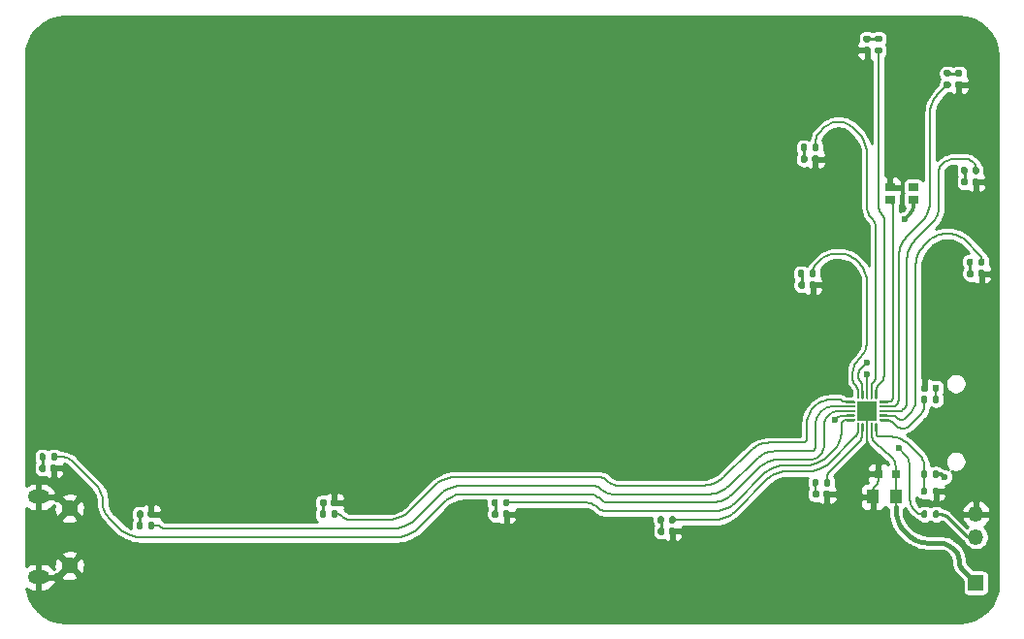
<source format=gbr>
%TF.GenerationSoftware,KiCad,Pcbnew,(5.1.10)-1*%
%TF.CreationDate,2022-05-02T21:14:27-07:00*%
%TF.ProjectId,project,70726f6a-6563-4742-9e6b-696361645f70,0.0*%
%TF.SameCoordinates,Original*%
%TF.FileFunction,Copper,L1,Top*%
%TF.FilePolarity,Positive*%
%FSLAX46Y46*%
G04 Gerber Fmt 4.6, Leading zero omitted, Abs format (unit mm)*
G04 Created by KiCad (PCBNEW (5.1.10)-1) date 2022-05-02 21:14:27*
%MOMM*%
%LPD*%
G01*
G04 APERTURE LIST*
%TA.AperFunction,ComponentPad*%
%ADD10O,1.350000X1.350000*%
%TD*%
%TA.AperFunction,ComponentPad*%
%ADD11R,1.350000X1.350000*%
%TD*%
%TA.AperFunction,SMDPad,CuDef*%
%ADD12R,0.900000X0.700000*%
%TD*%
%TA.AperFunction,ComponentPad*%
%ADD13C,1.450000*%
%TD*%
%TA.AperFunction,ComponentPad*%
%ADD14O,1.900000X1.200000*%
%TD*%
%TA.AperFunction,SMDPad,CuDef*%
%ADD15C,0.100000*%
%TD*%
%TA.AperFunction,SMDPad,CuDef*%
%ADD16R,1.700000X1.700000*%
%TD*%
%TA.AperFunction,SMDPad,CuDef*%
%ADD17R,1.000000X1.250000*%
%TD*%
%TA.AperFunction,SMDPad,CuDef*%
%ADD18R,0.800000X0.750000*%
%TD*%
%TA.AperFunction,ViaPad*%
%ADD19C,0.600000*%
%TD*%
%TA.AperFunction,Conductor*%
%ADD20C,0.200000*%
%TD*%
%TA.AperFunction,Conductor*%
%ADD21C,0.406400*%
%TD*%
%TA.AperFunction,Conductor*%
%ADD22C,0.304800*%
%TD*%
%TA.AperFunction,Conductor*%
%ADD23C,0.254000*%
%TD*%
%TA.AperFunction,Conductor*%
%ADD24C,0.100000*%
%TD*%
G04 APERTURE END LIST*
D10*
%TO.P,J3,4*%
%TO.N,GND*%
X190774000Y-110219000D03*
%TO.P,J3,3*%
%TO.N,Net-(J3-Pad3)*%
X190774000Y-112219000D03*
D11*
%TO.P,J3,1*%
%TO.N,VCC*%
X190774000Y-116219000D03*
%TD*%
%TO.P,R12,2*%
%TO.N,Net-(D12-Pad2)*%
%TA.AperFunction,SMDPad,CuDef*%
G36*
G01*
X118034000Y-111034000D02*
X118034000Y-111404000D01*
G75*
G02*
X117899000Y-111539000I-135000J0D01*
G01*
X117629000Y-111539000D01*
G75*
G02*
X117494000Y-111404000I0J135000D01*
G01*
X117494000Y-111034000D01*
G75*
G02*
X117629000Y-110899000I135000J0D01*
G01*
X117899000Y-110899000D01*
G75*
G02*
X118034000Y-111034000I0J-135000D01*
G01*
G37*
%TD.AperFunction*%
%TO.P,R12,1*%
%TO.N,/D12*%
%TA.AperFunction,SMDPad,CuDef*%
G36*
G01*
X119054000Y-111034000D02*
X119054000Y-111404000D01*
G75*
G02*
X118919000Y-111539000I-135000J0D01*
G01*
X118649000Y-111539000D01*
G75*
G02*
X118514000Y-111404000I0J135000D01*
G01*
X118514000Y-111034000D01*
G75*
G02*
X118649000Y-110899000I135000J0D01*
G01*
X118919000Y-110899000D01*
G75*
G02*
X119054000Y-111034000I0J-135000D01*
G01*
G37*
%TD.AperFunction*%
%TD*%
%TO.P,D12,1*%
%TO.N,GND*%
%TA.AperFunction,SMDPad,CuDef*%
G36*
G01*
X119054000Y-110046500D02*
X119054000Y-110391500D01*
G75*
G02*
X118906500Y-110539000I-147500J0D01*
G01*
X118611500Y-110539000D01*
G75*
G02*
X118464000Y-110391500I0J147500D01*
G01*
X118464000Y-110046500D01*
G75*
G02*
X118611500Y-109899000I147500J0D01*
G01*
X118906500Y-109899000D01*
G75*
G02*
X119054000Y-110046500I0J-147500D01*
G01*
G37*
%TD.AperFunction*%
%TO.P,D12,2*%
%TO.N,Net-(D12-Pad2)*%
%TA.AperFunction,SMDPad,CuDef*%
G36*
G01*
X118084000Y-110046500D02*
X118084000Y-110391500D01*
G75*
G02*
X117936500Y-110539000I-147500J0D01*
G01*
X117641500Y-110539000D01*
G75*
G02*
X117494000Y-110391500I0J147500D01*
G01*
X117494000Y-110046500D01*
G75*
G02*
X117641500Y-109899000I147500J0D01*
G01*
X117936500Y-109899000D01*
G75*
G02*
X118084000Y-110046500I0J-147500D01*
G01*
G37*
%TD.AperFunction*%
%TD*%
%TO.P,D6,2*%
%TO.N,Net-(D6-Pad2)*%
%TA.AperFunction,SMDPad,CuDef*%
G36*
G01*
X181446500Y-69029000D02*
X181101500Y-69029000D01*
G75*
G02*
X180954000Y-68881500I0J147500D01*
G01*
X180954000Y-68586500D01*
G75*
G02*
X181101500Y-68439000I147500J0D01*
G01*
X181446500Y-68439000D01*
G75*
G02*
X181594000Y-68586500I0J-147500D01*
G01*
X181594000Y-68881500D01*
G75*
G02*
X181446500Y-69029000I-147500J0D01*
G01*
G37*
%TD.AperFunction*%
%TO.P,D6,1*%
%TO.N,GND*%
%TA.AperFunction,SMDPad,CuDef*%
G36*
G01*
X181446500Y-69999000D02*
X181101500Y-69999000D01*
G75*
G02*
X180954000Y-69851500I0J147500D01*
G01*
X180954000Y-69556500D01*
G75*
G02*
X181101500Y-69409000I147500J0D01*
G01*
X181446500Y-69409000D01*
G75*
G02*
X181594000Y-69556500I0J-147500D01*
G01*
X181594000Y-69851500D01*
G75*
G02*
X181446500Y-69999000I-147500J0D01*
G01*
G37*
%TD.AperFunction*%
%TD*%
%TO.P,D3,2*%
%TO.N,Net-(D3-Pad2)*%
%TA.AperFunction,SMDPad,CuDef*%
G36*
G01*
X190084000Y-81046500D02*
X190084000Y-81391500D01*
G75*
G02*
X189936500Y-81539000I-147500J0D01*
G01*
X189641500Y-81539000D01*
G75*
G02*
X189494000Y-81391500I0J147500D01*
G01*
X189494000Y-81046500D01*
G75*
G02*
X189641500Y-80899000I147500J0D01*
G01*
X189936500Y-80899000D01*
G75*
G02*
X190084000Y-81046500I0J-147500D01*
G01*
G37*
%TD.AperFunction*%
%TO.P,D3,1*%
%TO.N,GND*%
%TA.AperFunction,SMDPad,CuDef*%
G36*
G01*
X191054000Y-81046500D02*
X191054000Y-81391500D01*
G75*
G02*
X190906500Y-81539000I-147500J0D01*
G01*
X190611500Y-81539000D01*
G75*
G02*
X190464000Y-81391500I0J147500D01*
G01*
X190464000Y-81046500D01*
G75*
G02*
X190611500Y-80899000I147500J0D01*
G01*
X190906500Y-80899000D01*
G75*
G02*
X191054000Y-81046500I0J-147500D01*
G01*
G37*
%TD.AperFunction*%
%TD*%
D12*
%TO.P,D5,3*%
%TO.N,GND*%
X183259000Y-81669000D03*
%TO.P,D5,4*%
%TO.N,/D5*%
X183259000Y-82769000D03*
%TO.P,D5,2*%
%TO.N,N/C*%
X185324000Y-81669000D03*
%TO.P,D5,1*%
%TO.N,VCC*%
X185324000Y-82769000D03*
%TD*%
D13*
%TO.P,J1,6*%
%TO.N,GND*%
X111624000Y-114719000D03*
X111624000Y-109719000D03*
D14*
X108924000Y-115719000D03*
X108924000Y-108719000D03*
%TD*%
%TA.AperFunction,SMDPad,CuDef*%
D15*
%TO.P,U1,1*%
%TO.N,/D15*%
G36*
X180374961Y-102359956D02*
G01*
X180377806Y-102350577D01*
X180382427Y-102341932D01*
X180388645Y-102334356D01*
X180439356Y-102283645D01*
X180446932Y-102277427D01*
X180455577Y-102272806D01*
X180464956Y-102269961D01*
X180474711Y-102269000D01*
X180524000Y-102269000D01*
X180533755Y-102269961D01*
X180543134Y-102272806D01*
X180551779Y-102277427D01*
X180559355Y-102283645D01*
X180565573Y-102291221D01*
X180570194Y-102299866D01*
X180573039Y-102309245D01*
X180574000Y-102319000D01*
X180574000Y-103019000D01*
X180573039Y-103028755D01*
X180570194Y-103038134D01*
X180565573Y-103046779D01*
X180559355Y-103054355D01*
X180551779Y-103060573D01*
X180543134Y-103065194D01*
X180533755Y-103068039D01*
X180524000Y-103069000D01*
X180424000Y-103069000D01*
X180414245Y-103068039D01*
X180404866Y-103065194D01*
X180396221Y-103060573D01*
X180388645Y-103054355D01*
X180382427Y-103046779D01*
X180377806Y-103038134D01*
X180374961Y-103028755D01*
X180374000Y-103019000D01*
X180374000Y-102369711D01*
X180374961Y-102359956D01*
G37*
%TD.AperFunction*%
%TO.P,U1,2*%
%TO.N,/D16*%
%TA.AperFunction,SMDPad,CuDef*%
G36*
G01*
X180924000Y-103069000D02*
X180824000Y-103069000D01*
G75*
G02*
X180774000Y-103019000I0J50000D01*
G01*
X180774000Y-102319000D01*
G75*
G02*
X180824000Y-102269000I50000J0D01*
G01*
X180924000Y-102269000D01*
G75*
G02*
X180974000Y-102319000I0J-50000D01*
G01*
X180974000Y-103019000D01*
G75*
G02*
X180924000Y-103069000I-50000J0D01*
G01*
G37*
%TD.AperFunction*%
%TO.P,U1,3*%
%TO.N,GND*%
%TA.AperFunction,SMDPad,CuDef*%
G36*
G01*
X181324000Y-103069000D02*
X181224000Y-103069000D01*
G75*
G02*
X181174000Y-103019000I0J50000D01*
G01*
X181174000Y-102319000D01*
G75*
G02*
X181224000Y-102269000I50000J0D01*
G01*
X181324000Y-102269000D01*
G75*
G02*
X181374000Y-102319000I0J-50000D01*
G01*
X181374000Y-103019000D01*
G75*
G02*
X181324000Y-103069000I-50000J0D01*
G01*
G37*
%TD.AperFunction*%
%TO.P,U1,4*%
%TO.N,VCC*%
%TA.AperFunction,SMDPad,CuDef*%
G36*
G01*
X181724000Y-103069000D02*
X181624000Y-103069000D01*
G75*
G02*
X181574000Y-103019000I0J50000D01*
G01*
X181574000Y-102319000D01*
G75*
G02*
X181624000Y-102269000I50000J0D01*
G01*
X181724000Y-102269000D01*
G75*
G02*
X181774000Y-102319000I0J-50000D01*
G01*
X181774000Y-103019000D01*
G75*
G02*
X181724000Y-103069000I-50000J0D01*
G01*
G37*
%TD.AperFunction*%
%TA.AperFunction,SMDPad,CuDef*%
%TO.P,U1,5*%
%TO.N,/D0*%
G36*
X181974961Y-102309245D02*
G01*
X181977806Y-102299866D01*
X181982427Y-102291221D01*
X181988645Y-102283645D01*
X181996221Y-102277427D01*
X182004866Y-102272806D01*
X182014245Y-102269961D01*
X182024000Y-102269000D01*
X182073289Y-102269000D01*
X182083044Y-102269961D01*
X182092423Y-102272806D01*
X182101068Y-102277427D01*
X182108644Y-102283645D01*
X182159355Y-102334356D01*
X182165573Y-102341932D01*
X182170194Y-102350577D01*
X182173039Y-102359956D01*
X182174000Y-102369711D01*
X182174000Y-103019000D01*
X182173039Y-103028755D01*
X182170194Y-103038134D01*
X182165573Y-103046779D01*
X182159355Y-103054355D01*
X182151779Y-103060573D01*
X182143134Y-103065194D01*
X182133755Y-103068039D01*
X182124000Y-103069000D01*
X182024000Y-103069000D01*
X182014245Y-103068039D01*
X182004866Y-103065194D01*
X181996221Y-103060573D01*
X181988645Y-103054355D01*
X181982427Y-103046779D01*
X181977806Y-103038134D01*
X181974961Y-103028755D01*
X181974000Y-103019000D01*
X181974000Y-102319000D01*
X181974961Y-102309245D01*
G37*
%TD.AperFunction*%
%TA.AperFunction,SMDPad,CuDef*%
%TO.P,U1,6*%
%TO.N,/D1*%
G36*
X182324961Y-101959245D02*
G01*
X182327806Y-101949866D01*
X182332427Y-101941221D01*
X182338645Y-101933645D01*
X182346221Y-101927427D01*
X182354866Y-101922806D01*
X182364245Y-101919961D01*
X182374000Y-101919000D01*
X183074000Y-101919000D01*
X183083755Y-101919961D01*
X183093134Y-101922806D01*
X183101779Y-101927427D01*
X183109355Y-101933645D01*
X183115573Y-101941221D01*
X183120194Y-101949866D01*
X183123039Y-101959245D01*
X183124000Y-101969000D01*
X183124000Y-102069000D01*
X183123039Y-102078755D01*
X183120194Y-102088134D01*
X183115573Y-102096779D01*
X183109355Y-102104355D01*
X183101779Y-102110573D01*
X183093134Y-102115194D01*
X183083755Y-102118039D01*
X183074000Y-102119000D01*
X182424711Y-102119000D01*
X182414956Y-102118039D01*
X182405577Y-102115194D01*
X182396932Y-102110573D01*
X182389356Y-102104355D01*
X182338645Y-102053644D01*
X182332427Y-102046068D01*
X182327806Y-102037423D01*
X182324961Y-102028044D01*
X182324000Y-102018289D01*
X182324000Y-101969000D01*
X182324961Y-101959245D01*
G37*
%TD.AperFunction*%
%TO.P,U1,7*%
%TO.N,/D2*%
%TA.AperFunction,SMDPad,CuDef*%
G36*
G01*
X183074000Y-101719000D02*
X182374000Y-101719000D01*
G75*
G02*
X182324000Y-101669000I0J50000D01*
G01*
X182324000Y-101569000D01*
G75*
G02*
X182374000Y-101519000I50000J0D01*
G01*
X183074000Y-101519000D01*
G75*
G02*
X183124000Y-101569000I0J-50000D01*
G01*
X183124000Y-101669000D01*
G75*
G02*
X183074000Y-101719000I-50000J0D01*
G01*
G37*
%TD.AperFunction*%
%TO.P,U1,8*%
%TO.N,/D3*%
%TA.AperFunction,SMDPad,CuDef*%
G36*
G01*
X183074000Y-101319000D02*
X182374000Y-101319000D01*
G75*
G02*
X182324000Y-101269000I0J50000D01*
G01*
X182324000Y-101169000D01*
G75*
G02*
X182374000Y-101119000I50000J0D01*
G01*
X183074000Y-101119000D01*
G75*
G02*
X183124000Y-101169000I0J-50000D01*
G01*
X183124000Y-101269000D01*
G75*
G02*
X183074000Y-101319000I-50000J0D01*
G01*
G37*
%TD.AperFunction*%
%TO.P,U1,9*%
%TO.N,/D4*%
%TA.AperFunction,SMDPad,CuDef*%
G36*
G01*
X183074000Y-100919000D02*
X182374000Y-100919000D01*
G75*
G02*
X182324000Y-100869000I0J50000D01*
G01*
X182324000Y-100769000D01*
G75*
G02*
X182374000Y-100719000I50000J0D01*
G01*
X183074000Y-100719000D01*
G75*
G02*
X183124000Y-100769000I0J-50000D01*
G01*
X183124000Y-100869000D01*
G75*
G02*
X183074000Y-100919000I-50000J0D01*
G01*
G37*
%TD.AperFunction*%
%TA.AperFunction,SMDPad,CuDef*%
%TO.P,U1,10*%
%TO.N,/D5*%
G36*
X182324961Y-100409956D02*
G01*
X182327806Y-100400577D01*
X182332427Y-100391932D01*
X182338645Y-100384356D01*
X182389356Y-100333645D01*
X182396932Y-100327427D01*
X182405577Y-100322806D01*
X182414956Y-100319961D01*
X182424711Y-100319000D01*
X183074000Y-100319000D01*
X183083755Y-100319961D01*
X183093134Y-100322806D01*
X183101779Y-100327427D01*
X183109355Y-100333645D01*
X183115573Y-100341221D01*
X183120194Y-100349866D01*
X183123039Y-100359245D01*
X183124000Y-100369000D01*
X183124000Y-100469000D01*
X183123039Y-100478755D01*
X183120194Y-100488134D01*
X183115573Y-100496779D01*
X183109355Y-100504355D01*
X183101779Y-100510573D01*
X183093134Y-100515194D01*
X183083755Y-100518039D01*
X183074000Y-100519000D01*
X182374000Y-100519000D01*
X182364245Y-100518039D01*
X182354866Y-100515194D01*
X182346221Y-100510573D01*
X182338645Y-100504355D01*
X182332427Y-100496779D01*
X182327806Y-100488134D01*
X182324961Y-100478755D01*
X182324000Y-100469000D01*
X182324000Y-100419711D01*
X182324961Y-100409956D01*
G37*
%TD.AperFunction*%
%TA.AperFunction,SMDPad,CuDef*%
%TO.P,U1,11*%
%TO.N,/D6*%
G36*
X181974961Y-99409245D02*
G01*
X181977806Y-99399866D01*
X181982427Y-99391221D01*
X181988645Y-99383645D01*
X181996221Y-99377427D01*
X182004866Y-99372806D01*
X182014245Y-99369961D01*
X182024000Y-99369000D01*
X182124000Y-99369000D01*
X182133755Y-99369961D01*
X182143134Y-99372806D01*
X182151779Y-99377427D01*
X182159355Y-99383645D01*
X182165573Y-99391221D01*
X182170194Y-99399866D01*
X182173039Y-99409245D01*
X182174000Y-99419000D01*
X182174000Y-100068289D01*
X182173039Y-100078044D01*
X182170194Y-100087423D01*
X182165573Y-100096068D01*
X182159355Y-100103644D01*
X182108644Y-100154355D01*
X182101068Y-100160573D01*
X182092423Y-100165194D01*
X182083044Y-100168039D01*
X182073289Y-100169000D01*
X182024000Y-100169000D01*
X182014245Y-100168039D01*
X182004866Y-100165194D01*
X181996221Y-100160573D01*
X181988645Y-100154355D01*
X181982427Y-100146779D01*
X181977806Y-100138134D01*
X181974961Y-100128755D01*
X181974000Y-100119000D01*
X181974000Y-99419000D01*
X181974961Y-99409245D01*
G37*
%TD.AperFunction*%
%TO.P,U1,12*%
%TO.N,/D7*%
%TA.AperFunction,SMDPad,CuDef*%
G36*
G01*
X181724000Y-100169000D02*
X181624000Y-100169000D01*
G75*
G02*
X181574000Y-100119000I0J50000D01*
G01*
X181574000Y-99419000D01*
G75*
G02*
X181624000Y-99369000I50000J0D01*
G01*
X181724000Y-99369000D01*
G75*
G02*
X181774000Y-99419000I0J-50000D01*
G01*
X181774000Y-100119000D01*
G75*
G02*
X181724000Y-100169000I-50000J0D01*
G01*
G37*
%TD.AperFunction*%
%TO.P,U1,13*%
%TO.N,/SDA*%
%TA.AperFunction,SMDPad,CuDef*%
G36*
G01*
X181324000Y-100169000D02*
X181224000Y-100169000D01*
G75*
G02*
X181174000Y-100119000I0J50000D01*
G01*
X181174000Y-99419000D01*
G75*
G02*
X181224000Y-99369000I50000J0D01*
G01*
X181324000Y-99369000D01*
G75*
G02*
X181374000Y-99419000I0J-50000D01*
G01*
X181374000Y-100119000D01*
G75*
G02*
X181324000Y-100169000I-50000J0D01*
G01*
G37*
%TD.AperFunction*%
%TO.P,U1,14*%
%TO.N,/SCL*%
%TA.AperFunction,SMDPad,CuDef*%
G36*
G01*
X180924000Y-100169000D02*
X180824000Y-100169000D01*
G75*
G02*
X180774000Y-100119000I0J50000D01*
G01*
X180774000Y-99419000D01*
G75*
G02*
X180824000Y-99369000I50000J0D01*
G01*
X180924000Y-99369000D01*
G75*
G02*
X180974000Y-99419000I0J-50000D01*
G01*
X180974000Y-100119000D01*
G75*
G02*
X180924000Y-100169000I-50000J0D01*
G01*
G37*
%TD.AperFunction*%
%TA.AperFunction,SMDPad,CuDef*%
%TO.P,U1,15*%
%TO.N,/D10*%
G36*
X180374961Y-99409245D02*
G01*
X180377806Y-99399866D01*
X180382427Y-99391221D01*
X180388645Y-99383645D01*
X180396221Y-99377427D01*
X180404866Y-99372806D01*
X180414245Y-99369961D01*
X180424000Y-99369000D01*
X180524000Y-99369000D01*
X180533755Y-99369961D01*
X180543134Y-99372806D01*
X180551779Y-99377427D01*
X180559355Y-99383645D01*
X180565573Y-99391221D01*
X180570194Y-99399866D01*
X180573039Y-99409245D01*
X180574000Y-99419000D01*
X180574000Y-100119000D01*
X180573039Y-100128755D01*
X180570194Y-100138134D01*
X180565573Y-100146779D01*
X180559355Y-100154355D01*
X180551779Y-100160573D01*
X180543134Y-100165194D01*
X180533755Y-100168039D01*
X180524000Y-100169000D01*
X180474711Y-100169000D01*
X180464956Y-100168039D01*
X180455577Y-100165194D01*
X180446932Y-100160573D01*
X180439356Y-100154355D01*
X180388645Y-100103644D01*
X180382427Y-100096068D01*
X180377806Y-100087423D01*
X180374961Y-100078044D01*
X180374000Y-100068289D01*
X180374000Y-99419000D01*
X180374961Y-99409245D01*
G37*
%TD.AperFunction*%
%TA.AperFunction,SMDPad,CuDef*%
%TO.P,U1,16*%
%TO.N,/D11*%
G36*
X179424961Y-100359245D02*
G01*
X179427806Y-100349866D01*
X179432427Y-100341221D01*
X179438645Y-100333645D01*
X179446221Y-100327427D01*
X179454866Y-100322806D01*
X179464245Y-100319961D01*
X179474000Y-100319000D01*
X180123289Y-100319000D01*
X180133044Y-100319961D01*
X180142423Y-100322806D01*
X180151068Y-100327427D01*
X180158644Y-100333645D01*
X180209355Y-100384356D01*
X180215573Y-100391932D01*
X180220194Y-100400577D01*
X180223039Y-100409956D01*
X180224000Y-100419711D01*
X180224000Y-100469000D01*
X180223039Y-100478755D01*
X180220194Y-100488134D01*
X180215573Y-100496779D01*
X180209355Y-100504355D01*
X180201779Y-100510573D01*
X180193134Y-100515194D01*
X180183755Y-100518039D01*
X180174000Y-100519000D01*
X179474000Y-100519000D01*
X179464245Y-100518039D01*
X179454866Y-100515194D01*
X179446221Y-100510573D01*
X179438645Y-100504355D01*
X179432427Y-100496779D01*
X179427806Y-100488134D01*
X179424961Y-100478755D01*
X179424000Y-100469000D01*
X179424000Y-100369000D01*
X179424961Y-100359245D01*
G37*
%TD.AperFunction*%
%TO.P,U1,17*%
%TO.N,/D12*%
%TA.AperFunction,SMDPad,CuDef*%
G36*
G01*
X180174000Y-100919000D02*
X179474000Y-100919000D01*
G75*
G02*
X179424000Y-100869000I0J50000D01*
G01*
X179424000Y-100769000D01*
G75*
G02*
X179474000Y-100719000I50000J0D01*
G01*
X180174000Y-100719000D01*
G75*
G02*
X180224000Y-100769000I0J-50000D01*
G01*
X180224000Y-100869000D01*
G75*
G02*
X180174000Y-100919000I-50000J0D01*
G01*
G37*
%TD.AperFunction*%
%TO.P,U1,18*%
%TO.N,/D13*%
%TA.AperFunction,SMDPad,CuDef*%
G36*
G01*
X180174000Y-101319000D02*
X179474000Y-101319000D01*
G75*
G02*
X179424000Y-101269000I0J50000D01*
G01*
X179424000Y-101169000D01*
G75*
G02*
X179474000Y-101119000I50000J0D01*
G01*
X180174000Y-101119000D01*
G75*
G02*
X180224000Y-101169000I0J-50000D01*
G01*
X180224000Y-101269000D01*
G75*
G02*
X180174000Y-101319000I-50000J0D01*
G01*
G37*
%TD.AperFunction*%
%TO.P,U1,19*%
%TO.N,/UPDI*%
%TA.AperFunction,SMDPad,CuDef*%
G36*
G01*
X180174000Y-101719000D02*
X179474000Y-101719000D01*
G75*
G02*
X179424000Y-101669000I0J50000D01*
G01*
X179424000Y-101569000D01*
G75*
G02*
X179474000Y-101519000I50000J0D01*
G01*
X180174000Y-101519000D01*
G75*
G02*
X180224000Y-101569000I0J-50000D01*
G01*
X180224000Y-101669000D01*
G75*
G02*
X180174000Y-101719000I-50000J0D01*
G01*
G37*
%TD.AperFunction*%
%TA.AperFunction,SMDPad,CuDef*%
%TO.P,U1,20*%
%TO.N,/D14*%
G36*
X179424961Y-101959245D02*
G01*
X179427806Y-101949866D01*
X179432427Y-101941221D01*
X179438645Y-101933645D01*
X179446221Y-101927427D01*
X179454866Y-101922806D01*
X179464245Y-101919961D01*
X179474000Y-101919000D01*
X180174000Y-101919000D01*
X180183755Y-101919961D01*
X180193134Y-101922806D01*
X180201779Y-101927427D01*
X180209355Y-101933645D01*
X180215573Y-101941221D01*
X180220194Y-101949866D01*
X180223039Y-101959245D01*
X180224000Y-101969000D01*
X180224000Y-102018289D01*
X180223039Y-102028044D01*
X180220194Y-102037423D01*
X180215573Y-102046068D01*
X180209355Y-102053644D01*
X180158644Y-102104355D01*
X180151068Y-102110573D01*
X180142423Y-102115194D01*
X180133044Y-102118039D01*
X180123289Y-102119000D01*
X179474000Y-102119000D01*
X179464245Y-102118039D01*
X179454866Y-102115194D01*
X179446221Y-102110573D01*
X179438645Y-102104355D01*
X179432427Y-102096779D01*
X179427806Y-102088134D01*
X179424961Y-102078755D01*
X179424000Y-102069000D01*
X179424000Y-101969000D01*
X179424961Y-101959245D01*
G37*
%TD.AperFunction*%
D16*
%TO.P,U1,21*%
%TO.N,GND*%
X181274000Y-101219000D03*
%TD*%
D17*
%TO.P,C1,1*%
%TO.N,VCC*%
X183774000Y-108719000D03*
%TO.P,C1,2*%
%TO.N,GND*%
X181774000Y-108719000D03*
%TD*%
D18*
%TO.P,C2,2*%
%TO.N,GND*%
X182274000Y-106719000D03*
%TO.P,C2,1*%
%TO.N,VCC*%
X183774000Y-106719000D03*
%TD*%
%TO.P,D2,1*%
%TO.N,GND*%
%TA.AperFunction,SMDPad,CuDef*%
G36*
G01*
X191554000Y-89046500D02*
X191554000Y-89391500D01*
G75*
G02*
X191406500Y-89539000I-147500J0D01*
G01*
X191111500Y-89539000D01*
G75*
G02*
X190964000Y-89391500I0J147500D01*
G01*
X190964000Y-89046500D01*
G75*
G02*
X191111500Y-88899000I147500J0D01*
G01*
X191406500Y-88899000D01*
G75*
G02*
X191554000Y-89046500I0J-147500D01*
G01*
G37*
%TD.AperFunction*%
%TO.P,D2,2*%
%TO.N,Net-(D2-Pad2)*%
%TA.AperFunction,SMDPad,CuDef*%
G36*
G01*
X190584000Y-89046500D02*
X190584000Y-89391500D01*
G75*
G02*
X190436500Y-89539000I-147500J0D01*
G01*
X190141500Y-89539000D01*
G75*
G02*
X189994000Y-89391500I0J147500D01*
G01*
X189994000Y-89046500D01*
G75*
G02*
X190141500Y-88899000I147500J0D01*
G01*
X190436500Y-88899000D01*
G75*
G02*
X190584000Y-89046500I0J-147500D01*
G01*
G37*
%TD.AperFunction*%
%TD*%
%TO.P,D4,1*%
%TO.N,GND*%
%TA.AperFunction,SMDPad,CuDef*%
G36*
G01*
X189446500Y-72999000D02*
X189101500Y-72999000D01*
G75*
G02*
X188954000Y-72851500I0J147500D01*
G01*
X188954000Y-72556500D01*
G75*
G02*
X189101500Y-72409000I147500J0D01*
G01*
X189446500Y-72409000D01*
G75*
G02*
X189594000Y-72556500I0J-147500D01*
G01*
X189594000Y-72851500D01*
G75*
G02*
X189446500Y-72999000I-147500J0D01*
G01*
G37*
%TD.AperFunction*%
%TO.P,D4,2*%
%TO.N,Net-(D4-Pad2)*%
%TA.AperFunction,SMDPad,CuDef*%
G36*
G01*
X189446500Y-72029000D02*
X189101500Y-72029000D01*
G75*
G02*
X188954000Y-71881500I0J147500D01*
G01*
X188954000Y-71586500D01*
G75*
G02*
X189101500Y-71439000I147500J0D01*
G01*
X189446500Y-71439000D01*
G75*
G02*
X189594000Y-71586500I0J-147500D01*
G01*
X189594000Y-71881500D01*
G75*
G02*
X189446500Y-72029000I-147500J0D01*
G01*
G37*
%TD.AperFunction*%
%TD*%
%TO.P,D7,2*%
%TO.N,Net-(D7-Pad2)*%
%TA.AperFunction,SMDPad,CuDef*%
G36*
G01*
X176084000Y-79046500D02*
X176084000Y-79391500D01*
G75*
G02*
X175936500Y-79539000I-147500J0D01*
G01*
X175641500Y-79539000D01*
G75*
G02*
X175494000Y-79391500I0J147500D01*
G01*
X175494000Y-79046500D01*
G75*
G02*
X175641500Y-78899000I147500J0D01*
G01*
X175936500Y-78899000D01*
G75*
G02*
X176084000Y-79046500I0J-147500D01*
G01*
G37*
%TD.AperFunction*%
%TO.P,D7,1*%
%TO.N,GND*%
%TA.AperFunction,SMDPad,CuDef*%
G36*
G01*
X177054000Y-79046500D02*
X177054000Y-79391500D01*
G75*
G02*
X176906500Y-79539000I-147500J0D01*
G01*
X176611500Y-79539000D01*
G75*
G02*
X176464000Y-79391500I0J147500D01*
G01*
X176464000Y-79046500D01*
G75*
G02*
X176611500Y-78899000I147500J0D01*
G01*
X176906500Y-78899000D01*
G75*
G02*
X177054000Y-79046500I0J-147500D01*
G01*
G37*
%TD.AperFunction*%
%TD*%
%TO.P,D10,1*%
%TO.N,GND*%
%TA.AperFunction,SMDPad,CuDef*%
G36*
G01*
X176819000Y-90046500D02*
X176819000Y-90391500D01*
G75*
G02*
X176671500Y-90539000I-147500J0D01*
G01*
X176376500Y-90539000D01*
G75*
G02*
X176229000Y-90391500I0J147500D01*
G01*
X176229000Y-90046500D01*
G75*
G02*
X176376500Y-89899000I147500J0D01*
G01*
X176671500Y-89899000D01*
G75*
G02*
X176819000Y-90046500I0J-147500D01*
G01*
G37*
%TD.AperFunction*%
%TO.P,D10,2*%
%TO.N,Net-(D10-Pad2)*%
%TA.AperFunction,SMDPad,CuDef*%
G36*
G01*
X175849000Y-90046500D02*
X175849000Y-90391500D01*
G75*
G02*
X175701500Y-90539000I-147500J0D01*
G01*
X175406500Y-90539000D01*
G75*
G02*
X175259000Y-90391500I0J147500D01*
G01*
X175259000Y-90046500D01*
G75*
G02*
X175406500Y-89899000I147500J0D01*
G01*
X175701500Y-89899000D01*
G75*
G02*
X175849000Y-90046500I0J-147500D01*
G01*
G37*
%TD.AperFunction*%
%TD*%
%TO.P,D11,1*%
%TO.N,GND*%
%TA.AperFunction,SMDPad,CuDef*%
G36*
G01*
X135054000Y-109046500D02*
X135054000Y-109391500D01*
G75*
G02*
X134906500Y-109539000I-147500J0D01*
G01*
X134611500Y-109539000D01*
G75*
G02*
X134464000Y-109391500I0J147500D01*
G01*
X134464000Y-109046500D01*
G75*
G02*
X134611500Y-108899000I147500J0D01*
G01*
X134906500Y-108899000D01*
G75*
G02*
X135054000Y-109046500I0J-147500D01*
G01*
G37*
%TD.AperFunction*%
%TO.P,D11,2*%
%TO.N,Net-(D11-Pad2)*%
%TA.AperFunction,SMDPad,CuDef*%
G36*
G01*
X134084000Y-109046500D02*
X134084000Y-109391500D01*
G75*
G02*
X133936500Y-109539000I-147500J0D01*
G01*
X133641500Y-109539000D01*
G75*
G02*
X133494000Y-109391500I0J147500D01*
G01*
X133494000Y-109046500D01*
G75*
G02*
X133641500Y-108899000I147500J0D01*
G01*
X133936500Y-108899000D01*
G75*
G02*
X134084000Y-109046500I0J-147500D01*
G01*
G37*
%TD.AperFunction*%
%TD*%
%TO.P,D13,2*%
%TO.N,Net-(D13-Pad2)*%
%TA.AperFunction,SMDPad,CuDef*%
G36*
G01*
X109569000Y-106046500D02*
X109569000Y-106391500D01*
G75*
G02*
X109421500Y-106539000I-147500J0D01*
G01*
X109126500Y-106539000D01*
G75*
G02*
X108979000Y-106391500I0J147500D01*
G01*
X108979000Y-106046500D01*
G75*
G02*
X109126500Y-105899000I147500J0D01*
G01*
X109421500Y-105899000D01*
G75*
G02*
X109569000Y-106046500I0J-147500D01*
G01*
G37*
%TD.AperFunction*%
%TO.P,D13,1*%
%TO.N,GND*%
%TA.AperFunction,SMDPad,CuDef*%
G36*
G01*
X110539000Y-106046500D02*
X110539000Y-106391500D01*
G75*
G02*
X110391500Y-106539000I-147500J0D01*
G01*
X110096500Y-106539000D01*
G75*
G02*
X109949000Y-106391500I0J147500D01*
G01*
X109949000Y-106046500D01*
G75*
G02*
X110096500Y-105899000I147500J0D01*
G01*
X110391500Y-105899000D01*
G75*
G02*
X110539000Y-106046500I0J-147500D01*
G01*
G37*
%TD.AperFunction*%
%TD*%
%TO.P,D14,1*%
%TO.N,GND*%
%TA.AperFunction,SMDPad,CuDef*%
G36*
G01*
X150069000Y-110046500D02*
X150069000Y-110391500D01*
G75*
G02*
X149921500Y-110539000I-147500J0D01*
G01*
X149626500Y-110539000D01*
G75*
G02*
X149479000Y-110391500I0J147500D01*
G01*
X149479000Y-110046500D01*
G75*
G02*
X149626500Y-109899000I147500J0D01*
G01*
X149921500Y-109899000D01*
G75*
G02*
X150069000Y-110046500I0J-147500D01*
G01*
G37*
%TD.AperFunction*%
%TO.P,D14,2*%
%TO.N,Net-(D14-Pad2)*%
%TA.AperFunction,SMDPad,CuDef*%
G36*
G01*
X149099000Y-110046500D02*
X149099000Y-110391500D01*
G75*
G02*
X148951500Y-110539000I-147500J0D01*
G01*
X148656500Y-110539000D01*
G75*
G02*
X148509000Y-110391500I0J147500D01*
G01*
X148509000Y-110046500D01*
G75*
G02*
X148656500Y-109899000I147500J0D01*
G01*
X148951500Y-109899000D01*
G75*
G02*
X149099000Y-110046500I0J-147500D01*
G01*
G37*
%TD.AperFunction*%
%TD*%
%TO.P,D15,2*%
%TO.N,Net-(D15-Pad2)*%
%TA.AperFunction,SMDPad,CuDef*%
G36*
G01*
X163599000Y-111546500D02*
X163599000Y-111891500D01*
G75*
G02*
X163451500Y-112039000I-147500J0D01*
G01*
X163156500Y-112039000D01*
G75*
G02*
X163009000Y-111891500I0J147500D01*
G01*
X163009000Y-111546500D01*
G75*
G02*
X163156500Y-111399000I147500J0D01*
G01*
X163451500Y-111399000D01*
G75*
G02*
X163599000Y-111546500I0J-147500D01*
G01*
G37*
%TD.AperFunction*%
%TO.P,D15,1*%
%TO.N,GND*%
%TA.AperFunction,SMDPad,CuDef*%
G36*
G01*
X164569000Y-111546500D02*
X164569000Y-111891500D01*
G75*
G02*
X164421500Y-112039000I-147500J0D01*
G01*
X164126500Y-112039000D01*
G75*
G02*
X163979000Y-111891500I0J147500D01*
G01*
X163979000Y-111546500D01*
G75*
G02*
X164126500Y-111399000I147500J0D01*
G01*
X164421500Y-111399000D01*
G75*
G02*
X164569000Y-111546500I0J-147500D01*
G01*
G37*
%TD.AperFunction*%
%TD*%
%TO.P,D16,2*%
%TO.N,Net-(D16-Pad2)*%
%TA.AperFunction,SMDPad,CuDef*%
G36*
G01*
X177084000Y-108296500D02*
X177084000Y-108641500D01*
G75*
G02*
X176936500Y-108789000I-147500J0D01*
G01*
X176641500Y-108789000D01*
G75*
G02*
X176494000Y-108641500I0J147500D01*
G01*
X176494000Y-108296500D01*
G75*
G02*
X176641500Y-108149000I147500J0D01*
G01*
X176936500Y-108149000D01*
G75*
G02*
X177084000Y-108296500I0J-147500D01*
G01*
G37*
%TD.AperFunction*%
%TO.P,D16,1*%
%TO.N,GND*%
%TA.AperFunction,SMDPad,CuDef*%
G36*
G01*
X178054000Y-108296500D02*
X178054000Y-108641500D01*
G75*
G02*
X177906500Y-108789000I-147500J0D01*
G01*
X177611500Y-108789000D01*
G75*
G02*
X177464000Y-108641500I0J147500D01*
G01*
X177464000Y-108296500D01*
G75*
G02*
X177611500Y-108149000I147500J0D01*
G01*
X177906500Y-108149000D01*
G75*
G02*
X178054000Y-108296500I0J-147500D01*
G01*
G37*
%TD.AperFunction*%
%TD*%
%TO.P,R2,2*%
%TO.N,Net-(D2-Pad2)*%
%TA.AperFunction,SMDPad,CuDef*%
G36*
G01*
X190524000Y-88034000D02*
X190524000Y-88404000D01*
G75*
G02*
X190389000Y-88539000I-135000J0D01*
G01*
X190119000Y-88539000D01*
G75*
G02*
X189984000Y-88404000I0J135000D01*
G01*
X189984000Y-88034000D01*
G75*
G02*
X190119000Y-87899000I135000J0D01*
G01*
X190389000Y-87899000D01*
G75*
G02*
X190524000Y-88034000I0J-135000D01*
G01*
G37*
%TD.AperFunction*%
%TO.P,R2,1*%
%TO.N,/D2*%
%TA.AperFunction,SMDPad,CuDef*%
G36*
G01*
X191544000Y-88034000D02*
X191544000Y-88404000D01*
G75*
G02*
X191409000Y-88539000I-135000J0D01*
G01*
X191139000Y-88539000D01*
G75*
G02*
X191004000Y-88404000I0J135000D01*
G01*
X191004000Y-88034000D01*
G75*
G02*
X191139000Y-87899000I135000J0D01*
G01*
X191409000Y-87899000D01*
G75*
G02*
X191544000Y-88034000I0J-135000D01*
G01*
G37*
%TD.AperFunction*%
%TD*%
%TO.P,R3,1*%
%TO.N,/D3*%
%TA.AperFunction,SMDPad,CuDef*%
G36*
G01*
X191054000Y-80034000D02*
X191054000Y-80404000D01*
G75*
G02*
X190919000Y-80539000I-135000J0D01*
G01*
X190649000Y-80539000D01*
G75*
G02*
X190514000Y-80404000I0J135000D01*
G01*
X190514000Y-80034000D01*
G75*
G02*
X190649000Y-79899000I135000J0D01*
G01*
X190919000Y-79899000D01*
G75*
G02*
X191054000Y-80034000I0J-135000D01*
G01*
G37*
%TD.AperFunction*%
%TO.P,R3,2*%
%TO.N,Net-(D3-Pad2)*%
%TA.AperFunction,SMDPad,CuDef*%
G36*
G01*
X190034000Y-80034000D02*
X190034000Y-80404000D01*
G75*
G02*
X189899000Y-80539000I-135000J0D01*
G01*
X189629000Y-80539000D01*
G75*
G02*
X189494000Y-80404000I0J135000D01*
G01*
X189494000Y-80034000D01*
G75*
G02*
X189629000Y-79899000I135000J0D01*
G01*
X189899000Y-79899000D01*
G75*
G02*
X190034000Y-80034000I0J-135000D01*
G01*
G37*
%TD.AperFunction*%
%TD*%
%TO.P,R4,2*%
%TO.N,Net-(D4-Pad2)*%
%TA.AperFunction,SMDPad,CuDef*%
G36*
G01*
X188459000Y-71979000D02*
X188089000Y-71979000D01*
G75*
G02*
X187954000Y-71844000I0J135000D01*
G01*
X187954000Y-71574000D01*
G75*
G02*
X188089000Y-71439000I135000J0D01*
G01*
X188459000Y-71439000D01*
G75*
G02*
X188594000Y-71574000I0J-135000D01*
G01*
X188594000Y-71844000D01*
G75*
G02*
X188459000Y-71979000I-135000J0D01*
G01*
G37*
%TD.AperFunction*%
%TO.P,R4,1*%
%TO.N,/D4*%
%TA.AperFunction,SMDPad,CuDef*%
G36*
G01*
X188459000Y-72999000D02*
X188089000Y-72999000D01*
G75*
G02*
X187954000Y-72864000I0J135000D01*
G01*
X187954000Y-72594000D01*
G75*
G02*
X188089000Y-72459000I135000J0D01*
G01*
X188459000Y-72459000D01*
G75*
G02*
X188594000Y-72594000I0J-135000D01*
G01*
X188594000Y-72864000D01*
G75*
G02*
X188459000Y-72999000I-135000J0D01*
G01*
G37*
%TD.AperFunction*%
%TD*%
%TO.P,R6,1*%
%TO.N,/D6*%
%TA.AperFunction,SMDPad,CuDef*%
G36*
G01*
X182459000Y-69999000D02*
X182089000Y-69999000D01*
G75*
G02*
X181954000Y-69864000I0J135000D01*
G01*
X181954000Y-69594000D01*
G75*
G02*
X182089000Y-69459000I135000J0D01*
G01*
X182459000Y-69459000D01*
G75*
G02*
X182594000Y-69594000I0J-135000D01*
G01*
X182594000Y-69864000D01*
G75*
G02*
X182459000Y-69999000I-135000J0D01*
G01*
G37*
%TD.AperFunction*%
%TO.P,R6,2*%
%TO.N,Net-(D6-Pad2)*%
%TA.AperFunction,SMDPad,CuDef*%
G36*
G01*
X182459000Y-68979000D02*
X182089000Y-68979000D01*
G75*
G02*
X181954000Y-68844000I0J135000D01*
G01*
X181954000Y-68574000D01*
G75*
G02*
X182089000Y-68439000I135000J0D01*
G01*
X182459000Y-68439000D01*
G75*
G02*
X182594000Y-68574000I0J-135000D01*
G01*
X182594000Y-68844000D01*
G75*
G02*
X182459000Y-68979000I-135000J0D01*
G01*
G37*
%TD.AperFunction*%
%TD*%
%TO.P,R7,1*%
%TO.N,/D7*%
%TA.AperFunction,SMDPad,CuDef*%
G36*
G01*
X177054000Y-78034000D02*
X177054000Y-78404000D01*
G75*
G02*
X176919000Y-78539000I-135000J0D01*
G01*
X176649000Y-78539000D01*
G75*
G02*
X176514000Y-78404000I0J135000D01*
G01*
X176514000Y-78034000D01*
G75*
G02*
X176649000Y-77899000I135000J0D01*
G01*
X176919000Y-77899000D01*
G75*
G02*
X177054000Y-78034000I0J-135000D01*
G01*
G37*
%TD.AperFunction*%
%TO.P,R7,2*%
%TO.N,Net-(D7-Pad2)*%
%TA.AperFunction,SMDPad,CuDef*%
G36*
G01*
X176034000Y-78034000D02*
X176034000Y-78404000D01*
G75*
G02*
X175899000Y-78539000I-135000J0D01*
G01*
X175629000Y-78539000D01*
G75*
G02*
X175494000Y-78404000I0J135000D01*
G01*
X175494000Y-78034000D01*
G75*
G02*
X175629000Y-77899000I135000J0D01*
G01*
X175899000Y-77899000D01*
G75*
G02*
X176034000Y-78034000I0J-135000D01*
G01*
G37*
%TD.AperFunction*%
%TD*%
%TO.P,R10,2*%
%TO.N,Net-(D10-Pad2)*%
%TA.AperFunction,SMDPad,CuDef*%
G36*
G01*
X175784000Y-89034000D02*
X175784000Y-89404000D01*
G75*
G02*
X175649000Y-89539000I-135000J0D01*
G01*
X175379000Y-89539000D01*
G75*
G02*
X175244000Y-89404000I0J135000D01*
G01*
X175244000Y-89034000D01*
G75*
G02*
X175379000Y-88899000I135000J0D01*
G01*
X175649000Y-88899000D01*
G75*
G02*
X175784000Y-89034000I0J-135000D01*
G01*
G37*
%TD.AperFunction*%
%TO.P,R10,1*%
%TO.N,/D10*%
%TA.AperFunction,SMDPad,CuDef*%
G36*
G01*
X176804000Y-89034000D02*
X176804000Y-89404000D01*
G75*
G02*
X176669000Y-89539000I-135000J0D01*
G01*
X176399000Y-89539000D01*
G75*
G02*
X176264000Y-89404000I0J135000D01*
G01*
X176264000Y-89034000D01*
G75*
G02*
X176399000Y-88899000I135000J0D01*
G01*
X176669000Y-88899000D01*
G75*
G02*
X176804000Y-89034000I0J-135000D01*
G01*
G37*
%TD.AperFunction*%
%TD*%
%TO.P,R11,2*%
%TO.N,Net-(D11-Pad2)*%
%TA.AperFunction,SMDPad,CuDef*%
G36*
G01*
X134024000Y-110034000D02*
X134024000Y-110404000D01*
G75*
G02*
X133889000Y-110539000I-135000J0D01*
G01*
X133619000Y-110539000D01*
G75*
G02*
X133484000Y-110404000I0J135000D01*
G01*
X133484000Y-110034000D01*
G75*
G02*
X133619000Y-109899000I135000J0D01*
G01*
X133889000Y-109899000D01*
G75*
G02*
X134024000Y-110034000I0J-135000D01*
G01*
G37*
%TD.AperFunction*%
%TO.P,R11,1*%
%TO.N,/D11*%
%TA.AperFunction,SMDPad,CuDef*%
G36*
G01*
X135044000Y-110034000D02*
X135044000Y-110404000D01*
G75*
G02*
X134909000Y-110539000I-135000J0D01*
G01*
X134639000Y-110539000D01*
G75*
G02*
X134504000Y-110404000I0J135000D01*
G01*
X134504000Y-110034000D01*
G75*
G02*
X134639000Y-109899000I135000J0D01*
G01*
X134909000Y-109899000D01*
G75*
G02*
X135044000Y-110034000I0J-135000D01*
G01*
G37*
%TD.AperFunction*%
%TD*%
%TO.P,R13,1*%
%TO.N,/D13*%
%TA.AperFunction,SMDPad,CuDef*%
G36*
G01*
X110564000Y-105034000D02*
X110564000Y-105404000D01*
G75*
G02*
X110429000Y-105539000I-135000J0D01*
G01*
X110159000Y-105539000D01*
G75*
G02*
X110024000Y-105404000I0J135000D01*
G01*
X110024000Y-105034000D01*
G75*
G02*
X110159000Y-104899000I135000J0D01*
G01*
X110429000Y-104899000D01*
G75*
G02*
X110564000Y-105034000I0J-135000D01*
G01*
G37*
%TD.AperFunction*%
%TO.P,R13,2*%
%TO.N,Net-(D13-Pad2)*%
%TA.AperFunction,SMDPad,CuDef*%
G36*
G01*
X109544000Y-105034000D02*
X109544000Y-105404000D01*
G75*
G02*
X109409000Y-105539000I-135000J0D01*
G01*
X109139000Y-105539000D01*
G75*
G02*
X109004000Y-105404000I0J135000D01*
G01*
X109004000Y-105034000D01*
G75*
G02*
X109139000Y-104899000I135000J0D01*
G01*
X109409000Y-104899000D01*
G75*
G02*
X109544000Y-105034000I0J-135000D01*
G01*
G37*
%TD.AperFunction*%
%TD*%
%TO.P,R14,2*%
%TO.N,Net-(D14-Pad2)*%
%TA.AperFunction,SMDPad,CuDef*%
G36*
G01*
X149024000Y-109034000D02*
X149024000Y-109404000D01*
G75*
G02*
X148889000Y-109539000I-135000J0D01*
G01*
X148619000Y-109539000D01*
G75*
G02*
X148484000Y-109404000I0J135000D01*
G01*
X148484000Y-109034000D01*
G75*
G02*
X148619000Y-108899000I135000J0D01*
G01*
X148889000Y-108899000D01*
G75*
G02*
X149024000Y-109034000I0J-135000D01*
G01*
G37*
%TD.AperFunction*%
%TO.P,R14,1*%
%TO.N,/D14*%
%TA.AperFunction,SMDPad,CuDef*%
G36*
G01*
X150044000Y-109034000D02*
X150044000Y-109404000D01*
G75*
G02*
X149909000Y-109539000I-135000J0D01*
G01*
X149639000Y-109539000D01*
G75*
G02*
X149504000Y-109404000I0J135000D01*
G01*
X149504000Y-109034000D01*
G75*
G02*
X149639000Y-108899000I135000J0D01*
G01*
X149909000Y-108899000D01*
G75*
G02*
X150044000Y-109034000I0J-135000D01*
G01*
G37*
%TD.AperFunction*%
%TD*%
%TO.P,R15,1*%
%TO.N,/D15*%
%TA.AperFunction,SMDPad,CuDef*%
G36*
G01*
X164544000Y-110534000D02*
X164544000Y-110904000D01*
G75*
G02*
X164409000Y-111039000I-135000J0D01*
G01*
X164139000Y-111039000D01*
G75*
G02*
X164004000Y-110904000I0J135000D01*
G01*
X164004000Y-110534000D01*
G75*
G02*
X164139000Y-110399000I135000J0D01*
G01*
X164409000Y-110399000D01*
G75*
G02*
X164544000Y-110534000I0J-135000D01*
G01*
G37*
%TD.AperFunction*%
%TO.P,R15,2*%
%TO.N,Net-(D15-Pad2)*%
%TA.AperFunction,SMDPad,CuDef*%
G36*
G01*
X163524000Y-110534000D02*
X163524000Y-110904000D01*
G75*
G02*
X163389000Y-111039000I-135000J0D01*
G01*
X163119000Y-111039000D01*
G75*
G02*
X162984000Y-110904000I0J135000D01*
G01*
X162984000Y-110534000D01*
G75*
G02*
X163119000Y-110399000I135000J0D01*
G01*
X163389000Y-110399000D01*
G75*
G02*
X163524000Y-110534000I0J-135000D01*
G01*
G37*
%TD.AperFunction*%
%TD*%
%TO.P,R16,2*%
%TO.N,Net-(D16-Pad2)*%
%TA.AperFunction,SMDPad,CuDef*%
G36*
G01*
X177034000Y-107284000D02*
X177034000Y-107654000D01*
G75*
G02*
X176899000Y-107789000I-135000J0D01*
G01*
X176629000Y-107789000D01*
G75*
G02*
X176494000Y-107654000I0J135000D01*
G01*
X176494000Y-107284000D01*
G75*
G02*
X176629000Y-107149000I135000J0D01*
G01*
X176899000Y-107149000D01*
G75*
G02*
X177034000Y-107284000I0J-135000D01*
G01*
G37*
%TD.AperFunction*%
%TO.P,R16,1*%
%TO.N,/D16*%
%TA.AperFunction,SMDPad,CuDef*%
G36*
G01*
X178054000Y-107284000D02*
X178054000Y-107654000D01*
G75*
G02*
X177919000Y-107789000I-135000J0D01*
G01*
X177649000Y-107789000D01*
G75*
G02*
X177514000Y-107654000I0J135000D01*
G01*
X177514000Y-107284000D01*
G75*
G02*
X177649000Y-107149000I135000J0D01*
G01*
X177919000Y-107149000D01*
G75*
G02*
X178054000Y-107284000I0J-135000D01*
G01*
G37*
%TD.AperFunction*%
%TD*%
%TO.P,RD1,1*%
%TO.N,VCC*%
%TA.AperFunction,SMDPad,CuDef*%
G36*
G01*
X187554000Y-106534000D02*
X187554000Y-106904000D01*
G75*
G02*
X187419000Y-107039000I-135000J0D01*
G01*
X187149000Y-107039000D01*
G75*
G02*
X187014000Y-106904000I0J135000D01*
G01*
X187014000Y-106534000D01*
G75*
G02*
X187149000Y-106399000I135000J0D01*
G01*
X187419000Y-106399000D01*
G75*
G02*
X187554000Y-106534000I0J-135000D01*
G01*
G37*
%TD.AperFunction*%
%TO.P,RD1,2*%
%TO.N,/D0*%
%TA.AperFunction,SMDPad,CuDef*%
G36*
G01*
X186534000Y-106534000D02*
X186534000Y-106904000D01*
G75*
G02*
X186399000Y-107039000I-135000J0D01*
G01*
X186129000Y-107039000D01*
G75*
G02*
X185994000Y-106904000I0J135000D01*
G01*
X185994000Y-106534000D01*
G75*
G02*
X186129000Y-106399000I135000J0D01*
G01*
X186399000Y-106399000D01*
G75*
G02*
X186534000Y-106534000I0J-135000D01*
G01*
G37*
%TD.AperFunction*%
%TD*%
%TO.P,RP3,1*%
%TO.N,/UPDI*%
%TA.AperFunction,SMDPad,CuDef*%
G36*
G01*
X186004000Y-110404000D02*
X186004000Y-110034000D01*
G75*
G02*
X186139000Y-109899000I135000J0D01*
G01*
X186409000Y-109899000D01*
G75*
G02*
X186544000Y-110034000I0J-135000D01*
G01*
X186544000Y-110404000D01*
G75*
G02*
X186409000Y-110539000I-135000J0D01*
G01*
X186139000Y-110539000D01*
G75*
G02*
X186004000Y-110404000I0J135000D01*
G01*
G37*
%TD.AperFunction*%
%TO.P,RP3,2*%
%TO.N,Net-(J3-Pad3)*%
%TA.AperFunction,SMDPad,CuDef*%
G36*
G01*
X187024000Y-110404000D02*
X187024000Y-110034000D01*
G75*
G02*
X187159000Y-109899000I135000J0D01*
G01*
X187429000Y-109899000D01*
G75*
G02*
X187564000Y-110034000I0J-135000D01*
G01*
X187564000Y-110404000D01*
G75*
G02*
X187429000Y-110539000I-135000J0D01*
G01*
X187159000Y-110539000D01*
G75*
G02*
X187024000Y-110404000I0J135000D01*
G01*
G37*
%TD.AperFunction*%
%TD*%
%TO.P,RD2,1*%
%TO.N,/D0*%
%TA.AperFunction,SMDPad,CuDef*%
G36*
G01*
X185984000Y-108404000D02*
X185984000Y-108034000D01*
G75*
G02*
X186119000Y-107899000I135000J0D01*
G01*
X186389000Y-107899000D01*
G75*
G02*
X186524000Y-108034000I0J-135000D01*
G01*
X186524000Y-108404000D01*
G75*
G02*
X186389000Y-108539000I-135000J0D01*
G01*
X186119000Y-108539000D01*
G75*
G02*
X185984000Y-108404000I0J135000D01*
G01*
G37*
%TD.AperFunction*%
%TO.P,RD2,2*%
%TO.N,GND*%
%TA.AperFunction,SMDPad,CuDef*%
G36*
G01*
X187004000Y-108404000D02*
X187004000Y-108034000D01*
G75*
G02*
X187139000Y-107899000I135000J0D01*
G01*
X187409000Y-107899000D01*
G75*
G02*
X187544000Y-108034000I0J-135000D01*
G01*
X187544000Y-108404000D01*
G75*
G02*
X187409000Y-108539000I-135000J0D01*
G01*
X187139000Y-108539000D01*
G75*
G02*
X187004000Y-108404000I0J135000D01*
G01*
G37*
%TD.AperFunction*%
%TD*%
%TO.P,D1,1*%
%TO.N,GND*%
%TA.AperFunction,SMDPad,CuDef*%
G36*
G01*
X186009000Y-99391500D02*
X186009000Y-99046500D01*
G75*
G02*
X186156500Y-98899000I147500J0D01*
G01*
X186451500Y-98899000D01*
G75*
G02*
X186599000Y-99046500I0J-147500D01*
G01*
X186599000Y-99391500D01*
G75*
G02*
X186451500Y-99539000I-147500J0D01*
G01*
X186156500Y-99539000D01*
G75*
G02*
X186009000Y-99391500I0J147500D01*
G01*
G37*
%TD.AperFunction*%
%TO.P,D1,2*%
%TO.N,Net-(D1-Pad2)*%
%TA.AperFunction,SMDPad,CuDef*%
G36*
G01*
X186979000Y-99391500D02*
X186979000Y-99046500D01*
G75*
G02*
X187126500Y-98899000I147500J0D01*
G01*
X187421500Y-98899000D01*
G75*
G02*
X187569000Y-99046500I0J-147500D01*
G01*
X187569000Y-99391500D01*
G75*
G02*
X187421500Y-99539000I-147500J0D01*
G01*
X187126500Y-99539000D01*
G75*
G02*
X186979000Y-99391500I0J147500D01*
G01*
G37*
%TD.AperFunction*%
%TD*%
%TO.P,R1,1*%
%TO.N,/D1*%
%TA.AperFunction,SMDPad,CuDef*%
G36*
G01*
X185994000Y-100404000D02*
X185994000Y-100034000D01*
G75*
G02*
X186129000Y-99899000I135000J0D01*
G01*
X186399000Y-99899000D01*
G75*
G02*
X186534000Y-100034000I0J-135000D01*
G01*
X186534000Y-100404000D01*
G75*
G02*
X186399000Y-100539000I-135000J0D01*
G01*
X186129000Y-100539000D01*
G75*
G02*
X185994000Y-100404000I0J135000D01*
G01*
G37*
%TD.AperFunction*%
%TO.P,R1,2*%
%TO.N,Net-(D1-Pad2)*%
%TA.AperFunction,SMDPad,CuDef*%
G36*
G01*
X187014000Y-100404000D02*
X187014000Y-100034000D01*
G75*
G02*
X187149000Y-99899000I135000J0D01*
G01*
X187419000Y-99899000D01*
G75*
G02*
X187554000Y-100034000I0J-135000D01*
G01*
X187554000Y-100404000D01*
G75*
G02*
X187419000Y-100539000I-135000J0D01*
G01*
X187149000Y-100539000D01*
G75*
G02*
X187014000Y-100404000I0J135000D01*
G01*
G37*
%TD.AperFunction*%
%TD*%
D19*
%TO.N,VCC*%
X188024000Y-106969000D03*
X184524000Y-84469000D03*
%TO.N,/UPDI*%
X178487343Y-101950672D03*
X184024000Y-104469000D03*
%TO.N,/SCL*%
X181274000Y-96969000D03*
%TO.N,/SDA*%
X181273990Y-97969000D03*
%TD*%
D20*
%TO.N,GND*%
X182274000Y-107157377D02*
X182265779Y-107240838D01*
X182274000Y-106953375D02*
X182274000Y-107047125D01*
X181274000Y-103595756D02*
X181290439Y-103762678D01*
X182274000Y-106578375D02*
X182274000Y-106672125D01*
X181274000Y-102759625D02*
X181274000Y-102940875D01*
X181436037Y-104242654D02*
X181515105Y-104390578D01*
X181274000Y-103122125D02*
X181274000Y-103303375D01*
X181822925Y-108034652D02*
X181798580Y-108114905D01*
X181274000Y-102034625D02*
X181274000Y-102215875D01*
X182176146Y-105350305D02*
X182224836Y-105510812D01*
X181274000Y-102397125D02*
X181274000Y-102578375D01*
X181782220Y-108197159D02*
X181774000Y-108280620D01*
X181894551Y-107883209D02*
X181855018Y-107957171D01*
X181608290Y-104530040D02*
X181714697Y-104659697D01*
X182106852Y-107624519D02*
X182053649Y-107689348D01*
X181323161Y-103927185D02*
X181371850Y-104087692D01*
X182257559Y-105675319D02*
X182274000Y-105842241D01*
X182274000Y-106765875D02*
X182274000Y-106859625D01*
X181833300Y-104778300D02*
X181939707Y-104907957D01*
X182249418Y-107323091D02*
X182225073Y-107403344D01*
X182274000Y-106390875D02*
X182274000Y-106484625D01*
X181994348Y-107748649D02*
X181941144Y-107813478D01*
X182032892Y-105047419D02*
X182111959Y-105195343D01*
X182192979Y-107480826D02*
X182153445Y-107554788D01*
X182265779Y-107240838D02*
X182249418Y-107323091D01*
X181274000Y-102940875D02*
X181274000Y-103122125D01*
X182106852Y-107624519D02*
X182153445Y-107554788D01*
X182224836Y-105510812D02*
X182257559Y-105675319D01*
X181290439Y-103762678D02*
X181323161Y-103927185D01*
X181515105Y-104390578D02*
X181608290Y-104530040D01*
X182274000Y-106953375D02*
X182274000Y-106859625D01*
X181798580Y-108114905D02*
X181782220Y-108197159D01*
X182274000Y-106578375D02*
X182274000Y-106484625D01*
X181274000Y-102215875D02*
X181274000Y-102397125D01*
X181894551Y-107883209D02*
X181941144Y-107813478D01*
X181939707Y-104907957D02*
X182032892Y-105047419D01*
X181822925Y-108034652D02*
X181855018Y-107957171D01*
X182176146Y-105350305D02*
X182111959Y-105195343D01*
X182225073Y-107403344D02*
X182192979Y-107480826D01*
X181274000Y-102759625D02*
X181274000Y-102578375D01*
X181436037Y-104242654D02*
X181371850Y-104087692D01*
X182274000Y-106672125D02*
X182274000Y-106765875D01*
X181274000Y-102034625D02*
X181274000Y-101219000D01*
X181774000Y-108280620D02*
X181774000Y-108719000D01*
X182274000Y-107157377D02*
X182274000Y-107047125D01*
X182053649Y-107689348D02*
X181994348Y-107748649D01*
X182274000Y-105842241D02*
X182274000Y-106390875D01*
X181714697Y-104659697D02*
X181833300Y-104778300D01*
X181274000Y-103595756D02*
X181274000Y-103303375D01*
%TO.N,VCC*%
X183759124Y-105919178D02*
X183774000Y-106057358D01*
D21*
X189262374Y-114041665D02*
X189274000Y-114159697D01*
D20*
X183556803Y-105405671D02*
X183627801Y-105525146D01*
X181803617Y-103727465D02*
X181866563Y-103833392D01*
X183378627Y-105192852D02*
X183473426Y-105294480D01*
X183774000Y-106495187D02*
X183774000Y-106639713D01*
D21*
X188297654Y-112881037D02*
X188445578Y-112960105D01*
D22*
X187659918Y-106723109D02*
X187618188Y-106719000D01*
D21*
X189103510Y-113597673D02*
X189159419Y-113702271D01*
D20*
X183774000Y-107089093D02*
X183774000Y-107237130D01*
D21*
X188962377Y-113407377D02*
X189037618Y-113499058D01*
X189388578Y-114735726D02*
X189444487Y-114840324D01*
D20*
X183774000Y-107844000D02*
X183774000Y-108094000D01*
D21*
X185733287Y-112563033D02*
X185989118Y-112640639D01*
X184821571Y-112016571D02*
X185028230Y-112186172D01*
X183852216Y-110504726D02*
X183929680Y-110760091D01*
D20*
X181940485Y-103931974D02*
X182024533Y-104022078D01*
D21*
X188585040Y-113053290D02*
X188714697Y-113159697D01*
D20*
X183774000Y-109344000D02*
X183774000Y-109594000D01*
X183774000Y-106206135D02*
X183774000Y-106350661D01*
D22*
X185220877Y-83684052D02*
X185170559Y-83778190D01*
X185292712Y-83483290D02*
X185261726Y-83585436D01*
D21*
X184031802Y-111006635D02*
X184157596Y-111241981D01*
D22*
X187779913Y-106759509D02*
X187816894Y-106779275D01*
X187701045Y-106731290D02*
X187741171Y-106743462D01*
D21*
X187817678Y-112735439D02*
X187650756Y-112719000D01*
X189510379Y-114938939D02*
X189585620Y-115030620D01*
X185250519Y-112334700D02*
X185486294Y-112460725D01*
D22*
X185111256Y-83866944D02*
X185043540Y-83949457D01*
D20*
X183774000Y-108844000D02*
X183774000Y-109094000D01*
D21*
X186251325Y-112692795D02*
X186517381Y-112719000D01*
D20*
X181674000Y-103255607D02*
X181687187Y-103378118D01*
X183685603Y-105651534D02*
X183729545Y-105783383D01*
D21*
X184305853Y-111463863D02*
X184475145Y-111670145D01*
X183774000Y-109977427D02*
X183800156Y-110242998D01*
X187982185Y-112768161D02*
X188142692Y-112816850D01*
D22*
X185324000Y-83272370D02*
X185313537Y-83378598D01*
D20*
X181713412Y-103498513D02*
X181752371Y-103615410D01*
D21*
X189274000Y-114278300D02*
X189285625Y-114396332D01*
X189308763Y-114512655D02*
X189343191Y-114626151D01*
X189204807Y-113811846D02*
X189239236Y-113925342D01*
D20*
X183774000Y-106793018D02*
X183774000Y-106941055D01*
X183774000Y-108344000D02*
X183774000Y-108594000D01*
D22*
X187851759Y-106802571D02*
X187884172Y-106829172D01*
D20*
X183774000Y-106495187D02*
X183774000Y-106350661D01*
D21*
X187817678Y-112735439D02*
X187982185Y-112768161D01*
X183852216Y-110504726D02*
X183800156Y-110242998D01*
D20*
X183774000Y-107089093D02*
X183774000Y-106941055D01*
D22*
X185292712Y-83483290D02*
X185313537Y-83378598D01*
D21*
X189285625Y-114396332D02*
X189308763Y-114512655D01*
D20*
X183774000Y-109344000D02*
X183774000Y-109094000D01*
X183759124Y-105919178D02*
X183729545Y-105783383D01*
D21*
X184157596Y-111241981D02*
X184305853Y-111463863D01*
X188445578Y-112960105D02*
X188585040Y-113053290D01*
X185028230Y-112186172D02*
X185250519Y-112334700D01*
D22*
X187816894Y-106779275D02*
X187851759Y-106802571D01*
D21*
X189262374Y-114041665D02*
X189239236Y-113925342D01*
D20*
X181866563Y-103833392D02*
X181940485Y-103931974D01*
X181687187Y-103378118D02*
X181713412Y-103498513D01*
D21*
X185989118Y-112640639D02*
X186251325Y-112692795D01*
X189103510Y-113597673D02*
X189037618Y-113499058D01*
D22*
X185170559Y-83778190D02*
X185111256Y-83866944D01*
D20*
X183556803Y-105405671D02*
X183473426Y-105294480D01*
D21*
X189444487Y-114840324D02*
X189510379Y-114938939D01*
D20*
X183774000Y-108094000D02*
X183774000Y-108344000D01*
D22*
X187659918Y-106723109D02*
X187701045Y-106731290D01*
D20*
X183627801Y-105525146D02*
X183685603Y-105651534D01*
D22*
X187779913Y-106759509D02*
X187741171Y-106743462D01*
D21*
X188297654Y-112881037D02*
X188142692Y-112816850D01*
X189388578Y-114735726D02*
X189343191Y-114626151D01*
X189159419Y-113702271D02*
X189204807Y-113811846D01*
D20*
X183774000Y-106639713D02*
X183774000Y-106793018D01*
X181803617Y-103727465D02*
X181752371Y-103615410D01*
D21*
X183929680Y-110760091D02*
X184031802Y-111006635D01*
X185733287Y-112563033D02*
X185486294Y-112460725D01*
D22*
X185220877Y-83684052D02*
X185261726Y-83585436D01*
D20*
X183774000Y-108844000D02*
X183774000Y-108594000D01*
X183774000Y-107237130D02*
X183774000Y-107844000D01*
D22*
X187884172Y-106829172D02*
X188024000Y-106969000D01*
X187618188Y-106719000D02*
X187284000Y-106719000D01*
X185043540Y-83949457D02*
X184524000Y-84469000D01*
X185324000Y-83272370D02*
X185324000Y-82769000D01*
D21*
X183774000Y-109594000D02*
X183774000Y-109977427D01*
X184821571Y-112016571D02*
X184475145Y-111670145D01*
X187650756Y-112719000D02*
X186517381Y-112719000D01*
X188962377Y-113407377D02*
X188714697Y-113159697D01*
X189585620Y-115030620D02*
X190774000Y-116219000D01*
X189274000Y-114159697D02*
X189274000Y-114278300D01*
D20*
X181674000Y-103255607D02*
X181674000Y-102669000D01*
X183378627Y-105192852D02*
X182024533Y-104022078D01*
X183774000Y-106057358D02*
X183774000Y-106206135D01*
%TO.N,/UPDI*%
X178529711Y-101963286D02*
X178528030Y-101964665D01*
X178503445Y-101965873D02*
X178505363Y-101966898D01*
X185274718Y-109702280D02*
X185354523Y-109799523D01*
X185007559Y-105925319D02*
X185024000Y-106092241D01*
X185820422Y-110184403D02*
X185877170Y-110201617D01*
X184782892Y-105297419D02*
X184861959Y-105445343D01*
X179092133Y-101619000D02*
X179033710Y-101624753D01*
X185024000Y-109001568D02*
X185036329Y-109126759D01*
X185145528Y-109486740D02*
X185204828Y-109597684D01*
X178518085Y-101968786D02*
X178515921Y-101969000D01*
X184926147Y-105600305D02*
X184974836Y-105760812D01*
X184583300Y-105028300D02*
X184689707Y-105157957D01*
X178976133Y-101636206D02*
X178919955Y-101653246D01*
X185618188Y-110063188D02*
X185664028Y-110100808D01*
X185060871Y-109250138D02*
X185097388Y-109370518D01*
X178511583Y-101968786D02*
X178513747Y-101969000D01*
X185935332Y-110213187D02*
X185994348Y-110219000D01*
X178526223Y-101965874D02*
X178524305Y-101966898D01*
X178865718Y-101675712D02*
X178813945Y-101703385D01*
X185713336Y-110133755D02*
X185765635Y-110161709D01*
X178499957Y-101963286D02*
X178501638Y-101964665D01*
X178765133Y-101736000D02*
X178719754Y-101773242D01*
X178507372Y-101967731D02*
X178509452Y-101968362D01*
X178522296Y-101967731D02*
X178520216Y-101968362D01*
X185274718Y-109702280D02*
X185204828Y-109597684D01*
X185877170Y-110201617D02*
X185935332Y-110213187D01*
X185007559Y-105925319D02*
X184974836Y-105760812D01*
X178813945Y-101703385D02*
X178765133Y-101736000D01*
X185036329Y-109126759D02*
X185060871Y-109250138D01*
X178503445Y-101965873D02*
X178501638Y-101964665D01*
X185664028Y-110100808D02*
X185713336Y-110133755D01*
X178528030Y-101964665D02*
X178526223Y-101965874D01*
X178511583Y-101968786D02*
X178509452Y-101968362D01*
X178518085Y-101968786D02*
X178520216Y-101968362D01*
X179033710Y-101624753D02*
X178976133Y-101636206D01*
X184782892Y-105297419D02*
X184689707Y-105157957D01*
X178505363Y-101966898D02*
X178507372Y-101967731D01*
X185820422Y-110184403D02*
X185765635Y-110161709D01*
X178919955Y-101653246D02*
X178865718Y-101675712D01*
X178524305Y-101966898D02*
X178522296Y-101967731D01*
X185145528Y-109486740D02*
X185097388Y-109370518D01*
X184861959Y-105445343D02*
X184926147Y-105600305D01*
X179092133Y-101619000D02*
X179824000Y-101619000D01*
X178529711Y-101963286D02*
X178719754Y-101773242D01*
X178499957Y-101963286D02*
X178487343Y-101950672D01*
X178515921Y-101969000D02*
X178513747Y-101969000D01*
X185994348Y-110219000D02*
X186274000Y-110219000D01*
X185354523Y-109799523D02*
X185618188Y-110063188D01*
X184583300Y-105028300D02*
X184024000Y-104469000D01*
X185024000Y-106092241D02*
X185024000Y-109001568D01*
D23*
%TO.N,Net-(D6-Pad2)*%
X182237591Y-68733588D02*
X182233418Y-68734000D01*
X182260016Y-68722981D02*
X182256775Y-68725641D01*
X182253288Y-68727970D02*
X182249590Y-68729947D01*
X182245716Y-68731552D02*
X182241703Y-68732770D01*
X182256775Y-68725641D02*
X182253288Y-68727970D01*
X182237591Y-68733588D02*
X182241703Y-68732770D01*
X182249590Y-68729947D02*
X182245716Y-68731552D01*
X182260016Y-68722981D02*
X182274000Y-68709000D01*
X182233418Y-68734000D02*
X181274000Y-68734000D01*
%TO.N,Net-(D7-Pad2)*%
X175782971Y-78239709D02*
X175784948Y-78243407D01*
X175777981Y-78232981D02*
X175780641Y-78236222D01*
X175788588Y-78255406D02*
X175789000Y-78259579D01*
X175786552Y-78247281D02*
X175787770Y-78251294D01*
X175782971Y-78239709D02*
X175780641Y-78236222D01*
X175788588Y-78255406D02*
X175787770Y-78251294D01*
X175784948Y-78243407D02*
X175786552Y-78247281D01*
X175777981Y-78232981D02*
X175764000Y-78219000D01*
X175789000Y-78259579D02*
X175789000Y-79219000D01*
D20*
%TO.N,/D0*%
X186049183Y-105306129D02*
X186119629Y-105437923D01*
X182365263Y-103465711D02*
X182398648Y-103469000D01*
X184713879Y-103941760D02*
X184897241Y-104092241D01*
X186264000Y-106172422D02*
X186264000Y-106326807D01*
X182185859Y-103380859D02*
X182211790Y-103402140D01*
X182239682Y-103420777D02*
X182269266Y-103436590D01*
X186262379Y-108209235D02*
X186261588Y-108210714D01*
X186264000Y-107112750D02*
X186264000Y-107270250D01*
X186260656Y-108212109D02*
X186259592Y-108213406D01*
X186264000Y-108202766D02*
X186263835Y-108204435D01*
X186263507Y-108206080D02*
X186263020Y-108207685D01*
X184307453Y-103698158D02*
X184516649Y-103809975D01*
X182300259Y-103449428D02*
X182332361Y-103459167D01*
X182106407Y-103273731D02*
X182122220Y-103303315D01*
X186249352Y-105865559D02*
X186264000Y-106014279D01*
X182074000Y-103144350D02*
X182077287Y-103177735D01*
X186264000Y-106481191D02*
X186264000Y-106635576D01*
X183628664Y-103492249D02*
X183392601Y-103469000D01*
X182083832Y-103210636D02*
X182093569Y-103242738D01*
X183861312Y-103538526D02*
X184088303Y-103607383D01*
X186176817Y-105575987D02*
X186220197Y-105718991D01*
X185871356Y-105066356D02*
X185966159Y-105181874D01*
X182140857Y-103331207D02*
X182162138Y-103357138D01*
X186264000Y-106797750D02*
X186264000Y-106955250D01*
X182122220Y-103303315D02*
X182140857Y-103331207D01*
X182211790Y-103402140D02*
X182239682Y-103420777D01*
X186263835Y-108204435D02*
X186263507Y-108206080D01*
X182365263Y-103465711D02*
X182332361Y-103459167D01*
X186249352Y-105865559D02*
X186220197Y-105718991D01*
X186261588Y-108210714D02*
X186260656Y-108212109D01*
X183628664Y-103492249D02*
X183861312Y-103538526D01*
X184713879Y-103941760D02*
X184516649Y-103809975D01*
X186264000Y-107112750D02*
X186264000Y-106955250D01*
X186049183Y-105306129D02*
X185966159Y-105181874D01*
X182077287Y-103177735D02*
X182083832Y-103210636D01*
X186264000Y-106326807D02*
X186264000Y-106481191D01*
X182269266Y-103436590D02*
X182300259Y-103449428D01*
X186262379Y-108209235D02*
X186263020Y-108207685D01*
X184307453Y-103698158D02*
X184088303Y-103607383D01*
X186264000Y-106635576D02*
X186264000Y-106797750D01*
X186119629Y-105437923D02*
X186176817Y-105575987D01*
X182106407Y-103273731D02*
X182093569Y-103242738D01*
X182074000Y-103144350D02*
X182074000Y-102669000D01*
X182185859Y-103380859D02*
X182162138Y-103357138D01*
X182398648Y-103469000D02*
X183392601Y-103469000D01*
X186264000Y-106172422D02*
X186264000Y-106014279D01*
X184897241Y-104092241D02*
X185871356Y-105066356D01*
X186259592Y-108213406D02*
X186254000Y-108219000D01*
X186264000Y-107270250D02*
X186264000Y-108202766D01*
%TO.N,/D7*%
X177694089Y-76323568D02*
X177556568Y-76436429D01*
X181758386Y-98758945D02*
X181730712Y-98810718D01*
X179039997Y-75986437D02*
X178862950Y-75969000D01*
X181708247Y-98864955D02*
X181691206Y-98921132D01*
X182006792Y-98366864D02*
X181989750Y-98423041D01*
X178685047Y-75969000D02*
X178508000Y-75986437D01*
X178333513Y-76021144D02*
X178163270Y-76072786D01*
X181693474Y-84388474D02*
X181773279Y-84485717D01*
X181679754Y-98978710D02*
X181674000Y-99037133D01*
X181274000Y-83501568D02*
X181286329Y-83626759D01*
X179549089Y-76140867D02*
X179705986Y-76224730D01*
X181395528Y-83986740D02*
X181454828Y-84097684D01*
X177098735Y-76894262D02*
X177022742Y-76986860D01*
X182011669Y-85061238D02*
X182024000Y-85186429D01*
X181950610Y-84817479D02*
X181987127Y-84937859D01*
X181247795Y-78446325D02*
X181274000Y-78712381D01*
X181906996Y-98577863D02*
X181869754Y-98623242D01*
X182024000Y-98250864D02*
X182018245Y-98309286D01*
X180571571Y-77016571D02*
X180741172Y-77223230D01*
X181828243Y-98664754D02*
X181791001Y-98710133D01*
X181118033Y-77928287D02*
X181195639Y-78184118D01*
X179214484Y-76021144D02*
X179384727Y-76072787D01*
X177998908Y-76140867D02*
X177842011Y-76224731D01*
X181967285Y-98477278D02*
X181939611Y-98529051D01*
X181843169Y-84590313D02*
X181902469Y-84701256D01*
X179853908Y-76323568D02*
X179991429Y-76436429D01*
X180889700Y-77445519D02*
X181015725Y-77681294D01*
X181524718Y-84202280D02*
X181604523Y-84299523D01*
X176853882Y-77302775D02*
X176819109Y-77417405D01*
X181310871Y-83750138D02*
X181347388Y-83870518D01*
X176956191Y-77086460D02*
X176899723Y-77192104D01*
X176795741Y-77534892D02*
X176784000Y-77654103D01*
X176819109Y-77417405D02*
X176795741Y-77534892D01*
X182006792Y-98366864D02*
X182018245Y-98309286D01*
X181758386Y-98758945D02*
X181791001Y-98710133D01*
X179039997Y-75986437D02*
X179214484Y-76021144D01*
X180741172Y-77223230D02*
X180889700Y-77445519D01*
X178508000Y-75986437D02*
X178333513Y-76021144D01*
X181691206Y-98921132D02*
X181679754Y-98978710D01*
X182011669Y-85061238D02*
X181987127Y-84937859D01*
X181454828Y-84097684D02*
X181524718Y-84202280D01*
X177022742Y-76986860D02*
X176956191Y-77086460D01*
X181906996Y-98577863D02*
X181939611Y-98529051D01*
X181247795Y-78446325D02*
X181195639Y-78184118D01*
X181286329Y-83626759D02*
X181310871Y-83750138D01*
X181773279Y-84485717D02*
X181843169Y-84590313D01*
X177694089Y-76323568D02*
X177842011Y-76224731D01*
X179705986Y-76224730D02*
X179853908Y-76323568D01*
X181989750Y-98423041D02*
X181967285Y-98477278D01*
X176853882Y-77302775D02*
X176899723Y-77192104D01*
X181730712Y-98810718D02*
X181708247Y-98864955D01*
X179549089Y-76140867D02*
X179384727Y-76072787D01*
X181950610Y-84817479D02*
X181902469Y-84701256D01*
X181118033Y-77928287D02*
X181015725Y-77681294D01*
X181395528Y-83986740D02*
X181347388Y-83870518D01*
X178163270Y-76072786D02*
X177998908Y-76140867D01*
X177556568Y-76436429D02*
X177098735Y-76894262D01*
X178862950Y-75969000D02*
X178685047Y-75969000D01*
X180571571Y-77016571D02*
X179991429Y-76436429D01*
X181274000Y-83501568D02*
X181274000Y-78712381D01*
X181693474Y-84388474D02*
X181604523Y-84299523D01*
X182024000Y-85186429D02*
X182024000Y-98250864D01*
X176784000Y-77654103D02*
X176784000Y-78219000D01*
X181869754Y-98623242D02*
X181828243Y-98664754D01*
X181674000Y-99037133D02*
X181674000Y-99769000D01*
%TO.N,/D16*%
X177870947Y-106647122D02*
X177842434Y-106700467D01*
X180649437Y-103827941D02*
X180577959Y-103915038D01*
X177789928Y-106873558D02*
X177784000Y-106933754D01*
X180765148Y-103634890D02*
X180712035Y-103734258D01*
X177819287Y-106756351D02*
X177801729Y-106814234D01*
X177942926Y-106550071D02*
X177904553Y-106596829D01*
X180840973Y-103422973D02*
X180808266Y-103530793D01*
X180874000Y-103200336D02*
X180862955Y-103312465D01*
X180840973Y-103422973D02*
X180862955Y-103312465D01*
X177870947Y-106647122D02*
X177904553Y-106596829D01*
X177789928Y-106873558D02*
X177801729Y-106814234D01*
X180649437Y-103827941D02*
X180712035Y-103734258D01*
X177842434Y-106700467D02*
X177819287Y-106756351D01*
X180765148Y-103634890D02*
X180808266Y-103530793D01*
X180874000Y-103200336D02*
X180874000Y-102669000D01*
X180577959Y-103915038D02*
X177942926Y-106550071D01*
X177784000Y-106933754D02*
X177784000Y-107219000D01*
%TO.N,/D15*%
X174267381Y-106469000D02*
X174001325Y-106495203D01*
X177064710Y-106313033D02*
X176808879Y-106390639D01*
X169297479Y-110334700D02*
X169061704Y-110460725D01*
X177547479Y-106084700D02*
X177311704Y-106210725D01*
X173236293Y-106727272D02*
X173000518Y-106853296D01*
X168814710Y-110563033D02*
X168558879Y-110640639D01*
X168296673Y-110692795D02*
X168030617Y-110719000D01*
X180332171Y-103400962D02*
X180287026Y-103455971D01*
X173739118Y-106547359D02*
X173483286Y-106624965D01*
X180474000Y-103004580D02*
X180467024Y-103075398D01*
X177976425Y-105766572D02*
X177769766Y-105936173D01*
X172778230Y-107001824D02*
X172571571Y-107171425D01*
X180405251Y-103279035D02*
X180371706Y-103341794D01*
X176546673Y-106442795D02*
X176280617Y-106469000D01*
X169726425Y-110016572D02*
X169519766Y-110186173D01*
X180453141Y-103145193D02*
X180432484Y-103213290D01*
X173000518Y-106853296D02*
X172778230Y-107001824D01*
X174001325Y-106495203D02*
X173739118Y-106547359D01*
X169297479Y-110334700D02*
X169519766Y-110186173D01*
X177547479Y-106084700D02*
X177769766Y-105936173D01*
X176808879Y-106390639D02*
X176546673Y-106442795D01*
X180467024Y-103075398D02*
X180453141Y-103145193D01*
X180332171Y-103400962D02*
X180371706Y-103341794D01*
X168558879Y-110640639D02*
X168296673Y-110692795D01*
X173236293Y-106727272D02*
X173483286Y-106624965D01*
X169061704Y-110460725D02*
X168814710Y-110563033D01*
X180405251Y-103279035D02*
X180432484Y-103213290D01*
X177064710Y-106313033D02*
X177311704Y-106210725D01*
X168030617Y-110719000D02*
X164274000Y-110719000D01*
X174267381Y-106469000D02*
X176280617Y-106469000D01*
X180287026Y-103455971D02*
X177976425Y-105766572D01*
X172571571Y-107171425D02*
X169726425Y-110016572D01*
X180474000Y-103004580D02*
X180474000Y-102669000D01*
D23*
%TO.N,Net-(J3-Pad3)*%
X188184554Y-110391555D02*
X188251481Y-110446481D01*
X190093634Y-112167105D02*
X190178756Y-112192927D01*
X187788452Y-110227485D02*
X187702289Y-110219000D01*
X189790282Y-111985282D02*
X189859043Y-112041713D01*
X188036209Y-110302641D02*
X188112566Y-110343454D01*
X187873368Y-110244376D02*
X187956220Y-110269509D01*
X190265999Y-112210281D02*
X190354523Y-112219000D01*
X189933004Y-112091132D02*
X190011453Y-112133064D01*
X189859043Y-112041713D02*
X189933004Y-112091132D01*
X190178756Y-112192927D02*
X190265999Y-112210281D01*
X187788452Y-110227485D02*
X187873368Y-110244376D01*
X188184554Y-110391555D02*
X188112566Y-110343454D01*
X188036209Y-110302641D02*
X187956220Y-110269509D01*
X190093634Y-112167105D02*
X190011453Y-112133064D01*
X190354523Y-112219000D02*
X190774000Y-112219000D01*
X187702289Y-110219000D02*
X187294000Y-110219000D01*
X188251481Y-110446481D02*
X189790282Y-111985282D01*
D20*
%TO.N,/D6*%
X182774000Y-98032729D02*
X182762491Y-98149574D01*
X182080974Y-99362599D02*
X182074000Y-99433417D01*
X182660570Y-98485557D02*
X182605223Y-98589104D01*
X182176291Y-99096203D02*
X182142745Y-99158962D01*
X182553649Y-83998649D02*
X182606853Y-84063478D01*
X182653446Y-84133209D02*
X182692979Y-84207171D01*
X182441144Y-83874519D02*
X182494348Y-83939348D01*
X182260970Y-98982026D02*
X182215826Y-99037035D01*
X182115513Y-99224707D02*
X182094857Y-99292804D01*
X182739585Y-98264729D02*
X182705502Y-98377083D01*
X182274000Y-83407377D02*
X182282220Y-83490838D01*
X182355018Y-83730826D02*
X182394551Y-83804788D01*
X182539993Y-98686728D02*
X182465509Y-98777487D01*
X182765779Y-84447159D02*
X182774000Y-84530620D01*
X182725073Y-84284652D02*
X182749418Y-84364905D01*
X182298581Y-83573092D02*
X182322925Y-83653345D01*
X182606853Y-84063478D02*
X182653446Y-84133209D01*
X182176291Y-99096203D02*
X182215826Y-99037035D01*
X182765779Y-84447159D02*
X182749418Y-84364905D01*
X182441144Y-83874519D02*
X182394551Y-83804788D01*
X182282220Y-83490838D02*
X182298581Y-83573092D01*
X182762491Y-98149574D02*
X182739585Y-98264729D01*
X182605223Y-98589104D02*
X182539993Y-98686728D01*
X182080974Y-99362599D02*
X182094857Y-99292804D01*
X182660570Y-98485557D02*
X182705502Y-98377083D01*
X182142745Y-99158962D02*
X182115513Y-99224707D01*
X182692979Y-84207171D02*
X182725073Y-84284652D01*
X182355018Y-83730826D02*
X182322925Y-83653345D01*
X182074000Y-99433417D02*
X182074000Y-99769000D01*
X182260970Y-98982026D02*
X182465509Y-98777487D01*
X182774000Y-98032729D02*
X182774000Y-84530620D01*
X182553649Y-83998649D02*
X182494348Y-83939348D01*
X182274000Y-83407377D02*
X182274000Y-69729000D01*
%TO.N,/D14*%
X179027287Y-102310262D02*
X179024000Y-102343647D01*
X177297479Y-105584700D02*
X177061704Y-105710725D01*
X179043569Y-102245259D02*
X179033832Y-102277361D01*
X168296673Y-109942795D02*
X168030617Y-109969000D01*
X169726425Y-109266572D02*
X169519766Y-109436172D01*
X178963162Y-103607898D02*
X178902912Y-103806515D01*
X179072220Y-102184682D02*
X179056407Y-102214266D01*
X169297479Y-109584700D02*
X169061704Y-109710725D01*
X178610333Y-104353893D02*
X178478662Y-104514335D01*
X158122479Y-109895610D02*
X158242859Y-109932127D01*
X179219266Y-102051407D02*
X179189682Y-102067220D01*
X157693474Y-109638474D02*
X157790717Y-109718279D01*
X157507280Y-109469718D02*
X157604523Y-109549523D01*
X173489118Y-106047359D02*
X173233287Y-106124964D01*
X157291740Y-109340528D02*
X157402684Y-109399828D01*
X179348647Y-102019000D02*
X179315262Y-102022287D01*
X158366238Y-109956669D02*
X158491429Y-109969000D01*
X174017381Y-105969000D02*
X173751325Y-105995204D01*
X178823485Y-103998271D02*
X178725644Y-104181318D01*
X156931759Y-109231329D02*
X156806568Y-109219000D01*
X172528231Y-106501824D02*
X172321572Y-106671425D01*
X179282361Y-102028832D02*
X179250259Y-102038569D01*
X176814710Y-105813033D02*
X176558879Y-105890639D01*
X172986294Y-106227272D02*
X172750519Y-106353297D01*
X177726425Y-105266572D02*
X177519766Y-105436173D01*
X179161790Y-102085857D02*
X179135859Y-102107138D01*
X157895314Y-109788169D02*
X158006257Y-109847469D01*
X179112138Y-102130859D02*
X179090857Y-102156790D01*
X157055138Y-109255871D02*
X157175518Y-109292388D01*
X179024000Y-103197775D02*
X179003655Y-103404330D01*
X176296673Y-105942795D02*
X176030617Y-105969000D01*
X168814710Y-109813033D02*
X168558879Y-109890639D01*
X179027287Y-102310262D02*
X179033832Y-102277361D01*
X169519766Y-109436172D02*
X169297479Y-109584700D01*
X157507280Y-109469718D02*
X157402684Y-109399828D01*
X173489118Y-106047359D02*
X173751325Y-105995204D01*
X179315262Y-102022287D02*
X179282361Y-102028832D01*
X157790717Y-109718279D02*
X157895314Y-109788169D01*
X158242859Y-109932127D02*
X158366238Y-109956669D01*
X176558879Y-105890639D02*
X176296673Y-105942795D01*
X178963162Y-103607898D02*
X179003655Y-103404330D01*
X172528231Y-106501824D02*
X172750519Y-106353297D01*
X168296673Y-109942795D02*
X168558879Y-109890639D01*
X156931759Y-109231329D02*
X157055138Y-109255871D01*
X179072220Y-102184682D02*
X179090857Y-102156790D01*
X179189682Y-102067220D02*
X179161790Y-102085857D01*
X177297479Y-105584700D02*
X177519766Y-105436173D01*
X178610333Y-104353893D02*
X178725644Y-104181318D01*
X173233287Y-106124964D02*
X172986294Y-106227272D01*
X177061704Y-105710725D02*
X176814710Y-105813033D01*
X179043569Y-102245259D02*
X179056407Y-102214266D01*
X157291740Y-109340528D02*
X157175518Y-109292388D01*
X158122479Y-109895610D02*
X158006257Y-109847469D01*
X179219266Y-102051407D02*
X179250259Y-102038569D01*
X178902912Y-103806515D02*
X178823485Y-103998271D01*
X169061704Y-109710725D02*
X168814710Y-109813033D01*
X179348647Y-102019000D02*
X179824000Y-102019000D01*
X179135859Y-102107138D02*
X179112138Y-102130859D01*
X179024000Y-102343647D02*
X179024000Y-103197775D01*
X178478662Y-104514335D02*
X177726425Y-105266572D01*
X174017381Y-105969000D02*
X176030617Y-105969000D01*
X169726425Y-109266572D02*
X172321572Y-106671425D01*
X168030617Y-109969000D02*
X158491429Y-109969000D01*
X156806568Y-109219000D02*
X149774000Y-109219000D01*
X157693474Y-109638474D02*
X157604523Y-109549523D01*
%TO.N,/D10*%
X180041437Y-97702999D02*
X180024000Y-97880047D01*
X181274000Y-95189946D02*
X181253449Y-95398599D01*
X180912338Y-88711629D02*
X181030939Y-88933515D01*
X180856133Y-96357801D02*
X180723125Y-96519872D01*
X180096916Y-98729644D02*
X180132497Y-98796210D01*
X177388306Y-87883521D02*
X177227532Y-88015465D01*
X176692925Y-88550072D02*
X176654552Y-88596829D01*
X180467024Y-99362599D02*
X180474000Y-99433417D01*
X180174430Y-98858968D02*
X180222313Y-98917313D01*
X179361312Y-87538525D02*
X179588303Y-87607382D01*
X180287027Y-98982027D02*
X180332170Y-99037035D01*
X180127786Y-97358270D02*
X180076144Y-97528513D01*
X180279730Y-97037010D02*
X180195867Y-97193908D01*
X176569287Y-88756351D02*
X176551728Y-88814233D01*
X176620947Y-88647122D02*
X176592434Y-88700467D01*
X180612950Y-88307950D02*
X180772560Y-88502435D01*
X180024000Y-98438540D02*
X180031397Y-98513655D01*
X177744666Y-87669927D02*
X177561240Y-87767970D01*
X181071449Y-95998568D02*
X180972615Y-96183473D01*
X179807453Y-87698157D02*
X180016649Y-87809975D01*
X180432483Y-99224707D02*
X180453141Y-99292804D01*
X178546819Y-87469000D02*
X178339836Y-87489385D01*
X180046122Y-98587682D02*
X180068032Y-98659911D01*
X181127221Y-89165958D02*
X181200255Y-89406719D01*
X180491430Y-96751567D02*
X180378568Y-96889088D01*
X180213879Y-87941760D02*
X180397241Y-88092241D01*
X180371705Y-99096203D02*
X180405251Y-99158962D01*
X179128664Y-87492249D02*
X178892601Y-87469000D01*
X181212545Y-95604233D02*
X181151683Y-95804866D01*
X176539928Y-88873558D02*
X176534000Y-88933754D01*
X178135847Y-87529961D02*
X177936818Y-87590335D01*
X181249339Y-89653479D02*
X181274000Y-89903863D01*
X180912338Y-88711629D02*
X180772560Y-88502435D01*
X180279730Y-97037010D02*
X180378568Y-96889088D01*
X176654552Y-88596829D02*
X176620947Y-88647122D01*
X177388306Y-87883521D02*
X177561240Y-87767970D01*
X180041437Y-97702999D02*
X180076144Y-97528513D01*
X181200255Y-89406719D02*
X181249339Y-89653479D01*
X180132497Y-98796210D02*
X180174430Y-98858968D01*
X180856133Y-96357801D02*
X180972615Y-96183473D01*
X179361312Y-87538525D02*
X179128664Y-87492249D01*
X180031397Y-98513655D02*
X180046122Y-98587682D01*
X180016649Y-87809975D02*
X180213879Y-87941760D01*
X176551728Y-88814233D02*
X176539928Y-88873558D01*
X181253449Y-95398599D02*
X181212545Y-95604233D01*
X180332170Y-99037035D02*
X180371705Y-99096203D01*
X178339836Y-87489385D02*
X178135847Y-87529961D01*
X180467024Y-99362599D02*
X180453141Y-99292804D01*
X176569287Y-88756351D02*
X176592434Y-88700467D01*
X180096916Y-98729644D02*
X180068032Y-98659911D01*
X179588303Y-87607382D02*
X179807453Y-87698157D01*
X181071449Y-95998568D02*
X181151683Y-95804866D01*
X181030939Y-88933515D02*
X181127221Y-89165958D01*
X177744666Y-87669927D02*
X177936818Y-87590335D01*
X180127786Y-97358270D02*
X180195867Y-97193908D01*
X180432483Y-99224707D02*
X180405251Y-99158962D01*
X176534000Y-88933754D02*
X176534000Y-89219000D01*
X177227532Y-88015465D02*
X176692925Y-88550072D01*
X178546819Y-87469000D02*
X178892601Y-87469000D01*
X180723125Y-96519872D02*
X180491430Y-96751567D01*
X180612950Y-88307950D02*
X180397241Y-88092241D01*
X180024000Y-97880047D02*
X180024000Y-98438540D01*
X181274000Y-95189946D02*
X181274000Y-89903863D01*
X180222313Y-98917313D02*
X180287027Y-98982027D01*
X180474000Y-99433417D02*
X180474000Y-99769000D01*
%TO.N,/D11*%
X175741171Y-103944535D02*
X175701045Y-103956708D01*
X178965636Y-100228831D02*
X178997738Y-100238569D01*
X168297479Y-107334700D02*
X168061704Y-107460725D01*
X144236293Y-107227272D02*
X144000518Y-107353296D01*
X135553649Y-110498649D02*
X135618478Y-110551853D01*
X135688209Y-110598446D02*
X135762171Y-110637979D01*
X176044549Y-102039398D02*
X176024000Y-102248051D01*
X179315263Y-100415711D02*
X179348648Y-100419000D01*
X167296673Y-107692795D02*
X167030617Y-107719000D01*
X159366238Y-107706669D02*
X159491429Y-107719000D01*
X171278231Y-104501824D02*
X171071572Y-104671425D01*
X145267381Y-106969000D02*
X145001325Y-106995203D01*
X158693474Y-107388474D02*
X158790717Y-107468279D01*
X176011708Y-103646045D02*
X175999535Y-103686171D01*
X176325382Y-101254524D02*
X176226548Y-101439429D01*
X175659918Y-103964889D02*
X175618188Y-103969000D01*
X171736294Y-104227272D02*
X171500519Y-104353297D01*
X175940426Y-103796758D02*
X175913824Y-103829172D01*
X177244726Y-100419512D02*
X177061679Y-100517353D01*
X157931759Y-106981329D02*
X157806568Y-106969000D01*
X178932735Y-100222287D02*
X178899350Y-100219000D01*
X175816893Y-103908721D02*
X175779912Y-103928488D01*
X178045222Y-100219000D02*
X177838666Y-100239343D01*
X139796673Y-110692795D02*
X139530617Y-110719000D01*
X177635099Y-100279835D02*
X177436482Y-100340085D01*
X141226425Y-110016572D02*
X141019766Y-110186172D01*
X176146314Y-101633131D02*
X176085452Y-101833765D01*
X135383969Y-110337189D02*
X135429809Y-110374809D01*
X179250259Y-100399428D02*
X179282361Y-100409167D01*
X172767381Y-103969000D02*
X172501325Y-103995203D01*
X140314710Y-110563033D02*
X140058879Y-110640639D01*
X135282362Y-110276288D02*
X135334661Y-110304242D01*
X179135859Y-100330859D02*
X179161790Y-100352140D01*
X159122479Y-107645610D02*
X159242859Y-107682127D01*
X179028731Y-100251407D02*
X179058315Y-100267220D01*
X172239118Y-104047359D02*
X171983287Y-104124965D01*
X158895313Y-107538169D02*
X159006256Y-107597469D01*
X135839652Y-110670073D02*
X135919905Y-110694418D01*
X135112665Y-110224812D02*
X135053649Y-110219000D01*
X143778230Y-107501824D02*
X143571571Y-107671425D01*
X176574872Y-100918125D02*
X176441864Y-101080196D01*
X175983489Y-103724913D02*
X175963722Y-103761893D01*
X168726425Y-107016572D02*
X168519766Y-107186173D01*
X179189682Y-100370777D02*
X179219266Y-100386590D01*
X135170827Y-110236380D02*
X135227575Y-110253594D01*
X175884173Y-103858824D02*
X175851758Y-103885425D01*
X167814710Y-107563033D02*
X167558879Y-107640639D01*
X140797479Y-110334700D02*
X140561704Y-110460725D01*
X136002159Y-110710779D02*
X136085620Y-110719000D01*
X179086207Y-100285857D02*
X179112138Y-100307138D01*
X158507280Y-107219718D02*
X158604523Y-107299523D01*
X144739118Y-107047359D02*
X144483286Y-107124965D01*
X158291741Y-107090528D02*
X158402684Y-107149828D01*
X176889104Y-100632664D02*
X176728662Y-100764335D01*
X176024000Y-103563188D02*
X176019889Y-103604918D01*
X158055139Y-107005871D02*
X158175519Y-107042387D01*
X179058315Y-100267220D02*
X179086207Y-100285857D01*
X144000518Y-107353296D02*
X143778230Y-107501824D01*
X175816893Y-103908721D02*
X175851758Y-103885425D01*
X176011708Y-103646045D02*
X176019889Y-103604918D01*
X168297479Y-107334700D02*
X168519766Y-107186173D01*
X177061679Y-100517353D02*
X176889104Y-100632664D01*
X175701045Y-103956708D02*
X175659918Y-103964889D01*
X167296673Y-107692795D02*
X167558879Y-107640639D01*
X135618478Y-110551853D02*
X135688209Y-110598446D01*
X157931759Y-106981329D02*
X158055139Y-107005871D01*
X145001325Y-106995203D02*
X144739118Y-107047359D01*
X158507280Y-107219718D02*
X158402684Y-107149828D01*
X175940426Y-103796758D02*
X175963722Y-103761893D01*
X135112665Y-110224812D02*
X135170827Y-110236380D01*
X139796673Y-110692795D02*
X140058879Y-110640639D01*
X135383969Y-110337189D02*
X135334661Y-110304242D01*
X179315263Y-100415711D02*
X179282361Y-100409167D01*
X172501325Y-103995203D02*
X172239118Y-104047359D01*
X178965636Y-100228831D02*
X178932735Y-100222287D01*
X159366238Y-107706669D02*
X159242859Y-107682127D01*
X171278231Y-104501824D02*
X171500519Y-104353297D01*
X179161790Y-100352140D02*
X179189682Y-100370777D01*
X135919905Y-110694418D02*
X136002159Y-110710779D01*
X141019766Y-110186172D02*
X140797479Y-110334700D01*
X176044549Y-102039398D02*
X176085452Y-101833765D01*
X177838666Y-100239343D02*
X177635099Y-100279835D01*
X176325382Y-101254524D02*
X176441864Y-101080196D01*
X158790717Y-107468279D02*
X158895313Y-107538169D01*
X176226548Y-101439429D02*
X176146314Y-101633131D01*
X144236293Y-107227272D02*
X144483286Y-107124965D01*
X177244726Y-100419512D02*
X177436482Y-100340085D01*
X168061704Y-107460725D02*
X167814710Y-107563033D01*
X158291741Y-107090528D02*
X158175519Y-107042387D01*
X140314710Y-110563033D02*
X140561704Y-110460725D01*
X135762171Y-110637979D02*
X135839652Y-110670073D01*
X179250259Y-100399428D02*
X179219266Y-100386590D01*
X178997738Y-100238569D02*
X179028731Y-100251407D01*
X159122479Y-107645610D02*
X159006256Y-107597469D01*
X175741171Y-103944535D02*
X175779912Y-103928488D01*
X175999535Y-103686171D02*
X175983489Y-103724913D01*
X135282362Y-110276288D02*
X135227575Y-110253594D01*
X171736294Y-104227272D02*
X171983287Y-104124965D01*
X135053649Y-110219000D02*
X134774000Y-110219000D01*
X135553649Y-110498649D02*
X135429809Y-110374809D01*
X179348648Y-100419000D02*
X179824000Y-100419000D01*
X176024000Y-102248051D02*
X176024000Y-103563188D01*
X178899350Y-100219000D02*
X178045222Y-100219000D01*
X175618188Y-103969000D02*
X172767381Y-103969000D01*
X175913824Y-103829172D02*
X175884173Y-103858824D01*
X176574872Y-100918125D02*
X176728662Y-100764335D01*
X171071572Y-104671425D02*
X168726425Y-107016572D01*
X167030617Y-107719000D02*
X159491429Y-107719000D01*
X139530617Y-110719000D02*
X136085620Y-110719000D01*
X158693474Y-107388474D02*
X158604523Y-107299523D01*
X179135859Y-100330859D02*
X179112138Y-100307138D01*
X145267381Y-106969000D02*
X157806568Y-106969000D01*
X141226425Y-110016572D02*
X143571571Y-107671425D01*
%TO.N,/D12*%
X176634172Y-104608823D02*
X176601758Y-104635425D01*
X157431759Y-107731329D02*
X157306568Y-107719000D01*
X140296673Y-111442795D02*
X140030617Y-111469000D01*
X177394060Y-101119861D02*
X177277369Y-101215627D01*
X169226425Y-107766572D02*
X169019766Y-107936172D01*
X157555139Y-107755871D02*
X157675519Y-107792387D01*
X172236294Y-104977272D02*
X172000519Y-105103296D01*
X119409918Y-111223109D02*
X119368188Y-111219000D01*
X176733488Y-104474912D02*
X176713722Y-104511893D01*
X176491171Y-104694536D02*
X176451045Y-104706708D01*
X177652708Y-100964834D02*
X177519576Y-101035995D01*
X157791741Y-107840528D02*
X157902684Y-107899828D01*
X158622479Y-108395610D02*
X158742859Y-108432127D01*
X158866238Y-108456669D02*
X158991429Y-108469000D01*
X144736294Y-107977272D02*
X144500519Y-108103296D01*
X178234916Y-100819000D02*
X178084686Y-100833795D01*
X119731104Y-111408722D02*
X119768084Y-111428489D01*
X176690425Y-104546759D02*
X176663823Y-104579173D01*
X158193474Y-108138474D02*
X158290717Y-108218279D01*
X172739118Y-104797359D02*
X172483287Y-104874965D01*
X144278230Y-108251824D02*
X144071571Y-108421425D01*
X177936631Y-100863245D02*
X177792174Y-100907066D01*
X119529913Y-111259509D02*
X119566894Y-111279275D01*
X171778231Y-105251824D02*
X171571572Y-105421425D01*
X173267381Y-104719000D02*
X173001325Y-104745204D01*
X168314710Y-108313033D02*
X168058879Y-108390639D01*
X168797479Y-108084700D02*
X168561704Y-108210725D01*
X119888079Y-111464889D02*
X119929809Y-111469000D01*
X176409918Y-104714889D02*
X176368188Y-104719000D01*
X119806826Y-111444536D02*
X119846952Y-111456709D01*
X119663825Y-111358825D02*
X119696238Y-111385426D01*
X176990994Y-101564576D02*
X176919834Y-101697707D01*
X158395314Y-108288169D02*
X158506257Y-108347469D01*
X158007280Y-107969718D02*
X158104523Y-108049523D01*
X145239118Y-107797359D02*
X144983287Y-107874965D01*
X176761708Y-104396045D02*
X176749535Y-104436171D01*
X167796673Y-108442795D02*
X167530617Y-108469000D01*
X119601759Y-111302571D02*
X119634172Y-111329172D01*
X141726425Y-110766572D02*
X141519766Y-110936172D01*
X176774000Y-104313188D02*
X176769889Y-104354918D01*
X119451045Y-111231290D02*
X119491171Y-111243462D01*
X177170627Y-101322370D02*
X177074861Y-101439061D01*
X145767381Y-107719000D02*
X145501325Y-107745204D01*
X140814710Y-111313033D02*
X140558879Y-111390639D01*
X141297479Y-111084700D02*
X141061704Y-111210725D01*
X176788795Y-102129686D02*
X176774000Y-102279916D01*
X176862066Y-101837173D02*
X176818245Y-101981630D01*
X176566893Y-104658722D02*
X176529913Y-104678489D01*
X119731104Y-111408722D02*
X119696238Y-111385426D01*
X168058879Y-108390639D02*
X167796673Y-108442795D01*
X119888079Y-111464889D02*
X119846952Y-111456709D01*
X169019766Y-107936172D02*
X168797479Y-108084700D01*
X145239118Y-107797359D02*
X145501325Y-107745204D01*
X177394060Y-101119861D02*
X177519576Y-101035995D01*
X119566894Y-111279275D02*
X119601759Y-111302571D01*
X140296673Y-111442795D02*
X140558879Y-111390639D01*
X178084686Y-100833795D02*
X177936631Y-100863245D01*
X157431759Y-107731329D02*
X157555139Y-107755871D01*
X176601758Y-104635425D02*
X176566893Y-104658722D01*
X176761708Y-104396045D02*
X176769889Y-104354918D01*
X176788795Y-102129686D02*
X176818245Y-101981630D01*
X144500519Y-108103296D02*
X144278230Y-108251824D01*
X176713722Y-104511893D02*
X176690425Y-104546759D01*
X176451045Y-104706708D02*
X176409918Y-104714889D01*
X157902684Y-107899828D02*
X158007280Y-107969718D01*
X172739118Y-104797359D02*
X173001325Y-104745204D01*
X158290717Y-108218279D02*
X158395314Y-108288169D01*
X158742859Y-108432127D02*
X158866238Y-108456669D01*
X172000519Y-105103296D02*
X171778231Y-105251824D01*
X176990994Y-101564576D02*
X177074861Y-101439061D01*
X119409918Y-111223109D02*
X119451045Y-111231290D01*
X141519766Y-110936172D02*
X141297479Y-111084700D01*
X176733488Y-104474912D02*
X176749535Y-104436171D01*
X140814710Y-111313033D02*
X141061704Y-111210725D01*
X158622479Y-108395610D02*
X158506257Y-108347469D01*
X168314710Y-108313033D02*
X168561704Y-108210725D01*
X157675519Y-107792387D02*
X157791741Y-107840528D01*
X176919834Y-101697707D02*
X176862066Y-101837173D01*
X119529913Y-111259509D02*
X119491171Y-111243462D01*
X172236294Y-104977272D02*
X172483287Y-104874965D01*
X176491171Y-104694536D02*
X176529913Y-104678489D01*
X177652708Y-100964834D02*
X177792174Y-100907066D01*
X119768084Y-111428489D02*
X119806826Y-111444536D01*
X144736294Y-107977272D02*
X144983287Y-107874965D01*
X119368188Y-111219000D02*
X118784000Y-111219000D01*
X119663825Y-111358825D02*
X119634172Y-111329172D01*
X140030617Y-111469000D02*
X119929809Y-111469000D01*
X157306568Y-107719000D02*
X145767381Y-107719000D01*
X158193474Y-108138474D02*
X158104523Y-108049523D01*
X158991429Y-108469000D02*
X167530617Y-108469000D01*
X169226425Y-107766572D02*
X171571572Y-105421425D01*
X173267381Y-104719000D02*
X176368188Y-104719000D01*
X176634172Y-104608823D02*
X176663823Y-104579173D01*
X144071571Y-108421425D02*
X141726425Y-110766572D01*
X176774000Y-104313188D02*
X176774000Y-102279916D01*
X177277369Y-101215627D02*
X177170627Y-101322370D01*
X178234916Y-100819000D02*
X179824000Y-100819000D01*
%TO.N,/D13*%
X176902684Y-105288168D02*
X176791740Y-105347469D01*
X158145314Y-109038169D02*
X158256257Y-109097469D01*
X157181759Y-108481329D02*
X157056568Y-108469000D01*
X141547479Y-111834700D02*
X141311704Y-111960725D01*
X111270196Y-105261758D02*
X111409796Y-105304105D01*
X114524000Y-109197776D02*
X114544343Y-109404331D01*
X116071571Y-111516571D02*
X116278230Y-111686172D01*
X177487127Y-104500138D02*
X177450610Y-104620518D01*
X177704828Y-101840313D02*
X177645528Y-101951256D01*
X116983288Y-112063033D02*
X117239119Y-112140639D01*
X111794524Y-105509746D02*
X111907292Y-105602292D01*
X114584835Y-109607898D02*
X114645084Y-109806515D01*
X114724512Y-109998271D02*
X114822353Y-110181318D01*
X157541741Y-108590528D02*
X157652684Y-108649828D01*
X158372479Y-109145610D02*
X158492859Y-109182127D01*
X177854522Y-101638474D02*
X177774717Y-101735717D01*
X169476425Y-108516572D02*
X169269766Y-108686172D01*
X144528231Y-109001824D02*
X144321572Y-109171425D01*
X178040717Y-101469717D02*
X177943474Y-101549523D01*
X173517381Y-105469000D02*
X173251325Y-105495203D01*
X169047479Y-108834700D02*
X168811704Y-108960725D01*
X144986294Y-108727272D02*
X144750519Y-108853297D01*
X114503655Y-108783666D02*
X114524000Y-108990221D01*
X157943474Y-108888474D02*
X158040717Y-108968279D01*
X114402913Y-108381482D02*
X114463163Y-108580099D01*
X114225644Y-108006679D02*
X114323485Y-108189726D01*
X145489118Y-108547359D02*
X145233287Y-108624965D01*
X113978662Y-107673662D02*
X114110333Y-107834104D01*
X178256256Y-101340528D02*
X178145313Y-101399828D01*
X177536329Y-102311238D02*
X177524000Y-102436429D01*
X141976425Y-111516572D02*
X141769766Y-111686173D01*
X158616238Y-109206669D02*
X158741429Y-109219000D01*
X146017381Y-108469000D02*
X145751325Y-108495204D01*
X168564710Y-109063033D02*
X168308879Y-109140639D01*
X140546673Y-112192795D02*
X140280617Y-112219000D01*
X177597388Y-102067479D02*
X177560871Y-102187859D01*
X178492859Y-101255871D02*
X178372479Y-101292388D01*
X114937664Y-110353893D02*
X115069335Y-110514335D01*
X176675518Y-105395610D02*
X176555138Y-105432127D01*
X111127118Y-105233298D02*
X110981939Y-105219000D01*
X178741429Y-101219000D02*
X178616238Y-101231330D01*
X116500519Y-111834700D02*
X116736295Y-111960725D01*
X172989118Y-105547359D02*
X172733286Y-105624964D01*
X177273279Y-104952279D02*
X177193474Y-105049522D01*
X157757280Y-108719718D02*
X157854523Y-108799523D01*
X172028230Y-106001824D02*
X171821571Y-106171425D01*
X168046673Y-109192795D02*
X167780617Y-109219000D01*
X157305139Y-108505871D02*
X157425519Y-108542387D01*
X111544573Y-105359931D02*
X111673229Y-105428699D01*
X177402469Y-104736740D02*
X177343169Y-104847683D01*
X141064710Y-112063033D02*
X140808879Y-112140639D01*
X177524000Y-104251568D02*
X177511669Y-104376759D01*
X117501325Y-112192795D02*
X117767381Y-112219000D01*
X176431759Y-105456669D02*
X176306568Y-105469000D01*
X172486293Y-105727272D02*
X172250518Y-105853297D01*
X177104523Y-105138474D02*
X177007280Y-105218279D01*
X172028230Y-106001824D02*
X172250518Y-105853297D01*
X114225644Y-108006679D02*
X114110333Y-107834104D01*
X177704828Y-101840313D02*
X177774717Y-101735717D01*
X145489118Y-108547359D02*
X145751325Y-108495204D01*
X176555138Y-105432127D02*
X176431759Y-105456669D01*
X169269766Y-108686172D02*
X169047479Y-108834700D01*
X158145314Y-109038169D02*
X158040717Y-108968279D01*
X178040717Y-101469717D02*
X178145313Y-101399828D01*
X177536329Y-102311238D02*
X177560871Y-102187859D01*
X111794524Y-105509746D02*
X111673229Y-105428699D01*
X157181759Y-108481329D02*
X157305139Y-108505871D01*
X114822353Y-110181318D02*
X114937664Y-110353893D01*
X117239119Y-112140639D02*
X117501325Y-112192795D01*
X157652684Y-108649828D02*
X157757280Y-108719718D01*
X158492859Y-109182127D02*
X158616238Y-109206669D01*
X140546673Y-112192795D02*
X140808879Y-112140639D01*
X114503655Y-108783666D02*
X114463163Y-108580099D01*
X111270196Y-105261758D02*
X111127118Y-105233298D01*
X177273279Y-104952279D02*
X177343169Y-104847683D01*
X116278230Y-111686172D02*
X116500519Y-111834700D01*
X176902684Y-105288168D02*
X177007280Y-105218279D01*
X141547479Y-111834700D02*
X141769766Y-111686173D01*
X178492859Y-101255871D02*
X178616238Y-101231330D01*
X168308879Y-109140639D02*
X168046673Y-109192795D01*
X144528231Y-109001824D02*
X144750519Y-108853297D01*
X114544343Y-109404331D02*
X114584835Y-109607898D01*
X177487127Y-104500138D02*
X177511669Y-104376759D01*
X173251325Y-105495203D02*
X172989118Y-105547359D01*
X144986294Y-108727272D02*
X145233287Y-108624965D01*
X177450610Y-104620518D02*
X177402469Y-104736740D01*
X178256256Y-101340528D02*
X178372479Y-101292388D01*
X172733286Y-105624964D02*
X172486293Y-105727272D01*
X158256257Y-109097469D02*
X158372479Y-109145610D01*
X114645084Y-109806515D02*
X114724512Y-109998271D01*
X111409796Y-105304105D02*
X111544573Y-105359931D01*
X114402913Y-108381482D02*
X114323485Y-108189726D01*
X176791740Y-105347469D02*
X176675518Y-105395610D01*
X157541741Y-108590528D02*
X157425519Y-108542387D01*
X116983288Y-112063033D02*
X116736295Y-111960725D01*
X141311704Y-111960725D02*
X141064710Y-112063033D01*
X177645528Y-101951256D02*
X177597388Y-102067479D01*
X168811704Y-108960725D02*
X168564710Y-109063033D01*
X111907292Y-105602292D02*
X113978662Y-107673662D01*
X178741429Y-101219000D02*
X179824000Y-101219000D01*
X140280617Y-112219000D02*
X117767381Y-112219000D01*
X177854522Y-101638474D02*
X177943474Y-101549523D01*
X177524000Y-102436429D02*
X177524000Y-104251568D01*
X144321572Y-109171425D02*
X141976425Y-111516572D01*
X173517381Y-105469000D02*
X176306568Y-105469000D01*
X158741429Y-109219000D02*
X167780617Y-109219000D01*
X114524000Y-109197776D02*
X114524000Y-108990221D01*
X169476425Y-108516572D02*
X171821571Y-106171425D01*
X177193474Y-105049522D02*
X177104523Y-105138474D01*
X157943474Y-108888474D02*
X157854523Y-108799523D01*
X110981939Y-105219000D02*
X110294000Y-105219000D01*
X157056568Y-108469000D02*
X146017381Y-108469000D01*
X116071571Y-111516571D02*
X115069335Y-110514335D01*
D23*
%TO.N,Net-(D10-Pad2)*%
X175544355Y-89252136D02*
X175547517Y-89258053D01*
X175536371Y-89241371D02*
X175540627Y-89246557D01*
X175550085Y-89264251D02*
X175552032Y-89270670D01*
X175553342Y-89277251D02*
X175554000Y-89283929D01*
X175552032Y-89270670D02*
X175553342Y-89277251D01*
X175544355Y-89252136D02*
X175540627Y-89246557D01*
X175547517Y-89258053D02*
X175550085Y-89264251D01*
X175536371Y-89241371D02*
X175514000Y-89219000D01*
X175554000Y-89283929D02*
X175554000Y-90219000D01*
%TO.N,Net-(D11-Pad2)*%
X133757424Y-109258594D02*
X133755720Y-109264211D01*
X133769423Y-109238574D02*
X133765699Y-109243112D01*
X133762437Y-109247993D02*
X133759670Y-109253170D01*
X133754575Y-109269969D02*
X133754000Y-109275811D01*
X133765699Y-109243112D02*
X133762437Y-109247993D01*
X133755720Y-109264211D02*
X133754575Y-109269969D01*
X133757424Y-109258594D02*
X133759670Y-109253170D01*
X133769423Y-109238574D02*
X133789000Y-109219000D01*
X133754000Y-109275811D02*
X133754000Y-110219000D01*
%TO.N,Net-(D12-Pad2)*%
X117775016Y-110232981D02*
X117772356Y-110236222D01*
X117770026Y-110239709D02*
X117768049Y-110243407D01*
X117764410Y-110255406D02*
X117764000Y-110259579D01*
X117766445Y-110247281D02*
X117765228Y-110251294D01*
X117764410Y-110255406D02*
X117765228Y-110251294D01*
X117772356Y-110236222D02*
X117770026Y-110239709D01*
X117768049Y-110243407D02*
X117766445Y-110247281D01*
X117775016Y-110232981D02*
X117789000Y-110219000D01*
X117764000Y-110259579D02*
X117764000Y-111219000D01*
%TO.N,Net-(D13-Pad2)*%
X109274000Y-106219000D02*
X109274000Y-105219000D01*
%TO.N,Net-(D14-Pad2)*%
X148799106Y-109275564D02*
X148801540Y-109283589D01*
X148781963Y-109246963D02*
X148787284Y-109253446D01*
X148803177Y-109291815D02*
X148804000Y-109300161D01*
X148791944Y-109260420D02*
X148795897Y-109267816D01*
X148787284Y-109253446D02*
X148791944Y-109260420D01*
X148801540Y-109283589D02*
X148803177Y-109291815D01*
X148799106Y-109275564D02*
X148795897Y-109267816D01*
X148781963Y-109246963D02*
X148754000Y-109219000D01*
X148804000Y-109300161D02*
X148804000Y-110219000D01*
D20*
%TO.N,/D5*%
X183407212Y-82917212D02*
X183435411Y-82951572D01*
X183412138Y-100330859D02*
X183386207Y-100352140D01*
X183491590Y-100223730D02*
X183475777Y-100253315D01*
X183524000Y-100094349D02*
X183520711Y-100127734D01*
X183358315Y-100370777D02*
X183328731Y-100386590D01*
X183297738Y-100399429D02*
X183265636Y-100409166D01*
X183514166Y-100160635D02*
X183504428Y-100192737D01*
X183460105Y-82988529D02*
X183481059Y-83027729D01*
X183457140Y-100281207D02*
X183435859Y-100307138D01*
X183232735Y-100415711D02*
X183199350Y-100419000D01*
X183519643Y-83154923D02*
X183524000Y-83199157D01*
X183498069Y-83068795D02*
X183510971Y-83111329D01*
X183520711Y-100127734D02*
X183514166Y-100160635D01*
X183519643Y-83154923D02*
X183510971Y-83111329D01*
X183475777Y-100253315D02*
X183457140Y-100281207D01*
X183386207Y-100352140D02*
X183358315Y-100370777D01*
X183265636Y-100409166D02*
X183232735Y-100415711D01*
X183435411Y-82951572D02*
X183460105Y-82988529D01*
X183481059Y-83027729D02*
X183498069Y-83068795D01*
X183328731Y-100386590D02*
X183297738Y-100399429D01*
X183491590Y-100223730D02*
X183504428Y-100192737D01*
X183199350Y-100419000D02*
X182724000Y-100419000D01*
X183412138Y-100330859D02*
X183435859Y-100307138D01*
X183407212Y-82917212D02*
X183259000Y-82769000D01*
X183524000Y-100094349D02*
X183524000Y-83199157D01*
D23*
%TO.N,Net-(D15-Pad2)*%
X163299106Y-110775564D02*
X163301540Y-110783589D01*
X163281963Y-110746963D02*
X163287284Y-110753446D01*
X163303177Y-110791815D02*
X163304000Y-110800161D01*
X163291944Y-110760420D02*
X163295897Y-110767816D01*
X163287284Y-110753446D02*
X163291944Y-110760420D01*
X163301540Y-110783589D02*
X163303177Y-110791815D01*
X163299106Y-110775564D02*
X163295897Y-110767816D01*
X163281963Y-110746963D02*
X163254000Y-110719000D01*
X163304000Y-110800161D02*
X163304000Y-111719000D01*
D20*
%TO.N,Net-(D16-Pad2)*%
X176782971Y-107239709D02*
X176784948Y-107243407D01*
X176777981Y-107232981D02*
X176780641Y-107236222D01*
X176788588Y-107255406D02*
X176789000Y-107259579D01*
X176786552Y-107247281D02*
X176787770Y-107251294D01*
X176782971Y-107239709D02*
X176780641Y-107236222D01*
X176788588Y-107255406D02*
X176787770Y-107251294D01*
X176784948Y-107243407D02*
X176786552Y-107247281D01*
X176777981Y-107232981D02*
X176764000Y-107219000D01*
X176789000Y-107259579D02*
X176789000Y-108219000D01*
%TO.N,/D1*%
X183455962Y-102160826D02*
X183510971Y-102205971D01*
X185007715Y-102485282D02*
X184938954Y-102541713D01*
X184093634Y-102667105D02*
X184178756Y-102692927D01*
X184531998Y-102710280D02*
X184443474Y-102719000D01*
X186228888Y-101020592D02*
X186194115Y-101135222D01*
X183790282Y-102485282D02*
X183859043Y-102541713D01*
X186148274Y-101245893D02*
X186091806Y-101351537D01*
X183200193Y-102039857D02*
X183268290Y-102060513D01*
X183130398Y-102025974D02*
X183059580Y-102019000D01*
X186025255Y-101451137D02*
X185949262Y-101543735D01*
X186264000Y-100783893D02*
X186252258Y-100903105D01*
X183933004Y-102591132D02*
X184011453Y-102633064D01*
X184864993Y-102591132D02*
X184786544Y-102633064D01*
X183334035Y-102087746D02*
X183396794Y-102121291D01*
X184265999Y-102710281D02*
X184354523Y-102719000D01*
X184704363Y-102667105D02*
X184619241Y-102692926D01*
X184531998Y-102710280D02*
X184619241Y-102692926D01*
X184938954Y-102541713D02*
X184864993Y-102591132D01*
X184178756Y-102692927D02*
X184265999Y-102710281D01*
X183455962Y-102160826D02*
X183396794Y-102121291D01*
X183859043Y-102541713D02*
X183933004Y-102591132D01*
X186228888Y-101020592D02*
X186252258Y-100903105D01*
X186091806Y-101351537D02*
X186025255Y-101451137D01*
X183200193Y-102039857D02*
X183130398Y-102025974D01*
X184786544Y-102633064D02*
X184704363Y-102667105D01*
X186194115Y-101135222D02*
X186148274Y-101245893D01*
X184093634Y-102667105D02*
X184011453Y-102633064D01*
X183268290Y-102060513D02*
X183334035Y-102087746D01*
X186264000Y-100783893D02*
X186264000Y-100219000D01*
X185007715Y-102485282D02*
X185949262Y-101543735D01*
X184443474Y-102719000D02*
X184354523Y-102719000D01*
X183510971Y-102205971D02*
X183790282Y-102485282D01*
X183059580Y-102019000D02*
X182724000Y-102019000D01*
%TO.N,/D2*%
X188155396Y-85719000D02*
X187919333Y-85742249D01*
X187240544Y-85948157D02*
X187031348Y-86059975D01*
X183422809Y-101619000D02*
X183426424Y-101619000D01*
X183421001Y-101619000D02*
X183422809Y-101619000D01*
X183426424Y-101619000D02*
X183421001Y-101619000D01*
X185550203Y-88196325D02*
X185524000Y-88462381D01*
X183355921Y-101619000D02*
X183366768Y-101619000D01*
X183363152Y-101619000D02*
X183355921Y-101619000D01*
X183366768Y-101619000D02*
X183363152Y-101619000D01*
X186226425Y-86766572D02*
X186056824Y-86973231D01*
X183869754Y-101814754D02*
X183915134Y-101851996D01*
X184362665Y-101963186D02*
X184303649Y-101969000D01*
X184069955Y-101934750D02*
X184126132Y-101951792D01*
X183323380Y-101619000D02*
X183345074Y-101619000D01*
X183337843Y-101619000D02*
X183323380Y-101619000D01*
X183345074Y-101619000D02*
X183337843Y-101619000D01*
X183435464Y-101619000D02*
X183442695Y-101619000D01*
X183431848Y-101619000D02*
X183435464Y-101619000D01*
X183442695Y-101619000D02*
X183431848Y-101619000D01*
X191188755Y-87658336D02*
X191216709Y-87710635D01*
X189713879Y-86191759D02*
X189897241Y-86342241D01*
X183370383Y-101619000D02*
X183377614Y-101619000D01*
X183366768Y-101619000D02*
X183370383Y-101619000D01*
X183377614Y-101619000D02*
X183366768Y-101619000D01*
X183408347Y-101619000D02*
X183413770Y-101619000D01*
X183411962Y-101619000D02*
X183408347Y-101619000D01*
X183413770Y-101619000D02*
X183411962Y-101619000D01*
X185908297Y-87195519D02*
X185782272Y-87431294D01*
X183415578Y-101619000D02*
X183421001Y-101619000D01*
X183413770Y-101619000D02*
X183415578Y-101619000D01*
X183413770Y-101619000D02*
X183413770Y-101619000D01*
X183419193Y-101619000D02*
X183413770Y-101619000D01*
X183421001Y-101619000D02*
X183419193Y-101619000D01*
X183421001Y-101619000D02*
X183421001Y-101619000D01*
X184679809Y-101813188D02*
X184633968Y-101850808D01*
X183577198Y-101622487D02*
X183541789Y-101619000D01*
X185474836Y-100677185D02*
X185426146Y-100837692D01*
X191239403Y-87765422D02*
X191256617Y-87822170D01*
X184183710Y-101963245D02*
X184242133Y-101969000D01*
X185679965Y-87678287D02*
X185602359Y-87934118D01*
X183739981Y-101689913D02*
X183767485Y-101712485D01*
X191118188Y-87563188D02*
X191155808Y-87609028D01*
X188628664Y-85742249D02*
X188392601Y-85719000D01*
X183963946Y-101884611D02*
X184015719Y-101912285D01*
X188861312Y-85788526D02*
X189088303Y-85857382D01*
X189307453Y-85948157D02*
X189516649Y-86059975D01*
X185189706Y-101280040D02*
X185083300Y-101409697D01*
X187686685Y-85788526D02*
X187459694Y-85857383D01*
X191268187Y-87880332D02*
X191274000Y-87939348D01*
X183392076Y-101619000D02*
X183402923Y-101619000D01*
X183399307Y-101619000D02*
X183392076Y-101619000D01*
X183402923Y-101619000D02*
X183399307Y-101619000D01*
X185361959Y-100992654D02*
X185282892Y-101140578D01*
X185524000Y-100345756D02*
X185507559Y-100512678D01*
X184584661Y-101883755D02*
X184532362Y-101911709D01*
X183612096Y-101629428D02*
X183646144Y-101639756D01*
X184477575Y-101934403D02*
X184420827Y-101951617D01*
X186834118Y-86191760D02*
X186650756Y-86342241D01*
X183679017Y-101653373D02*
X183710396Y-101670145D01*
X189713879Y-86191759D02*
X189516649Y-86059975D01*
X183915134Y-101851996D02*
X183963946Y-101884611D01*
X187919333Y-85742249D02*
X187686685Y-85788526D01*
X183413770Y-101619000D02*
X183402923Y-101619000D01*
X183408347Y-101619000D02*
X183399307Y-101619000D01*
X183413770Y-101619000D02*
X183413770Y-101619000D01*
X183426424Y-101619000D02*
X183431848Y-101619000D01*
X183421001Y-101619000D02*
X183421001Y-101619000D01*
X183435464Y-101619000D02*
X183421001Y-101619000D01*
X184126132Y-101951792D02*
X184183710Y-101963245D01*
X187031348Y-86059975D02*
X186834118Y-86191760D01*
X185474836Y-100677185D02*
X185507559Y-100512678D01*
X191188755Y-87658336D02*
X191155808Y-87609028D01*
X185550203Y-88196325D02*
X185602359Y-87934118D01*
X184633968Y-101850808D02*
X184584661Y-101883755D01*
X183577198Y-101622487D02*
X183612096Y-101629428D01*
X183739981Y-101689913D02*
X183710396Y-101670145D01*
X185189706Y-101280040D02*
X185282892Y-101140578D01*
X184362665Y-101963186D02*
X184420827Y-101951617D01*
X186056824Y-86973231D02*
X185908297Y-87195519D01*
X188628664Y-85742249D02*
X188861312Y-85788526D01*
X183345074Y-101619000D02*
X183366768Y-101619000D01*
X183355921Y-101619000D02*
X183337843Y-101619000D01*
X183366768Y-101619000D02*
X183370383Y-101619000D01*
X191256617Y-87822170D02*
X191268187Y-87880332D01*
X184532362Y-101911709D02*
X184477575Y-101934403D01*
X191216709Y-87710635D02*
X191239403Y-87765422D01*
X185426146Y-100837692D02*
X185361959Y-100992654D01*
X189088303Y-85857382D02*
X189307453Y-85948157D01*
X185782272Y-87431294D02*
X185679965Y-87678287D01*
X187240544Y-85948157D02*
X187459694Y-85857383D01*
X183377614Y-101619000D02*
X183415578Y-101619000D01*
X183363152Y-101619000D02*
X183392076Y-101619000D01*
X183422809Y-101619000D02*
X183419193Y-101619000D01*
X184069955Y-101934750D02*
X184015719Y-101912285D01*
X183646144Y-101639756D02*
X183679017Y-101653373D01*
X183323380Y-101619000D02*
X182724000Y-101619000D01*
X183442695Y-101619000D02*
X183489698Y-101619000D01*
X183869754Y-101814754D02*
X183767485Y-101712485D01*
X184303649Y-101969000D02*
X184242133Y-101969000D01*
X184679809Y-101813188D02*
X185083300Y-101409697D01*
X185524000Y-88462381D02*
X185524000Y-100345756D01*
X183411962Y-101619000D02*
X183541789Y-101619000D01*
X186226425Y-86766572D02*
X186650756Y-86342241D01*
X188155396Y-85719000D02*
X188392601Y-85719000D01*
X189897241Y-86342241D02*
X191118188Y-87563188D01*
X191274000Y-87939348D02*
X191274000Y-88219000D01*
%TO.N,/D3*%
X190432630Y-79389487D02*
X190498754Y-79443754D01*
X187524000Y-82490975D02*
X187524000Y-82672872D01*
X183945875Y-101219000D02*
X183914625Y-101219000D01*
X184929964Y-87178287D02*
X184852359Y-87434118D01*
X187651864Y-79878004D02*
X187609933Y-79956453D01*
X187524000Y-80765875D02*
X187524000Y-80859625D01*
X184304330Y-101176376D02*
X184278181Y-101190353D01*
X187180023Y-84539050D02*
X187070534Y-84672463D01*
X187524000Y-83216764D02*
X187524000Y-83395063D01*
X187524000Y-80577447D02*
X187524000Y-80669342D01*
X184250786Y-101201701D02*
X184222413Y-101210308D01*
X187524000Y-82127180D02*
X187524000Y-82309077D01*
X187757714Y-79735282D02*
X187701283Y-79804043D01*
X188040717Y-79469717D02*
X187943474Y-79549523D01*
X190286063Y-79301639D02*
X190361504Y-79341963D01*
X190125174Y-79244072D02*
X190207032Y-79268903D01*
X184774000Y-100407377D02*
X184765779Y-100490838D01*
X187524000Y-80393656D02*
X187524000Y-80485551D01*
X185158296Y-86695519D02*
X185032272Y-86931294D01*
X190631304Y-79576304D02*
X190668172Y-79621228D01*
X184749418Y-100573091D02*
X184725073Y-100653344D01*
X184132446Y-101219000D02*
X184101815Y-101219000D01*
X184692979Y-100730826D02*
X184653445Y-100804788D01*
X187524000Y-82860167D02*
X187524000Y-83038466D01*
X188256256Y-79340528D02*
X188145313Y-79399828D01*
X188741429Y-79219000D02*
X188616238Y-79231329D01*
X187473412Y-83918732D02*
X187423312Y-84083889D01*
X188492859Y-79255871D02*
X188372479Y-79292388D01*
X187524000Y-80953375D02*
X187524000Y-81047125D01*
X185476425Y-86266572D02*
X185306824Y-86473231D01*
X184071183Y-101219000D02*
X184040552Y-101219000D01*
X184351903Y-101141094D02*
X184328983Y-101159904D01*
X190700460Y-79669549D02*
X190727855Y-79720802D01*
X184606853Y-100874519D02*
X184553649Y-100939348D01*
X184193332Y-101216093D02*
X184163825Y-101219000D01*
X187524000Y-83577703D02*
X187507083Y-83749460D01*
X187532718Y-80210999D02*
X187524000Y-80299523D01*
X190750095Y-79774494D02*
X190766965Y-79830107D01*
X187357266Y-84243339D02*
X187275908Y-84395549D01*
X184008375Y-101219000D02*
X183977125Y-101219000D01*
X190778303Y-79887105D02*
X190784000Y-79944941D01*
X190041275Y-79227384D02*
X189956146Y-79219000D01*
X184800204Y-87696325D02*
X184774000Y-87962381D01*
X187575893Y-80038634D02*
X187550072Y-80123756D01*
X184852359Y-87434118D02*
X184800204Y-87696325D01*
X190668172Y-79621228D02*
X190700460Y-79669549D01*
X187651864Y-79878004D02*
X187701283Y-79804043D01*
X187473412Y-83918732D02*
X187507083Y-83749460D01*
X184304330Y-101176376D02*
X184328983Y-101159904D01*
X187532718Y-80210999D02*
X187550072Y-80123756D01*
X184765779Y-100490838D02*
X184749418Y-100573091D01*
X187524000Y-80859625D02*
X187524000Y-80953375D01*
X188040717Y-79469717D02*
X188145313Y-79399828D01*
X190125174Y-79244072D02*
X190041275Y-79227384D01*
X183945875Y-101219000D02*
X183977125Y-101219000D01*
X190432630Y-79389487D02*
X190361504Y-79341963D01*
X184101815Y-101219000D02*
X184071183Y-101219000D01*
X188616238Y-79231329D02*
X188492859Y-79255871D01*
X184653445Y-100804788D02*
X184606853Y-100874519D01*
X187180023Y-84539050D02*
X187275908Y-84395549D01*
X190766965Y-79830107D02*
X190778303Y-79887105D01*
X187524000Y-83216764D02*
X187524000Y-83038466D01*
X187524000Y-82490975D02*
X187524000Y-82309077D01*
X185158296Y-86695519D02*
X185306824Y-86473231D01*
X187524000Y-80577447D02*
X187524000Y-80485551D01*
X184222413Y-101210308D02*
X184193332Y-101216093D01*
X187524000Y-80765875D02*
X187524000Y-80669342D01*
X187423312Y-84083889D02*
X187357266Y-84243339D01*
X190727855Y-79720802D02*
X190750095Y-79774494D01*
X187609933Y-79956453D02*
X187575893Y-80038634D01*
X184278181Y-101190353D02*
X184250786Y-101201701D01*
X190286063Y-79301639D02*
X190207032Y-79268903D01*
X184929964Y-87178287D02*
X185032272Y-86931294D01*
X187524000Y-82672872D02*
X187524000Y-82860167D01*
X184725073Y-100653344D02*
X184692979Y-100730826D01*
X184040552Y-101219000D02*
X184008375Y-101219000D01*
X188256256Y-79340528D02*
X188372479Y-79292388D01*
X183914625Y-101219000D02*
X182724000Y-101219000D01*
X184132446Y-101219000D02*
X184163825Y-101219000D01*
X184351903Y-101141094D02*
X184553649Y-100939348D01*
X184774000Y-100407377D02*
X184774000Y-87962381D01*
X187070534Y-84672463D02*
X185476425Y-86266572D01*
X187524000Y-83395063D02*
X187524000Y-83577703D01*
X190784000Y-79944941D02*
X190784000Y-80219000D01*
X190498754Y-79443754D02*
X190631304Y-79576304D01*
X188741429Y-79219000D02*
X189956146Y-79219000D01*
X187524000Y-80393656D02*
X187524000Y-80299523D01*
X187757714Y-79735282D02*
X187943474Y-79549523D01*
X187524000Y-82127180D02*
X187524000Y-81047125D01*
%TO.N,/D4*%
X186920777Y-74425958D02*
X186847743Y-74666718D01*
X186241172Y-84464766D02*
X186071572Y-84671425D01*
X183734052Y-100734611D02*
X183682279Y-100762284D01*
X184408296Y-86445519D02*
X184282272Y-86681294D01*
X183967284Y-100477278D02*
X183939611Y-100529051D01*
X183906996Y-100577863D02*
X183869754Y-100623242D01*
X186774000Y-82975617D02*
X186747795Y-83241673D01*
X184179965Y-86928287D02*
X184102359Y-87184118D01*
X184024000Y-100250864D02*
X184018245Y-100309286D01*
X186515725Y-84006704D02*
X186389700Y-84242479D01*
X183628042Y-100784750D02*
X183571864Y-100801792D01*
X184726425Y-86016572D02*
X184556824Y-86223231D01*
X183828243Y-100664754D02*
X183782864Y-100701996D01*
X187135658Y-73971629D02*
X187017058Y-74193515D01*
X184050204Y-87446325D02*
X184024000Y-87712381D01*
X184006792Y-100366864D02*
X183989750Y-100423041D01*
X183514287Y-100813245D02*
X183455864Y-100819000D01*
X186695639Y-83503879D02*
X186618033Y-83759710D01*
X187435047Y-73567950D02*
X187275437Y-73762435D01*
X186798660Y-74913479D02*
X186774000Y-75163863D01*
X186241172Y-84464766D02*
X186389700Y-84242479D01*
X187135658Y-73971629D02*
X187275437Y-73762435D01*
X184018245Y-100309286D02*
X184006792Y-100366864D01*
X183734052Y-100734611D02*
X183782864Y-100701996D01*
X186847743Y-74666718D02*
X186798660Y-74913479D01*
X184102359Y-87184118D02*
X184050204Y-87446325D01*
X184408296Y-86445519D02*
X184556824Y-86223231D01*
X183939611Y-100529051D02*
X183906996Y-100577863D01*
X186747795Y-83241673D02*
X186695639Y-83503879D01*
X183571864Y-100801792D02*
X183514287Y-100813245D01*
X186515725Y-84006704D02*
X186618033Y-83759710D01*
X183967284Y-100477278D02*
X183989750Y-100423041D01*
X186920777Y-74425958D02*
X187017058Y-74193515D01*
X183682279Y-100762284D02*
X183628042Y-100784750D01*
X184282272Y-86681294D02*
X184179965Y-86928287D01*
X187435047Y-73567950D02*
X188274000Y-72729000D01*
X186774000Y-82975617D02*
X186774000Y-75163863D01*
X186071572Y-84671425D02*
X184726425Y-86016572D01*
X184024000Y-100250864D02*
X184024000Y-87712381D01*
X183869754Y-100623242D02*
X183828243Y-100664754D01*
X183455864Y-100819000D02*
X182724000Y-100819000D01*
%TO.N,Net-(D1-Pad2)*%
X187275619Y-100209235D02*
X187276409Y-100210714D01*
X187277341Y-100212109D02*
X187278405Y-100213405D01*
X187274490Y-100206080D02*
X187274977Y-100207685D01*
X187274000Y-100202766D02*
X187274164Y-100204435D01*
X187276409Y-100210714D02*
X187277341Y-100212109D01*
X187274490Y-100206080D02*
X187274164Y-100204435D01*
X187275619Y-100209235D02*
X187274977Y-100207685D01*
X187278405Y-100213405D02*
X187284000Y-100219000D01*
X187274000Y-100202766D02*
X187274000Y-99219000D01*
D23*
%TO.N,Net-(D4-Pad2)*%
X188310406Y-71733588D02*
X188314579Y-71734000D01*
X188287981Y-71722981D02*
X188291222Y-71725641D01*
X188302281Y-71731552D02*
X188306294Y-71732770D01*
X188294709Y-71727971D02*
X188298407Y-71729948D01*
X188291222Y-71725641D02*
X188294709Y-71727971D01*
X188310406Y-71733588D02*
X188306294Y-71732770D01*
X188302281Y-71731552D02*
X188298407Y-71729948D01*
X188287981Y-71722981D02*
X188274000Y-71709000D01*
X188314579Y-71734000D02*
X189274000Y-71734000D01*
%TO.N,Net-(D2-Pad2)*%
X190265699Y-89194885D02*
X190269423Y-89199423D01*
X190255720Y-89173786D02*
X190257424Y-89179403D01*
X190259670Y-89184827D02*
X190262437Y-89190004D01*
X190254000Y-89162186D02*
X190254575Y-89168028D01*
X190265699Y-89194885D02*
X190262437Y-89190004D01*
X190255720Y-89173786D02*
X190254575Y-89168028D01*
X190257424Y-89179403D02*
X190259670Y-89184827D01*
X190269423Y-89199423D02*
X190289000Y-89219000D01*
X190254000Y-89162186D02*
X190254000Y-88219000D01*
%TO.N,Net-(D3-Pad2)*%
X189782971Y-80239709D02*
X189784948Y-80243407D01*
X189777981Y-80232981D02*
X189780641Y-80236222D01*
X189788588Y-80255406D02*
X189789000Y-80259579D01*
X189786552Y-80247281D02*
X189787770Y-80251294D01*
X189782971Y-80239709D02*
X189780641Y-80236222D01*
X189788588Y-80255406D02*
X189787770Y-80251294D01*
X189784948Y-80243407D02*
X189786552Y-80247281D01*
X189777981Y-80232981D02*
X189764000Y-80219000D01*
X189789000Y-80259579D02*
X189789000Y-81219000D01*
D20*
%TO.N,/SCL*%
X180839750Y-98864955D02*
X180856792Y-98921133D01*
X180541206Y-98366864D02*
X180558247Y-98423042D01*
X180868245Y-98978710D02*
X180874000Y-99037133D01*
X180651865Y-97628004D02*
X180609933Y-97706453D01*
X180789611Y-98758945D02*
X180817285Y-98810718D01*
X180641001Y-98577864D02*
X180678243Y-98623243D01*
X180719754Y-98664754D02*
X180756996Y-98710133D01*
X180524000Y-98250864D02*
X180529754Y-98309287D01*
X180580713Y-98477279D02*
X180608387Y-98529052D01*
X180757715Y-97485283D02*
X180701284Y-97554044D01*
X180532718Y-97960999D02*
X180524000Y-98049523D01*
X180575892Y-97788634D02*
X180550071Y-97873756D01*
X180789611Y-98758945D02*
X180756996Y-98710133D01*
X180541206Y-98366864D02*
X180529754Y-98309287D01*
X180532718Y-97960999D02*
X180550071Y-97873756D01*
X180641001Y-98577864D02*
X180608387Y-98529052D01*
X180856792Y-98921133D02*
X180868245Y-98978710D01*
X180651865Y-97628004D02*
X180701284Y-97554044D01*
X180609933Y-97706453D02*
X180575892Y-97788634D01*
X180839750Y-98864955D02*
X180817285Y-98810718D01*
X180558247Y-98423042D02*
X180580713Y-98477279D01*
X180874000Y-99037133D02*
X180874000Y-99769000D01*
X180678243Y-98623243D02*
X180719754Y-98664754D01*
X180524000Y-98250864D02*
X180524000Y-98049523D01*
X180757715Y-97485283D02*
X181274000Y-96969000D01*
%TO.N,/SDA*%
X181273998Y-98234624D02*
X181273999Y-98265874D01*
X181273996Y-98172124D02*
X181273997Y-98203374D01*
X181273999Y-98297124D02*
X181274000Y-98328375D01*
X181273994Y-98109622D02*
X181273995Y-98140873D01*
X181273999Y-98265874D02*
X181273999Y-98297124D01*
X181273996Y-98172124D02*
X181273995Y-98140873D01*
X181273998Y-98234624D02*
X181273997Y-98203374D01*
X181274000Y-98328375D02*
X181274000Y-99769000D01*
X181273994Y-98109622D02*
X181273990Y-97969000D01*
%TD*%
D23*
%TO.N,GND*%
X189943209Y-66839264D02*
X190586922Y-67033613D01*
X191180630Y-67349293D01*
X191701713Y-67774278D01*
X192130325Y-68292381D01*
X192450144Y-68883872D01*
X192648983Y-69526216D01*
X192722001Y-70220936D01*
X192722000Y-116191998D01*
X192653736Y-116888209D01*
X192459388Y-117531920D01*
X192143709Y-118125627D01*
X191718724Y-118646711D01*
X191200619Y-119075326D01*
X190609128Y-119395144D01*
X189966782Y-119593983D01*
X189272073Y-119667000D01*
X111301002Y-119667000D01*
X110604791Y-119598736D01*
X109961080Y-119404388D01*
X109367373Y-119088709D01*
X108846289Y-118663724D01*
X108417674Y-118145619D01*
X108097856Y-117554128D01*
X107899017Y-116911782D01*
X107881173Y-116742005D01*
X107984054Y-116811390D01*
X108208504Y-116905493D01*
X108447000Y-116954000D01*
X108797000Y-116954000D01*
X108797000Y-115846000D01*
X109051000Y-115846000D01*
X109051000Y-116954000D01*
X109401000Y-116954000D01*
X109639496Y-116905493D01*
X109863946Y-116811390D01*
X110065725Y-116675307D01*
X110237078Y-116502474D01*
X110371421Y-116299533D01*
X110463591Y-116074282D01*
X110467462Y-116036609D01*
X110342731Y-115846000D01*
X109051000Y-115846000D01*
X108797000Y-115846000D01*
X108777000Y-115846000D01*
X108777000Y-115658133D01*
X110864472Y-115658133D01*
X110926965Y-115894450D01*
X111169678Y-116007850D01*
X111429849Y-116071719D01*
X111697482Y-116083604D01*
X111962291Y-116043048D01*
X112214100Y-115951609D01*
X112321035Y-115894450D01*
X112383528Y-115658133D01*
X111624000Y-114898605D01*
X110864472Y-115658133D01*
X108777000Y-115658133D01*
X108777000Y-115592000D01*
X108797000Y-115592000D01*
X108797000Y-114484000D01*
X109051000Y-114484000D01*
X109051000Y-115592000D01*
X110342731Y-115592000D01*
X110456503Y-115418138D01*
X110684867Y-115478528D01*
X111444395Y-114719000D01*
X111803605Y-114719000D01*
X112563133Y-115478528D01*
X112799450Y-115416035D01*
X112912850Y-115173322D01*
X112976719Y-114913151D01*
X112988604Y-114645518D01*
X112948048Y-114380709D01*
X112856609Y-114128900D01*
X112799450Y-114021965D01*
X112563133Y-113959472D01*
X111803605Y-114719000D01*
X111444395Y-114719000D01*
X110684867Y-113959472D01*
X110448550Y-114021965D01*
X110335150Y-114264678D01*
X110271281Y-114524849D01*
X110259396Y-114792482D01*
X110294615Y-115022442D01*
X110237078Y-114935526D01*
X110065725Y-114762693D01*
X109863946Y-114626610D01*
X109639496Y-114532507D01*
X109401000Y-114484000D01*
X109051000Y-114484000D01*
X108797000Y-114484000D01*
X108447000Y-114484000D01*
X108208504Y-114532507D01*
X107984054Y-114626610D01*
X107826000Y-114733204D01*
X107826000Y-113779867D01*
X110864472Y-113779867D01*
X111624000Y-114539395D01*
X112383528Y-113779867D01*
X112321035Y-113543550D01*
X112078322Y-113430150D01*
X111818151Y-113366281D01*
X111550518Y-113354396D01*
X111285709Y-113394952D01*
X111033900Y-113486391D01*
X110926965Y-113543550D01*
X110864472Y-113779867D01*
X107826000Y-113779867D01*
X107826000Y-110658133D01*
X110864472Y-110658133D01*
X110926965Y-110894450D01*
X111169678Y-111007850D01*
X111429849Y-111071719D01*
X111697482Y-111083604D01*
X111962291Y-111043048D01*
X112214100Y-110951609D01*
X112321035Y-110894450D01*
X112383528Y-110658133D01*
X111624000Y-109898605D01*
X110864472Y-110658133D01*
X107826000Y-110658133D01*
X107826000Y-109704796D01*
X107984054Y-109811390D01*
X108208504Y-109905493D01*
X108447000Y-109954000D01*
X108797000Y-109954000D01*
X108797000Y-108846000D01*
X109051000Y-108846000D01*
X109051000Y-109954000D01*
X109401000Y-109954000D01*
X109639496Y-109905493D01*
X109863946Y-109811390D01*
X110065725Y-109675307D01*
X110237078Y-109502474D01*
X110300171Y-109407164D01*
X110271281Y-109524849D01*
X110259396Y-109792482D01*
X110299952Y-110057291D01*
X110391391Y-110309100D01*
X110448550Y-110416035D01*
X110684867Y-110478528D01*
X111444395Y-109719000D01*
X111803605Y-109719000D01*
X112563133Y-110478528D01*
X112799450Y-110416035D01*
X112912850Y-110173322D01*
X112976719Y-109913151D01*
X112988604Y-109645518D01*
X112948048Y-109380709D01*
X112856609Y-109128900D01*
X112799450Y-109021965D01*
X112563133Y-108959472D01*
X111803605Y-109719000D01*
X111444395Y-109719000D01*
X110684867Y-108959472D01*
X110456503Y-109019862D01*
X110342731Y-108846000D01*
X109051000Y-108846000D01*
X108797000Y-108846000D01*
X108777000Y-108846000D01*
X108777000Y-108779867D01*
X110864472Y-108779867D01*
X111624000Y-109539395D01*
X112383528Y-108779867D01*
X112321035Y-108543550D01*
X112078322Y-108430150D01*
X111818151Y-108366281D01*
X111550518Y-108354396D01*
X111285709Y-108394952D01*
X111033900Y-108486391D01*
X110926965Y-108543550D01*
X110864472Y-108779867D01*
X108777000Y-108779867D01*
X108777000Y-108592000D01*
X108797000Y-108592000D01*
X108797000Y-107484000D01*
X109051000Y-107484000D01*
X109051000Y-108592000D01*
X110342731Y-108592000D01*
X110467462Y-108401391D01*
X110463591Y-108363718D01*
X110371421Y-108138467D01*
X110237078Y-107935526D01*
X110065725Y-107762693D01*
X109863946Y-107626610D01*
X109639496Y-107532507D01*
X109401000Y-107484000D01*
X109051000Y-107484000D01*
X108797000Y-107484000D01*
X108447000Y-107484000D01*
X108208504Y-107532507D01*
X107984054Y-107626610D01*
X107826000Y-107733204D01*
X107826000Y-106046500D01*
X108499693Y-106046500D01*
X108499693Y-106391500D01*
X108511737Y-106513784D01*
X108547406Y-106631369D01*
X108605329Y-106739735D01*
X108683281Y-106834719D01*
X108778265Y-106912671D01*
X108886631Y-106970594D01*
X109004216Y-107006263D01*
X109126500Y-107018307D01*
X109421500Y-107018307D01*
X109520233Y-107008583D01*
X109594506Y-107069537D01*
X109704820Y-107128502D01*
X109824518Y-107164812D01*
X109949000Y-107177072D01*
X109958250Y-107174000D01*
X110117000Y-107015250D01*
X110117000Y-106346000D01*
X110371000Y-106346000D01*
X110371000Y-107015250D01*
X110529750Y-107174000D01*
X110539000Y-107177072D01*
X110663482Y-107164812D01*
X110783180Y-107128502D01*
X110893494Y-107069537D01*
X110990185Y-106990185D01*
X111069537Y-106893494D01*
X111128502Y-106783180D01*
X111164812Y-106663482D01*
X111177072Y-106539000D01*
X111174000Y-106504750D01*
X111015250Y-106346000D01*
X110371000Y-106346000D01*
X110117000Y-106346000D01*
X110097000Y-106346000D01*
X110097000Y-106092000D01*
X110117000Y-106092000D01*
X110117000Y-106072000D01*
X110371000Y-106072000D01*
X110371000Y-106092000D01*
X111015250Y-106092000D01*
X111174000Y-105933250D01*
X111177072Y-105899000D01*
X111170724Y-105834546D01*
X111215180Y-105848032D01*
X111297577Y-105882162D01*
X111376235Y-105924205D01*
X111450388Y-105973752D01*
X111519332Y-106030333D01*
X113550621Y-108061622D01*
X113646325Y-108178238D01*
X113730140Y-108303676D01*
X113801253Y-108436718D01*
X113858989Y-108576106D01*
X113902779Y-108720460D01*
X113932214Y-108868440D01*
X113947000Y-109018561D01*
X113947000Y-109226111D01*
X113947001Y-109226121D01*
X113947001Y-109226129D01*
X113972899Y-109489083D01*
X113972900Y-109489090D01*
X113972902Y-109489106D01*
X114024450Y-109748256D01*
X114024454Y-109748270D01*
X114024455Y-109748274D01*
X114101155Y-110001123D01*
X114101162Y-110001144D01*
X114202278Y-110245258D01*
X114202283Y-110245267D01*
X114202287Y-110245277D01*
X114326843Y-110478304D01*
X114326848Y-110478311D01*
X114326853Y-110478321D01*
X114473649Y-110698017D01*
X114473656Y-110698026D01*
X114473661Y-110698033D01*
X114641284Y-110902283D01*
X114641289Y-110902288D01*
X114641298Y-110902299D01*
X115683607Y-111944608D01*
X115683618Y-111944617D01*
X115683622Y-111944621D01*
X115934089Y-112150174D01*
X115934094Y-112150177D01*
X115934107Y-112150188D01*
X116203517Y-112330201D01*
X116203530Y-112330208D01*
X116203533Y-112330210D01*
X116489290Y-112482951D01*
X116489303Y-112482957D01*
X116489308Y-112482959D01*
X116788658Y-112606954D01*
X116788666Y-112606956D01*
X116788677Y-112606961D01*
X117098739Y-112701018D01*
X117098745Y-112701019D01*
X117098761Y-112701024D01*
X117416549Y-112764236D01*
X117416567Y-112764238D01*
X117416568Y-112764238D01*
X117739022Y-112795998D01*
X117739025Y-112795998D01*
X117739045Y-112796000D01*
X140308953Y-112796000D01*
X140308973Y-112795998D01*
X140308974Y-112795998D01*
X140631429Y-112764238D01*
X140631430Y-112764238D01*
X140631448Y-112764236D01*
X140949237Y-112701024D01*
X140949254Y-112701019D01*
X140949258Y-112701018D01*
X141259321Y-112606961D01*
X141259329Y-112606958D01*
X141259338Y-112606955D01*
X141558690Y-112482960D01*
X141558704Y-112482952D01*
X141558710Y-112482950D01*
X141844466Y-112330210D01*
X141848698Y-112327382D01*
X142113889Y-112150188D01*
X142113895Y-112150183D01*
X142113907Y-112150175D01*
X142364374Y-111944622D01*
X142364378Y-111944618D01*
X142364389Y-111944609D01*
X144709534Y-109599464D01*
X144872365Y-109465832D01*
X145047516Y-109348801D01*
X145233294Y-109249500D01*
X145427907Y-109168890D01*
X145629484Y-109107742D01*
X145836084Y-109066648D01*
X146045724Y-109046000D01*
X148004693Y-109046000D01*
X148004693Y-109404000D01*
X148016497Y-109523845D01*
X148051454Y-109639085D01*
X148108222Y-109745291D01*
X148109416Y-109746745D01*
X148077406Y-109806631D01*
X148041737Y-109924216D01*
X148029693Y-110046500D01*
X148029693Y-110391500D01*
X148041737Y-110513784D01*
X148077406Y-110631369D01*
X148135329Y-110739735D01*
X148213281Y-110834719D01*
X148308265Y-110912671D01*
X148416631Y-110970594D01*
X148534216Y-111006263D01*
X148656500Y-111018307D01*
X148951500Y-111018307D01*
X149050233Y-111008583D01*
X149124506Y-111069537D01*
X149234820Y-111128502D01*
X149354518Y-111164812D01*
X149479000Y-111177072D01*
X149488250Y-111174000D01*
X149647000Y-111015250D01*
X149647000Y-110346000D01*
X149901000Y-110346000D01*
X149901000Y-111015250D01*
X150059750Y-111174000D01*
X150069000Y-111177072D01*
X150193482Y-111164812D01*
X150313180Y-111128502D01*
X150423494Y-111069537D01*
X150520185Y-110990185D01*
X150599537Y-110893494D01*
X150658502Y-110783180D01*
X150694812Y-110663482D01*
X150707072Y-110539000D01*
X150704000Y-110504750D01*
X150545250Y-110346000D01*
X149901000Y-110346000D01*
X149647000Y-110346000D01*
X149627000Y-110346000D01*
X149627000Y-110092000D01*
X149647000Y-110092000D01*
X149647000Y-110072000D01*
X149901000Y-110072000D01*
X149901000Y-110092000D01*
X150545250Y-110092000D01*
X150704000Y-109933250D01*
X150707072Y-109899000D01*
X150696928Y-109796000D01*
X156778226Y-109796000D01*
X156847000Y-109802773D01*
X156914769Y-109816253D01*
X156980899Y-109836314D01*
X157044748Y-109862760D01*
X157105687Y-109895332D01*
X157163146Y-109933726D01*
X157216566Y-109977566D01*
X157305511Y-110066511D01*
X157305517Y-110066516D01*
X157305526Y-110066525D01*
X157446578Y-110182283D01*
X157446582Y-110182286D01*
X157446591Y-110182293D01*
X157598309Y-110283668D01*
X157598319Y-110283673D01*
X157598329Y-110283680D01*
X157759253Y-110369695D01*
X157759258Y-110369697D01*
X157759269Y-110369703D01*
X157927849Y-110439531D01*
X157927861Y-110439535D01*
X157927869Y-110439538D01*
X158102481Y-110492507D01*
X158102495Y-110492510D01*
X158102499Y-110492511D01*
X158281460Y-110528109D01*
X158281470Y-110528110D01*
X158281480Y-110528112D01*
X158463069Y-110545998D01*
X158463073Y-110545998D01*
X158463093Y-110546000D01*
X162504693Y-110546000D01*
X162504693Y-110904000D01*
X162516497Y-111023845D01*
X162551454Y-111139085D01*
X162608222Y-111245291D01*
X162609416Y-111246745D01*
X162577406Y-111306631D01*
X162541737Y-111424216D01*
X162529693Y-111546500D01*
X162529693Y-111891500D01*
X162541737Y-112013784D01*
X162577406Y-112131369D01*
X162635329Y-112239735D01*
X162713281Y-112334719D01*
X162808265Y-112412671D01*
X162916631Y-112470594D01*
X163034216Y-112506263D01*
X163156500Y-112518307D01*
X163451500Y-112518307D01*
X163550233Y-112508583D01*
X163624506Y-112569537D01*
X163734820Y-112628502D01*
X163854518Y-112664812D01*
X163979000Y-112677072D01*
X163988250Y-112674000D01*
X164147000Y-112515250D01*
X164147000Y-111846000D01*
X164401000Y-111846000D01*
X164401000Y-112515250D01*
X164559750Y-112674000D01*
X164569000Y-112677072D01*
X164693482Y-112664812D01*
X164813180Y-112628502D01*
X164923494Y-112569537D01*
X165020185Y-112490185D01*
X165099537Y-112393494D01*
X165158502Y-112283180D01*
X165194812Y-112163482D01*
X165207072Y-112039000D01*
X165204000Y-112004750D01*
X165045250Y-111846000D01*
X164401000Y-111846000D01*
X164147000Y-111846000D01*
X164127000Y-111846000D01*
X164127000Y-111592000D01*
X164147000Y-111592000D01*
X164147000Y-111572000D01*
X164401000Y-111572000D01*
X164401000Y-111592000D01*
X165045250Y-111592000D01*
X165204000Y-111433250D01*
X165207072Y-111399000D01*
X165196928Y-111296000D01*
X168058953Y-111296000D01*
X168058973Y-111295998D01*
X168058974Y-111295998D01*
X168381429Y-111264238D01*
X168381430Y-111264238D01*
X168381448Y-111264236D01*
X168699237Y-111201024D01*
X168699254Y-111201019D01*
X168699258Y-111201018D01*
X169009321Y-111106961D01*
X169009329Y-111106958D01*
X169009338Y-111106955D01*
X169308690Y-110982960D01*
X169308704Y-110982952D01*
X169308710Y-110982950D01*
X169594466Y-110830210D01*
X169600065Y-110826469D01*
X169863889Y-110650188D01*
X169863895Y-110650183D01*
X169863907Y-110650175D01*
X170114374Y-110444622D01*
X170114378Y-110444618D01*
X170114389Y-110444609D01*
X172959533Y-107599464D01*
X173122363Y-107465832D01*
X173297511Y-107348803D01*
X173483292Y-107249501D01*
X173677908Y-107168889D01*
X173879479Y-107107743D01*
X174086090Y-107066646D01*
X174295720Y-107046000D01*
X176063012Y-107046000D01*
X176061454Y-107048915D01*
X176026497Y-107164155D01*
X176014693Y-107284000D01*
X176014693Y-107654000D01*
X176026497Y-107773845D01*
X176061454Y-107889085D01*
X176106708Y-107973749D01*
X176062406Y-108056631D01*
X176026737Y-108174216D01*
X176014693Y-108296500D01*
X176014693Y-108641500D01*
X176026737Y-108763784D01*
X176062406Y-108881369D01*
X176120329Y-108989735D01*
X176198281Y-109084719D01*
X176293265Y-109162671D01*
X176401631Y-109220594D01*
X176519216Y-109256263D01*
X176641500Y-109268307D01*
X176936500Y-109268307D01*
X177035233Y-109258583D01*
X177109506Y-109319537D01*
X177219820Y-109378502D01*
X177339518Y-109414812D01*
X177464000Y-109427072D01*
X177473250Y-109424000D01*
X177632000Y-109265250D01*
X177632000Y-108596000D01*
X177886000Y-108596000D01*
X177886000Y-109265250D01*
X178044750Y-109424000D01*
X178054000Y-109427072D01*
X178178482Y-109414812D01*
X178298180Y-109378502D01*
X178362727Y-109344000D01*
X180635928Y-109344000D01*
X180648188Y-109468482D01*
X180684498Y-109588180D01*
X180743463Y-109698494D01*
X180822815Y-109795185D01*
X180919506Y-109874537D01*
X181029820Y-109933502D01*
X181149518Y-109969812D01*
X181274000Y-109982072D01*
X181488250Y-109979000D01*
X181647000Y-109820250D01*
X181647000Y-108846000D01*
X180797750Y-108846000D01*
X180639000Y-109004750D01*
X180635928Y-109344000D01*
X178362727Y-109344000D01*
X178408494Y-109319537D01*
X178505185Y-109240185D01*
X178584537Y-109143494D01*
X178643502Y-109033180D01*
X178679812Y-108913482D01*
X178692072Y-108789000D01*
X178689000Y-108754750D01*
X178530250Y-108596000D01*
X177886000Y-108596000D01*
X177632000Y-108596000D01*
X177612000Y-108596000D01*
X177612000Y-108342000D01*
X177632000Y-108342000D01*
X177632000Y-108322000D01*
X177886000Y-108322000D01*
X177886000Y-108342000D01*
X178530250Y-108342000D01*
X178689000Y-108183250D01*
X178692072Y-108149000D01*
X178679812Y-108024518D01*
X178643502Y-107904820D01*
X178584537Y-107794506D01*
X178526441Y-107723715D01*
X178533307Y-107654000D01*
X178533307Y-107284000D01*
X178521503Y-107164155D01*
X178486546Y-107048915D01*
X178429778Y-106942709D01*
X178401160Y-106907838D01*
X178964998Y-106344000D01*
X181235928Y-106344000D01*
X181239000Y-106433250D01*
X181397750Y-106592000D01*
X182147000Y-106592000D01*
X182147000Y-105867750D01*
X181988250Y-105709000D01*
X181874000Y-105705928D01*
X181749518Y-105718188D01*
X181629820Y-105754498D01*
X181519506Y-105813463D01*
X181422815Y-105892815D01*
X181343463Y-105989506D01*
X181284498Y-106099820D01*
X181248188Y-106219518D01*
X181235928Y-106344000D01*
X178964998Y-106344000D01*
X181005995Y-104303003D01*
X181006004Y-104302992D01*
X181006011Y-104302985D01*
X181113441Y-104172079D01*
X181113442Y-104172078D01*
X181113449Y-104172069D01*
X181207533Y-104031265D01*
X181207542Y-104031247D01*
X181207546Y-104031242D01*
X181261484Y-103930331D01*
X181279942Y-103969744D01*
X181290673Y-103993208D01*
X181291994Y-103995477D01*
X181293112Y-103997865D01*
X181306329Y-104020106D01*
X181333524Y-104066831D01*
X181335267Y-104068805D01*
X181342854Y-104081572D01*
X181343753Y-104084043D01*
X181371819Y-104130314D01*
X181385009Y-104152511D01*
X181386564Y-104154625D01*
X181387931Y-104156878D01*
X181403468Y-104177599D01*
X181435495Y-104221125D01*
X181437436Y-104222898D01*
X181446348Y-104234782D01*
X181447504Y-104237139D01*
X181480305Y-104280068D01*
X181495852Y-104300801D01*
X181497631Y-104302743D01*
X181499224Y-104304828D01*
X181516830Y-104323703D01*
X181553392Y-104363617D01*
X181555513Y-104365173D01*
X181565642Y-104376031D01*
X181567047Y-104378256D01*
X181604268Y-104417441D01*
X181621928Y-104436373D01*
X181623907Y-104438116D01*
X181625715Y-104440019D01*
X181645221Y-104456884D01*
X181685860Y-104492670D01*
X181688139Y-104493992D01*
X182977824Y-105609078D01*
X183030374Y-105665414D01*
X183076596Y-105727055D01*
X183115952Y-105793283D01*
X183147995Y-105863347D01*
X183165135Y-105914777D01*
X183149894Y-105922923D01*
X183125185Y-105892815D01*
X183028494Y-105813463D01*
X182918180Y-105754498D01*
X182798482Y-105718188D01*
X182674000Y-105705928D01*
X182559750Y-105709000D01*
X182401000Y-105867750D01*
X182401000Y-106592000D01*
X182421000Y-106592000D01*
X182421000Y-106846000D01*
X182401000Y-106846000D01*
X182401000Y-106866000D01*
X182147000Y-106866000D01*
X182147000Y-106846000D01*
X181397750Y-106846000D01*
X181239000Y-107004750D01*
X181235928Y-107094000D01*
X181248188Y-107218482D01*
X181284498Y-107338180D01*
X181343463Y-107448494D01*
X181350464Y-107457024D01*
X181274000Y-107455928D01*
X181149518Y-107468188D01*
X181029820Y-107504498D01*
X180919506Y-107563463D01*
X180822815Y-107642815D01*
X180743463Y-107739506D01*
X180684498Y-107849820D01*
X180648188Y-107969518D01*
X180635928Y-108094000D01*
X180639000Y-108433250D01*
X180797750Y-108592000D01*
X181647000Y-108592000D01*
X181647000Y-108572000D01*
X181901000Y-108572000D01*
X181901000Y-108592000D01*
X181921000Y-108592000D01*
X181921000Y-108846000D01*
X181901000Y-108846000D01*
X181901000Y-109820250D01*
X182059750Y-109979000D01*
X182274000Y-109982072D01*
X182398482Y-109969812D01*
X182518180Y-109933502D01*
X182628494Y-109874537D01*
X182725185Y-109795185D01*
X182804537Y-109698494D01*
X182863502Y-109588180D01*
X182863557Y-109587999D01*
X182875471Y-109610289D01*
X182935079Y-109682921D01*
X183007711Y-109742529D01*
X183090577Y-109786822D01*
X183093800Y-109787800D01*
X183093800Y-110010841D01*
X183103642Y-110110769D01*
X183103643Y-110110772D01*
X183122209Y-110299283D01*
X183126507Y-110342924D01*
X183191604Y-110670195D01*
X183191606Y-110670201D01*
X183191606Y-110670202D01*
X183288018Y-110988028D01*
X183288471Y-110989522D01*
X183292723Y-110999788D01*
X183325406Y-111078690D01*
X183377742Y-111205040D01*
X183416167Y-111297808D01*
X183549095Y-111546500D01*
X183573467Y-111592097D01*
X183606811Y-111642000D01*
X183627741Y-111673323D01*
X183703068Y-111786058D01*
X183703069Y-111786060D01*
X183758855Y-111869549D01*
X183964282Y-112119861D01*
X183970544Y-112127491D01*
X184364224Y-112521172D01*
X184394482Y-112546004D01*
X184544931Y-112669474D01*
X184582202Y-112700061D01*
X184620016Y-112731094D01*
X184622550Y-112733174D01*
X184900404Y-112918830D01*
X184962894Y-112952231D01*
X185106564Y-113029025D01*
X185106567Y-113029027D01*
X185171081Y-113063510D01*
X185187942Y-113072522D01*
X185195122Y-113076360D01*
X185263005Y-113104478D01*
X185285551Y-113113817D01*
X185503855Y-113204242D01*
X185551652Y-113218741D01*
X185823640Y-113301249D01*
X185922122Y-113320838D01*
X185922123Y-113320838D01*
X186083313Y-113352900D01*
X186151399Y-113366444D01*
X186384036Y-113389357D01*
X186384039Y-113389358D01*
X186483967Y-113399200D01*
X187617346Y-113399200D01*
X187717761Y-113409089D01*
X187816717Y-113428773D01*
X187913263Y-113458060D01*
X188006484Y-113496673D01*
X188095462Y-113544234D01*
X188179358Y-113600291D01*
X188257350Y-113664297D01*
X188457778Y-113864725D01*
X188490618Y-113904741D01*
X188519382Y-113947790D01*
X188543785Y-113993445D01*
X188563598Y-114041277D01*
X188578626Y-114090817D01*
X188588726Y-114141593D01*
X188593800Y-114193108D01*
X188593800Y-114311714D01*
X188603642Y-114411642D01*
X188603643Y-114411645D01*
X188611976Y-114496255D01*
X188611977Y-114496260D01*
X188628563Y-114579645D01*
X188648152Y-114678128D01*
X188701979Y-114855574D01*
X188740404Y-114948343D01*
X188740406Y-114948345D01*
X188772945Y-115026902D01*
X188801838Y-115080956D01*
X188813024Y-115101883D01*
X188820278Y-115115455D01*
X188860357Y-115190438D01*
X188907594Y-115261134D01*
X188907595Y-115261136D01*
X188963381Y-115344625D01*
X189061532Y-115464221D01*
X189081019Y-115487966D01*
X189619693Y-116026640D01*
X189619693Y-116894000D01*
X189628903Y-116987508D01*
X189656178Y-117077423D01*
X189700471Y-117160289D01*
X189760079Y-117232921D01*
X189832711Y-117292529D01*
X189915577Y-117336822D01*
X190005492Y-117364097D01*
X190099000Y-117373307D01*
X191449000Y-117373307D01*
X191542508Y-117364097D01*
X191632423Y-117336822D01*
X191715289Y-117292529D01*
X191787921Y-117232921D01*
X191847529Y-117160289D01*
X191891822Y-117077423D01*
X191919097Y-116987508D01*
X191928307Y-116894000D01*
X191928307Y-115544000D01*
X191919097Y-115450492D01*
X191891822Y-115360577D01*
X191847529Y-115277711D01*
X191787921Y-115205079D01*
X191715289Y-115145471D01*
X191632423Y-115101178D01*
X191542508Y-115073903D01*
X191449000Y-115064693D01*
X190581640Y-115064693D01*
X190090221Y-114573273D01*
X190057380Y-114533257D01*
X190028617Y-114490210D01*
X190004211Y-114444549D01*
X189984403Y-114396729D01*
X189969373Y-114347180D01*
X189959274Y-114296407D01*
X189954200Y-114244892D01*
X189954200Y-114126283D01*
X189944358Y-114026355D01*
X189944357Y-114026350D01*
X189936022Y-113941736D01*
X189927855Y-113900677D01*
X189919435Y-113858348D01*
X189919435Y-113858345D01*
X189910185Y-113811843D01*
X189899847Y-113759871D01*
X189892843Y-113736780D01*
X189875164Y-113678503D01*
X189875164Y-113678500D01*
X189855428Y-113613442D01*
X189846017Y-113582418D01*
X189807591Y-113489650D01*
X189775053Y-113411097D01*
X189765193Y-113392650D01*
X189687641Y-113247560D01*
X189653576Y-113196578D01*
X189640403Y-113176863D01*
X189640402Y-113176861D01*
X189615132Y-113139043D01*
X189584621Y-113093379D01*
X189520920Y-113015759D01*
X189492034Y-112980561D01*
X189466978Y-112950030D01*
X189172043Y-112655096D01*
X189172041Y-112655094D01*
X188990725Y-112506292D01*
X188907236Y-112450506D01*
X188907234Y-112450505D01*
X188795692Y-112375975D01*
X188757786Y-112355714D01*
X188677382Y-112312737D01*
X188677380Y-112312735D01*
X188608337Y-112275831D01*
X188588832Y-112265405D01*
X188588824Y-112265401D01*
X188372121Y-112175640D01*
X188276033Y-112146492D01*
X188276031Y-112146492D01*
X188243744Y-112136698D01*
X188243743Y-112136697D01*
X188203514Y-112124494D01*
X188147660Y-112107551D01*
X188147655Y-112107550D01*
X187917604Y-112061790D01*
X187917600Y-112061790D01*
X187917597Y-112061789D01*
X187712284Y-112041569D01*
X187684170Y-112038800D01*
X186550794Y-112038800D01*
X186351251Y-112019146D01*
X186154596Y-111980030D01*
X185962710Y-111921821D01*
X185777469Y-111845091D01*
X185600633Y-111750570D01*
X185433908Y-111639169D01*
X185278923Y-111511975D01*
X184979745Y-111212798D01*
X184852853Y-111058180D01*
X184741727Y-110891869D01*
X184647439Y-110715467D01*
X184570891Y-110530664D01*
X184512828Y-110339255D01*
X184473805Y-110143073D01*
X184454200Y-109944019D01*
X184454200Y-109787800D01*
X184457423Y-109786822D01*
X184540289Y-109742529D01*
X184604957Y-109689457D01*
X184623293Y-109733725D01*
X184623297Y-109733733D01*
X184623301Y-109733742D01*
X184669173Y-109819563D01*
X184669173Y-109819564D01*
X184671493Y-109823905D01*
X184709316Y-109894667D01*
X184709322Y-109894676D01*
X184709330Y-109894691D01*
X184810706Y-110046408D01*
X184810711Y-110046414D01*
X184810715Y-110046420D01*
X184926472Y-110187471D01*
X184926477Y-110187476D01*
X184926486Y-110187487D01*
X185230225Y-110491225D01*
X185230231Y-110491230D01*
X185230239Y-110491238D01*
X185319887Y-110564811D01*
X185319897Y-110564818D01*
X185319901Y-110564821D01*
X185416329Y-110629253D01*
X185416344Y-110629261D01*
X185416353Y-110629267D01*
X185518633Y-110683936D01*
X185518640Y-110683939D01*
X185518644Y-110683941D01*
X185617265Y-110724792D01*
X185628222Y-110745291D01*
X185704619Y-110838381D01*
X185797709Y-110914778D01*
X185903915Y-110971546D01*
X186019155Y-111006503D01*
X186139000Y-111018307D01*
X186409000Y-111018307D01*
X186528845Y-111006503D01*
X186644085Y-110971546D01*
X186750291Y-110914778D01*
X186784000Y-110887114D01*
X186817709Y-110914778D01*
X186923915Y-110971546D01*
X187039155Y-111006503D01*
X187159000Y-111018307D01*
X187429000Y-111018307D01*
X187548845Y-111006503D01*
X187664085Y-110971546D01*
X187770291Y-110914778D01*
X187819725Y-110874208D01*
X187824318Y-110877278D01*
X187845371Y-110894555D01*
X189384167Y-112433352D01*
X189453094Y-112489919D01*
X189498801Y-112527430D01*
X189498807Y-112527434D01*
X189498813Y-112527439D01*
X189622108Y-112609822D01*
X189622111Y-112609823D01*
X189622116Y-112609827D01*
X189707981Y-112655722D01*
X189753111Y-112764677D01*
X189879183Y-112953357D01*
X190039643Y-113113817D01*
X190228323Y-113239889D01*
X190437974Y-113326729D01*
X190660538Y-113371000D01*
X190887462Y-113371000D01*
X191110026Y-113326729D01*
X191319677Y-113239889D01*
X191508357Y-113113817D01*
X191668817Y-112953357D01*
X191794889Y-112764677D01*
X191881729Y-112555026D01*
X191926000Y-112332462D01*
X191926000Y-112105538D01*
X191881729Y-111882974D01*
X191794889Y-111673323D01*
X191668817Y-111484643D01*
X191508357Y-111324183D01*
X191487954Y-111310550D01*
X191563537Y-111264344D01*
X191752303Y-111090227D01*
X191903473Y-110882629D01*
X192011238Y-110649528D01*
X192041910Y-110548400D01*
X191918224Y-110346000D01*
X190901000Y-110346000D01*
X190901000Y-110366000D01*
X190647000Y-110366000D01*
X190647000Y-110346000D01*
X189629776Y-110346000D01*
X189506090Y-110548400D01*
X189536762Y-110649528D01*
X189644527Y-110882629D01*
X189795697Y-111090227D01*
X189984463Y-111264344D01*
X190060046Y-111310550D01*
X190039643Y-111324183D01*
X190011505Y-111352321D01*
X188657589Y-109998405D01*
X188544796Y-109905838D01*
X188544795Y-109905837D01*
X188544786Y-109905830D01*
X188520496Y-109889600D01*
X189506090Y-109889600D01*
X189629776Y-110092000D01*
X190647000Y-110092000D01*
X190647000Y-109073915D01*
X190901000Y-109073915D01*
X190901000Y-110092000D01*
X191918224Y-110092000D01*
X192041910Y-109889600D01*
X192011238Y-109788472D01*
X191903473Y-109555371D01*
X191752303Y-109347773D01*
X191563537Y-109173656D01*
X191344430Y-109039711D01*
X191103401Y-108951085D01*
X190901000Y-109073915D01*
X190647000Y-109073915D01*
X190444599Y-108951085D01*
X190203570Y-109039711D01*
X189984463Y-109173656D01*
X189795697Y-109347773D01*
X189644527Y-109555371D01*
X189536762Y-109788472D01*
X189506090Y-109889600D01*
X188520496Y-109889600D01*
X188423463Y-109824765D01*
X188423458Y-109824762D01*
X188423450Y-109824757D01*
X188294764Y-109755974D01*
X188294757Y-109755971D01*
X188294755Y-109755970D01*
X188159948Y-109700132D01*
X188159944Y-109700131D01*
X188159942Y-109700130D01*
X188020311Y-109657773D01*
X188020308Y-109657772D01*
X188020300Y-109657770D01*
X187964624Y-109646696D01*
X187964623Y-109646695D01*
X187889802Y-109631813D01*
X187863381Y-109599619D01*
X187770291Y-109523222D01*
X187664085Y-109466454D01*
X187548845Y-109431497D01*
X187429000Y-109419693D01*
X187159000Y-109419693D01*
X187039155Y-109431497D01*
X186923915Y-109466454D01*
X186817709Y-109523222D01*
X186784000Y-109550886D01*
X186750291Y-109523222D01*
X186644085Y-109466454D01*
X186528845Y-109431497D01*
X186409000Y-109419693D01*
X186139000Y-109419693D01*
X186019155Y-109431497D01*
X185903915Y-109466454D01*
X185860604Y-109489604D01*
X185782565Y-109411565D01*
X185738726Y-109358146D01*
X185700332Y-109300687D01*
X185667760Y-109239748D01*
X185641314Y-109175899D01*
X185621253Y-109109769D01*
X185607773Y-109042000D01*
X185601000Y-108973226D01*
X185601000Y-108731780D01*
X185608222Y-108745291D01*
X185684619Y-108838381D01*
X185777709Y-108914778D01*
X185883915Y-108971546D01*
X185999155Y-109006503D01*
X186119000Y-109018307D01*
X186389000Y-109018307D01*
X186508845Y-109006503D01*
X186556244Y-108992125D01*
X186642980Y-109065118D01*
X186752558Y-109125441D01*
X186871798Y-109163226D01*
X186988250Y-109174000D01*
X187147000Y-109015250D01*
X187147000Y-108346000D01*
X187401000Y-108346000D01*
X187401000Y-109015250D01*
X187559750Y-109174000D01*
X187676202Y-109163226D01*
X187795442Y-109125441D01*
X187905020Y-109065118D01*
X188000724Y-108984578D01*
X188078876Y-108886914D01*
X188136473Y-108775879D01*
X188171301Y-108655742D01*
X188182023Y-108531119D01*
X188179000Y-108504750D01*
X188020250Y-108346000D01*
X187401000Y-108346000D01*
X187147000Y-108346000D01*
X187127000Y-108346000D01*
X187127000Y-108092000D01*
X187147000Y-108092000D01*
X187147000Y-108072000D01*
X187401000Y-108072000D01*
X187401000Y-108092000D01*
X188020250Y-108092000D01*
X188179000Y-107933250D01*
X188182023Y-107906881D01*
X188171301Y-107782258D01*
X188157504Y-107734667D01*
X188250643Y-107716141D01*
X188392048Y-107657569D01*
X188519309Y-107572536D01*
X188627536Y-107464309D01*
X188712569Y-107337048D01*
X188771141Y-107195643D01*
X188801000Y-107045528D01*
X188801000Y-106892472D01*
X188771141Y-106742357D01*
X188712569Y-106600952D01*
X188627536Y-106473691D01*
X188601016Y-106447171D01*
X188753604Y-106510376D01*
X188932699Y-106546000D01*
X189115301Y-106546000D01*
X189294396Y-106510376D01*
X189463099Y-106440496D01*
X189614928Y-106339048D01*
X189744048Y-106209928D01*
X189845496Y-106058099D01*
X189915376Y-105889396D01*
X189951000Y-105710301D01*
X189951000Y-105527699D01*
X189915376Y-105348604D01*
X189845496Y-105179901D01*
X189744048Y-105028072D01*
X189614928Y-104898952D01*
X189463099Y-104797504D01*
X189294396Y-104727624D01*
X189115301Y-104692000D01*
X188932699Y-104692000D01*
X188753604Y-104727624D01*
X188584901Y-104797504D01*
X188433072Y-104898952D01*
X188303952Y-105028072D01*
X188202504Y-105179901D01*
X188132624Y-105348604D01*
X188097000Y-105527699D01*
X188097000Y-105710301D01*
X188132624Y-105889396D01*
X188202504Y-106058099D01*
X188303952Y-106209928D01*
X188362015Y-106267991D01*
X188250643Y-106221859D01*
X188100528Y-106192000D01*
X188053357Y-106192000D01*
X188049331Y-106189848D01*
X187953462Y-106150139D01*
X187925078Y-106141529D01*
X187875411Y-106126463D01*
X187853381Y-106099619D01*
X187760291Y-106023222D01*
X187654085Y-105966454D01*
X187538845Y-105931497D01*
X187419000Y-105919693D01*
X187149000Y-105919693D01*
X187029155Y-105931497D01*
X186913915Y-105966454D01*
X186841000Y-106005428D01*
X186841000Y-105985944D01*
X186840480Y-105980665D01*
X186820795Y-105780803D01*
X186820794Y-105780796D01*
X186820792Y-105780780D01*
X186780581Y-105578630D01*
X186780577Y-105578618D01*
X186780576Y-105578611D01*
X186720745Y-105381377D01*
X186720744Y-105381375D01*
X186720739Y-105381358D01*
X186641863Y-105190936D01*
X186641860Y-105190930D01*
X186641854Y-105190916D01*
X186544692Y-105009142D01*
X186544689Y-105009138D01*
X186544684Y-105009128D01*
X186430175Y-104837751D01*
X186430166Y-104837740D01*
X186430162Y-104837734D01*
X186299407Y-104678408D01*
X186299402Y-104678403D01*
X186299393Y-104678392D01*
X185285205Y-103664204D01*
X185285194Y-103664195D01*
X185285189Y-103664190D01*
X185058019Y-103477757D01*
X185058010Y-103477751D01*
X185058004Y-103477746D01*
X184813652Y-103314475D01*
X184813644Y-103314471D01*
X184813634Y-103314464D01*
X184715598Y-103262063D01*
X184759601Y-103253310D01*
X184759611Y-103253307D01*
X184759616Y-103253306D01*
X184898970Y-103211035D01*
X184898983Y-103211030D01*
X184898995Y-103211026D01*
X185033533Y-103155297D01*
X185033541Y-103155293D01*
X185033550Y-103155289D01*
X185161979Y-103086642D01*
X185161982Y-103086640D01*
X185161995Y-103086633D01*
X185283077Y-103005728D01*
X185283079Y-103005726D01*
X185283096Y-103005715D01*
X185395664Y-102913332D01*
X185395668Y-102913328D01*
X185395679Y-102913319D01*
X186377299Y-101931699D01*
X186377308Y-101931688D01*
X186377313Y-101931683D01*
X186489258Y-101795277D01*
X186489264Y-101795268D01*
X186489269Y-101795262D01*
X186587305Y-101648542D01*
X186587312Y-101648529D01*
X186587316Y-101648523D01*
X186670500Y-101492898D01*
X186670506Y-101492884D01*
X186670509Y-101492878D01*
X186738037Y-101329849D01*
X186738039Y-101329843D01*
X186738043Y-101329833D01*
X186789267Y-101160972D01*
X186789270Y-101160958D01*
X186789272Y-101160952D01*
X186823698Y-100987883D01*
X186823699Y-100987873D01*
X186823701Y-100987863D01*
X186829740Y-100926554D01*
X186913915Y-100971546D01*
X187029155Y-101006503D01*
X187149000Y-101018307D01*
X187419000Y-101018307D01*
X187538845Y-101006503D01*
X187654085Y-100971546D01*
X187760291Y-100914778D01*
X187853381Y-100838381D01*
X187929778Y-100745291D01*
X187986546Y-100639085D01*
X188021503Y-100523845D01*
X188033307Y-100404000D01*
X188033307Y-100034000D01*
X188021503Y-99914155D01*
X187986546Y-99798915D01*
X187948792Y-99728283D01*
X188000594Y-99631369D01*
X188036263Y-99513784D01*
X188048307Y-99391500D01*
X188048307Y-99046500D01*
X188036263Y-98924216D01*
X188000594Y-98806631D01*
X187958404Y-98727699D01*
X188097000Y-98727699D01*
X188097000Y-98910301D01*
X188132624Y-99089396D01*
X188202504Y-99258099D01*
X188303952Y-99409928D01*
X188433072Y-99539048D01*
X188584901Y-99640496D01*
X188753604Y-99710376D01*
X188932699Y-99746000D01*
X189115301Y-99746000D01*
X189294396Y-99710376D01*
X189463099Y-99640496D01*
X189614928Y-99539048D01*
X189744048Y-99409928D01*
X189845496Y-99258099D01*
X189915376Y-99089396D01*
X189951000Y-98910301D01*
X189951000Y-98727699D01*
X189915376Y-98548604D01*
X189845496Y-98379901D01*
X189744048Y-98228072D01*
X189614928Y-98098952D01*
X189463099Y-97997504D01*
X189294396Y-97927624D01*
X189115301Y-97892000D01*
X188932699Y-97892000D01*
X188753604Y-97927624D01*
X188584901Y-97997504D01*
X188433072Y-98098952D01*
X188303952Y-98228072D01*
X188202504Y-98379901D01*
X188132624Y-98548604D01*
X188097000Y-98727699D01*
X187958404Y-98727699D01*
X187942671Y-98698265D01*
X187864719Y-98603281D01*
X187769735Y-98525329D01*
X187661369Y-98467406D01*
X187543784Y-98431737D01*
X187421500Y-98419693D01*
X187126500Y-98419693D01*
X187027767Y-98429417D01*
X186953494Y-98368463D01*
X186843180Y-98309498D01*
X186723482Y-98273188D01*
X186599000Y-98260928D01*
X186589750Y-98264000D01*
X186431000Y-98422750D01*
X186431000Y-99092000D01*
X186451000Y-99092000D01*
X186451000Y-99346000D01*
X186431000Y-99346000D01*
X186431000Y-99366000D01*
X186177000Y-99366000D01*
X186177000Y-99346000D01*
X186157000Y-99346000D01*
X186157000Y-99092000D01*
X186177000Y-99092000D01*
X186177000Y-98422750D01*
X186101000Y-98346750D01*
X186101000Y-88490720D01*
X186121646Y-88281089D01*
X186162743Y-88074481D01*
X186223891Y-87872905D01*
X186304502Y-87678291D01*
X186403803Y-87492512D01*
X186520832Y-87317366D01*
X186654464Y-87154534D01*
X187038716Y-86770282D01*
X187178252Y-86655768D01*
X187328344Y-86555480D01*
X187487540Y-86470387D01*
X187654306Y-86401311D01*
X187827056Y-86348908D01*
X188004093Y-86313693D01*
X188183735Y-86296000D01*
X188364262Y-86296000D01*
X188543905Y-86313693D01*
X188720953Y-86348911D01*
X188893684Y-86401308D01*
X189060463Y-86470391D01*
X189219650Y-86555478D01*
X189369754Y-86655773D01*
X189509278Y-86770279D01*
X190158692Y-87419693D01*
X190119000Y-87419693D01*
X189999155Y-87431497D01*
X189883915Y-87466454D01*
X189777709Y-87523222D01*
X189684619Y-87599619D01*
X189608222Y-87692709D01*
X189551454Y-87798915D01*
X189516497Y-87914155D01*
X189504693Y-88034000D01*
X189504693Y-88404000D01*
X189516497Y-88523845D01*
X189551454Y-88639085D01*
X189601708Y-88733103D01*
X189562406Y-88806631D01*
X189526737Y-88924216D01*
X189514693Y-89046500D01*
X189514693Y-89391500D01*
X189526737Y-89513784D01*
X189562406Y-89631369D01*
X189620329Y-89739735D01*
X189698281Y-89834719D01*
X189793265Y-89912671D01*
X189901631Y-89970594D01*
X190019216Y-90006263D01*
X190141500Y-90018307D01*
X190436500Y-90018307D01*
X190535233Y-90008583D01*
X190609506Y-90069537D01*
X190719820Y-90128502D01*
X190839518Y-90164812D01*
X190964000Y-90177072D01*
X190973250Y-90174000D01*
X191132000Y-90015250D01*
X191132000Y-89346000D01*
X191386000Y-89346000D01*
X191386000Y-90015250D01*
X191544750Y-90174000D01*
X191554000Y-90177072D01*
X191678482Y-90164812D01*
X191798180Y-90128502D01*
X191908494Y-90069537D01*
X192005185Y-89990185D01*
X192084537Y-89893494D01*
X192143502Y-89783180D01*
X192179812Y-89663482D01*
X192192072Y-89539000D01*
X192189000Y-89504750D01*
X192030250Y-89346000D01*
X191386000Y-89346000D01*
X191132000Y-89346000D01*
X191112000Y-89346000D01*
X191112000Y-89092000D01*
X191132000Y-89092000D01*
X191132000Y-89072000D01*
X191386000Y-89072000D01*
X191386000Y-89092000D01*
X192030250Y-89092000D01*
X192189000Y-88933250D01*
X192192072Y-88899000D01*
X192179812Y-88774518D01*
X192143502Y-88654820D01*
X192084537Y-88544506D01*
X192017512Y-88462836D01*
X192023307Y-88404000D01*
X192023307Y-88034000D01*
X192011503Y-87914155D01*
X191976546Y-87798915D01*
X191919778Y-87692709D01*
X191843381Y-87599619D01*
X191770484Y-87539794D01*
X191738941Y-87463644D01*
X191738939Y-87463640D01*
X191738936Y-87463633D01*
X191684267Y-87361353D01*
X191684261Y-87361344D01*
X191684253Y-87361329D01*
X191619821Y-87264901D01*
X191619818Y-87264897D01*
X191619811Y-87264887D01*
X191546238Y-87175239D01*
X191546234Y-87175235D01*
X191546225Y-87175224D01*
X190285205Y-85914204D01*
X190285194Y-85914195D01*
X190285191Y-85914192D01*
X190058020Y-85727757D01*
X190058015Y-85727754D01*
X190058002Y-85727743D01*
X189813650Y-85564474D01*
X189813642Y-85564470D01*
X189813635Y-85564465D01*
X189554459Y-85425932D01*
X189554449Y-85425928D01*
X189554440Y-85425923D01*
X189282932Y-85313460D01*
X189282911Y-85313453D01*
X189001688Y-85228146D01*
X189001677Y-85228144D01*
X189001671Y-85228142D01*
X188713440Y-85170808D01*
X188713422Y-85170806D01*
X188713416Y-85170805D01*
X188420954Y-85142001D01*
X188420947Y-85142001D01*
X188420937Y-85142000D01*
X188127060Y-85142000D01*
X188127050Y-85142001D01*
X188127042Y-85142001D01*
X187834581Y-85170805D01*
X187834576Y-85170806D01*
X187834556Y-85170808D01*
X187549795Y-85227452D01*
X187546306Y-85228146D01*
X187265084Y-85313454D01*
X187265070Y-85313460D01*
X187265066Y-85313461D01*
X187231728Y-85327270D01*
X187498571Y-85060427D01*
X187498580Y-85060416D01*
X187498585Y-85060411D01*
X187644026Y-84883190D01*
X187644028Y-84883187D01*
X187644037Y-84883176D01*
X187771407Y-84692553D01*
X187771411Y-84692545D01*
X187771418Y-84692535D01*
X187879491Y-84490345D01*
X187879493Y-84490339D01*
X187879501Y-84490325D01*
X187967234Y-84278517D01*
X187967238Y-84278504D01*
X187967240Y-84278499D01*
X188033792Y-84059111D01*
X188033796Y-84059092D01*
X188078523Y-83834239D01*
X188078525Y-83834223D01*
X188078526Y-83834216D01*
X188100998Y-83606061D01*
X188100998Y-83606058D01*
X188101000Y-83606038D01*
X188101000Y-80327859D01*
X188104161Y-80295761D01*
X188110454Y-80264127D01*
X188119819Y-80233254D01*
X188132166Y-80203443D01*
X188147373Y-80174993D01*
X188165291Y-80148178D01*
X188185759Y-80123237D01*
X188331431Y-79977566D01*
X188384848Y-79933727D01*
X188442309Y-79895333D01*
X188503251Y-79862759D01*
X188567103Y-79836312D01*
X188633227Y-79816253D01*
X188700999Y-79802772D01*
X188769764Y-79796000D01*
X189063012Y-79796000D01*
X189061454Y-79798915D01*
X189026497Y-79914155D01*
X189014693Y-80034000D01*
X189014693Y-80404000D01*
X189026497Y-80523845D01*
X189061454Y-80639085D01*
X189106708Y-80723749D01*
X189062406Y-80806631D01*
X189026737Y-80924216D01*
X189014693Y-81046500D01*
X189014693Y-81391500D01*
X189026737Y-81513784D01*
X189062406Y-81631369D01*
X189120329Y-81739735D01*
X189198281Y-81834719D01*
X189293265Y-81912671D01*
X189401631Y-81970594D01*
X189519216Y-82006263D01*
X189641500Y-82018307D01*
X189936500Y-82018307D01*
X190035233Y-82008583D01*
X190109506Y-82069537D01*
X190219820Y-82128502D01*
X190339518Y-82164812D01*
X190464000Y-82177072D01*
X190473250Y-82174000D01*
X190632000Y-82015250D01*
X190632000Y-81346000D01*
X190886000Y-81346000D01*
X190886000Y-82015250D01*
X191044750Y-82174000D01*
X191054000Y-82177072D01*
X191178482Y-82164812D01*
X191298180Y-82128502D01*
X191408494Y-82069537D01*
X191505185Y-81990185D01*
X191584537Y-81893494D01*
X191643502Y-81783180D01*
X191679812Y-81663482D01*
X191692072Y-81539000D01*
X191689000Y-81504750D01*
X191530250Y-81346000D01*
X190886000Y-81346000D01*
X190632000Y-81346000D01*
X190612000Y-81346000D01*
X190612000Y-81092000D01*
X190632000Y-81092000D01*
X190632000Y-81072000D01*
X190886000Y-81072000D01*
X190886000Y-81092000D01*
X191530250Y-81092000D01*
X191689000Y-80933250D01*
X191692072Y-80899000D01*
X191679812Y-80774518D01*
X191643502Y-80654820D01*
X191584537Y-80544506D01*
X191526441Y-80473715D01*
X191533307Y-80404000D01*
X191533307Y-80034000D01*
X191521503Y-79914155D01*
X191486546Y-79798915D01*
X191429778Y-79692709D01*
X191353381Y-79599619D01*
X191275840Y-79535983D01*
X191250089Y-79473815D01*
X191250087Y-79473812D01*
X191250082Y-79473799D01*
X191195972Y-79372566D01*
X191195961Y-79372550D01*
X191195956Y-79372540D01*
X191132182Y-79277098D01*
X191132176Y-79277089D01*
X191059355Y-79188357D01*
X191059341Y-79188340D01*
X190886718Y-79015717D01*
X190886707Y-79015708D01*
X190886704Y-79015705D01*
X190776772Y-78925486D01*
X190776765Y-78925481D01*
X190776750Y-78925469D01*
X190658503Y-78846460D01*
X190658498Y-78846457D01*
X190658490Y-78846452D01*
X190533068Y-78779413D01*
X190533055Y-78779408D01*
X190533052Y-78779406D01*
X190401662Y-78724982D01*
X190401648Y-78724978D01*
X190401639Y-78724974D01*
X190265550Y-78683692D01*
X190265537Y-78683689D01*
X190265529Y-78683687D01*
X190126046Y-78655943D01*
X190126038Y-78655942D01*
X190126027Y-78655940D01*
X189984499Y-78642001D01*
X189984492Y-78642001D01*
X189984482Y-78642000D01*
X188713093Y-78642000D01*
X188713083Y-78642001D01*
X188713078Y-78642001D01*
X188531489Y-78659884D01*
X188531468Y-78659888D01*
X188531460Y-78659889D01*
X188352499Y-78695487D01*
X188352495Y-78695488D01*
X188352481Y-78695491D01*
X188177869Y-78748460D01*
X188177865Y-78748462D01*
X188177854Y-78748465D01*
X188009273Y-78818292D01*
X188009262Y-78818298D01*
X188009252Y-78818302D01*
X187848328Y-78904317D01*
X187848318Y-78904324D01*
X187848310Y-78904328D01*
X187696592Y-79005703D01*
X187696586Y-79005708D01*
X187696574Y-79005716D01*
X187555524Y-79121474D01*
X187555518Y-79121480D01*
X187555512Y-79121485D01*
X187351000Y-79325995D01*
X187351000Y-75192204D01*
X187370104Y-74998237D01*
X187408127Y-74807082D01*
X187464705Y-74620573D01*
X187539291Y-74440506D01*
X187631163Y-74268625D01*
X187739445Y-74106569D01*
X187863090Y-73955907D01*
X188340692Y-73478307D01*
X188459000Y-73478307D01*
X188528715Y-73471441D01*
X188599506Y-73529537D01*
X188709820Y-73588502D01*
X188829518Y-73624812D01*
X188954000Y-73637072D01*
X188988250Y-73634000D01*
X189147000Y-73475250D01*
X189147000Y-72831000D01*
X189401000Y-72831000D01*
X189401000Y-73475250D01*
X189559750Y-73634000D01*
X189594000Y-73637072D01*
X189718482Y-73624812D01*
X189838180Y-73588502D01*
X189948494Y-73529537D01*
X190045185Y-73450185D01*
X190124537Y-73353494D01*
X190183502Y-73243180D01*
X190219812Y-73123482D01*
X190232072Y-72999000D01*
X190229000Y-72989750D01*
X190070250Y-72831000D01*
X189401000Y-72831000D01*
X189147000Y-72831000D01*
X189127000Y-72831000D01*
X189127000Y-72577000D01*
X189147000Y-72577000D01*
X189147000Y-72557000D01*
X189401000Y-72557000D01*
X189401000Y-72577000D01*
X190070250Y-72577000D01*
X190229000Y-72418250D01*
X190232072Y-72409000D01*
X190219812Y-72284518D01*
X190183502Y-72164820D01*
X190124537Y-72054506D01*
X190063583Y-71980233D01*
X190073307Y-71881500D01*
X190073307Y-71586500D01*
X190061263Y-71464216D01*
X190025594Y-71346631D01*
X189967671Y-71238265D01*
X189889719Y-71143281D01*
X189794735Y-71065329D01*
X189686369Y-71007406D01*
X189568784Y-70971737D01*
X189446500Y-70959693D01*
X189101500Y-70959693D01*
X188979216Y-70971737D01*
X188861631Y-71007406D01*
X188778749Y-71051708D01*
X188694085Y-71006454D01*
X188578845Y-70971497D01*
X188459000Y-70959693D01*
X188089000Y-70959693D01*
X187969155Y-70971497D01*
X187853915Y-71006454D01*
X187747709Y-71063222D01*
X187654619Y-71139619D01*
X187578222Y-71232709D01*
X187521454Y-71338915D01*
X187486497Y-71454155D01*
X187474693Y-71574000D01*
X187474693Y-71844000D01*
X187486497Y-71963845D01*
X187521454Y-72079085D01*
X187578222Y-72185291D01*
X187605886Y-72219000D01*
X187578222Y-72252709D01*
X187521454Y-72358915D01*
X187486497Y-72474155D01*
X187474693Y-72594000D01*
X187474693Y-72712305D01*
X187007011Y-73179986D01*
X187007002Y-73179997D01*
X187006997Y-73180002D01*
X186812658Y-73416804D01*
X186811422Y-73418310D01*
X186640158Y-73674626D01*
X186640154Y-73674634D01*
X186640147Y-73674644D01*
X186494832Y-73946511D01*
X186494826Y-73946524D01*
X186494824Y-73946529D01*
X186376855Y-74231329D01*
X186376851Y-74231342D01*
X186376849Y-74231347D01*
X186287364Y-74526340D01*
X186287363Y-74526346D01*
X186287358Y-74526362D01*
X186227219Y-74828706D01*
X186227218Y-74828716D01*
X186227216Y-74828726D01*
X186197001Y-75135509D01*
X186197001Y-75135527D01*
X186197000Y-81098493D01*
X186172529Y-81052711D01*
X186112921Y-80980079D01*
X186040289Y-80920471D01*
X185957423Y-80876178D01*
X185867508Y-80848903D01*
X185774000Y-80839693D01*
X184874000Y-80839693D01*
X184780492Y-80848903D01*
X184690577Y-80876178D01*
X184607711Y-80920471D01*
X184535079Y-80980079D01*
X184475471Y-81052711D01*
X184431178Y-81135577D01*
X184403903Y-81225492D01*
X184394693Y-81319000D01*
X184394693Y-82019000D01*
X184403903Y-82112508D01*
X184431178Y-82202423D01*
X184440039Y-82219000D01*
X184431178Y-82235577D01*
X184403903Y-82325492D01*
X184394693Y-82419000D01*
X184394693Y-83119000D01*
X184403903Y-83212508D01*
X184431178Y-83302423D01*
X184475471Y-83385289D01*
X184535079Y-83457921D01*
X184593420Y-83505801D01*
X184576623Y-83526268D01*
X184401810Y-83701083D01*
X184297357Y-83721859D01*
X184155952Y-83780431D01*
X184101000Y-83817149D01*
X184101000Y-83393245D01*
X184107529Y-83385289D01*
X184151822Y-83302423D01*
X184179097Y-83212508D01*
X184188307Y-83119000D01*
X184188307Y-82435918D01*
X184239537Y-82373494D01*
X184298502Y-82263180D01*
X184334812Y-82143482D01*
X184347072Y-82019000D01*
X184344000Y-81954750D01*
X184185250Y-81796000D01*
X183386000Y-81796000D01*
X183386000Y-81816000D01*
X183132000Y-81816000D01*
X183132000Y-81796000D01*
X183112000Y-81796000D01*
X183112000Y-81542000D01*
X183132000Y-81542000D01*
X183132000Y-80842750D01*
X183386000Y-80842750D01*
X183386000Y-81542000D01*
X184185250Y-81542000D01*
X184344000Y-81383250D01*
X184347072Y-81319000D01*
X184334812Y-81194518D01*
X184298502Y-81074820D01*
X184239537Y-80964506D01*
X184160185Y-80867815D01*
X184063494Y-80788463D01*
X183953180Y-80729498D01*
X183833482Y-80693188D01*
X183709000Y-80680928D01*
X183544750Y-80684000D01*
X183386000Y-80842750D01*
X183132000Y-80842750D01*
X182973250Y-80684000D01*
X182851000Y-80681714D01*
X182851000Y-70333162D01*
X182893381Y-70298381D01*
X182969778Y-70205291D01*
X183026546Y-70099085D01*
X183061503Y-69983845D01*
X183073307Y-69864000D01*
X183073307Y-69594000D01*
X183061503Y-69474155D01*
X183026546Y-69358915D01*
X182969778Y-69252709D01*
X182942114Y-69219000D01*
X182969778Y-69185291D01*
X183026546Y-69079085D01*
X183061503Y-68963845D01*
X183073307Y-68844000D01*
X183073307Y-68574000D01*
X183061503Y-68454155D01*
X183026546Y-68338915D01*
X182969778Y-68232709D01*
X182893381Y-68139619D01*
X182800291Y-68063222D01*
X182694085Y-68006454D01*
X182578845Y-67971497D01*
X182459000Y-67959693D01*
X182089000Y-67959693D01*
X181969155Y-67971497D01*
X181853915Y-68006454D01*
X181769251Y-68051708D01*
X181686369Y-68007406D01*
X181568784Y-67971737D01*
X181446500Y-67959693D01*
X181101500Y-67959693D01*
X180979216Y-67971737D01*
X180861631Y-68007406D01*
X180753265Y-68065329D01*
X180658281Y-68143281D01*
X180580329Y-68238265D01*
X180522406Y-68346631D01*
X180486737Y-68464216D01*
X180474693Y-68586500D01*
X180474693Y-68881500D01*
X180484417Y-68980233D01*
X180423463Y-69054506D01*
X180364498Y-69164820D01*
X180328188Y-69284518D01*
X180315928Y-69409000D01*
X180319000Y-69418250D01*
X180477750Y-69577000D01*
X181147000Y-69577000D01*
X181147000Y-69557000D01*
X181401000Y-69557000D01*
X181401000Y-69577000D01*
X181421000Y-69577000D01*
X181421000Y-69831000D01*
X181401000Y-69831000D01*
X181401000Y-70475250D01*
X181559750Y-70634000D01*
X181594000Y-70637072D01*
X181697001Y-70626928D01*
X181697000Y-77849185D01*
X181661961Y-77733676D01*
X181661956Y-77733665D01*
X181661954Y-77733657D01*
X181537959Y-77434307D01*
X181537954Y-77434298D01*
X181537950Y-77434288D01*
X181385210Y-77148532D01*
X181385205Y-77148525D01*
X181385201Y-77148517D01*
X181205188Y-76879107D01*
X181205177Y-76879094D01*
X181205174Y-76879089D01*
X180999621Y-76628622D01*
X180999617Y-76628618D01*
X180999608Y-76628607D01*
X180379393Y-76008392D01*
X180379382Y-76008383D01*
X180379378Y-76008379D01*
X180198049Y-75859566D01*
X180198037Y-75859558D01*
X180198031Y-75859553D01*
X180002988Y-75729229D01*
X180002975Y-75729222D01*
X180002971Y-75729219D01*
X179796094Y-75618641D01*
X179796076Y-75618633D01*
X179796073Y-75618632D01*
X179579353Y-75528864D01*
X179579342Y-75528861D01*
X179579338Y-75528859D01*
X179354863Y-75460765D01*
X179354854Y-75460763D01*
X179354840Y-75460759D01*
X179124770Y-75414996D01*
X179124760Y-75414995D01*
X179124750Y-75414993D01*
X178891304Y-75392001D01*
X178891296Y-75392001D01*
X178891286Y-75392000D01*
X178656711Y-75392000D01*
X178656701Y-75392001D01*
X178656693Y-75392001D01*
X178423247Y-75414993D01*
X178423238Y-75414995D01*
X178423226Y-75414996D01*
X178193157Y-75460759D01*
X178193149Y-75460761D01*
X178193136Y-75460764D01*
X177968662Y-75528857D01*
X177968641Y-75528864D01*
X177751921Y-75618633D01*
X177751915Y-75618636D01*
X177751901Y-75618642D01*
X177545023Y-75729222D01*
X177545019Y-75729225D01*
X177545011Y-75729229D01*
X177349968Y-75859551D01*
X177349966Y-75859553D01*
X177349947Y-75859566D01*
X177168619Y-76008379D01*
X177168615Y-76008383D01*
X177168604Y-76008392D01*
X176670698Y-76506298D01*
X176670689Y-76506309D01*
X176670684Y-76506314D01*
X176558739Y-76642720D01*
X176558733Y-76642729D01*
X176558728Y-76642735D01*
X176460692Y-76789456D01*
X176460688Y-76789464D01*
X176460681Y-76789474D01*
X176377498Y-76945098D01*
X176377494Y-76945108D01*
X176377488Y-76945119D01*
X176309960Y-77108148D01*
X176309958Y-77108154D01*
X176309954Y-77108164D01*
X176258730Y-77277025D01*
X176258726Y-77277045D01*
X176258723Y-77277055D01*
X176224299Y-77450124D01*
X176224298Y-77450132D01*
X176224297Y-77450138D01*
X176218259Y-77511446D01*
X176134085Y-77466454D01*
X176018845Y-77431497D01*
X175899000Y-77419693D01*
X175629000Y-77419693D01*
X175509155Y-77431497D01*
X175393915Y-77466454D01*
X175287709Y-77523222D01*
X175194619Y-77599619D01*
X175118222Y-77692709D01*
X175061454Y-77798915D01*
X175026497Y-77914155D01*
X175014693Y-78034000D01*
X175014693Y-78404000D01*
X175026497Y-78523845D01*
X175061454Y-78639085D01*
X175106708Y-78723749D01*
X175062406Y-78806631D01*
X175026737Y-78924216D01*
X175014693Y-79046500D01*
X175014693Y-79391500D01*
X175026737Y-79513784D01*
X175062406Y-79631369D01*
X175120329Y-79739735D01*
X175198281Y-79834719D01*
X175293265Y-79912671D01*
X175401631Y-79970594D01*
X175519216Y-80006263D01*
X175641500Y-80018307D01*
X175936500Y-80018307D01*
X176035233Y-80008583D01*
X176109506Y-80069537D01*
X176219820Y-80128502D01*
X176339518Y-80164812D01*
X176464000Y-80177072D01*
X176473250Y-80174000D01*
X176632000Y-80015250D01*
X176632000Y-79346000D01*
X176886000Y-79346000D01*
X176886000Y-80015250D01*
X177044750Y-80174000D01*
X177054000Y-80177072D01*
X177178482Y-80164812D01*
X177298180Y-80128502D01*
X177408494Y-80069537D01*
X177505185Y-79990185D01*
X177584537Y-79893494D01*
X177643502Y-79783180D01*
X177679812Y-79663482D01*
X177692072Y-79539000D01*
X177689000Y-79504750D01*
X177530250Y-79346000D01*
X176886000Y-79346000D01*
X176632000Y-79346000D01*
X176612000Y-79346000D01*
X176612000Y-79092000D01*
X176632000Y-79092000D01*
X176632000Y-79072000D01*
X176886000Y-79072000D01*
X176886000Y-79092000D01*
X177530250Y-79092000D01*
X177689000Y-78933250D01*
X177692072Y-78899000D01*
X177679812Y-78774518D01*
X177643502Y-78654820D01*
X177584537Y-78544506D01*
X177526441Y-78473715D01*
X177533307Y-78404000D01*
X177533307Y-78034000D01*
X177521503Y-77914155D01*
X177486546Y-77798915D01*
X177429778Y-77692709D01*
X177367699Y-77617065D01*
X177379493Y-77557768D01*
X177397808Y-77497393D01*
X177421953Y-77439101D01*
X177451697Y-77383455D01*
X177486751Y-77330993D01*
X177526776Y-77282222D01*
X177944530Y-76864468D01*
X178038219Y-76787579D01*
X178139007Y-76720236D01*
X178245903Y-76663098D01*
X178357889Y-76616712D01*
X178473876Y-76581528D01*
X178592760Y-76557881D01*
X178713388Y-76546000D01*
X178834609Y-76546000D01*
X178955237Y-76557881D01*
X179074118Y-76581527D01*
X179190105Y-76616712D01*
X179302097Y-76663099D01*
X179408996Y-76720238D01*
X179509769Y-76787572D01*
X179603470Y-76864471D01*
X180143532Y-77404533D01*
X180277161Y-77567361D01*
X180394197Y-77742517D01*
X180493494Y-77928290D01*
X180574108Y-78122908D01*
X180635255Y-78324482D01*
X180676354Y-78531099D01*
X180697001Y-78740728D01*
X180697000Y-83529903D01*
X180697001Y-83529913D01*
X180697001Y-83529918D01*
X180714885Y-83711509D01*
X180714888Y-83711522D01*
X180714889Y-83711536D01*
X180750487Y-83890498D01*
X180750491Y-83890512D01*
X180750492Y-83890516D01*
X180802960Y-84063479D01*
X180803465Y-84065144D01*
X180873293Y-84233725D01*
X180873297Y-84233733D01*
X180873301Y-84233742D01*
X180919173Y-84319563D01*
X180919173Y-84319564D01*
X180923855Y-84328323D01*
X180959316Y-84394667D01*
X180959322Y-84394676D01*
X180959330Y-84394691D01*
X181060706Y-84546408D01*
X181060711Y-84546414D01*
X181060715Y-84546420D01*
X181176472Y-84687471D01*
X181176477Y-84687476D01*
X181176486Y-84687487D01*
X181265430Y-84776430D01*
X181309270Y-84829850D01*
X181347665Y-84887311D01*
X181380239Y-84948252D01*
X181406686Y-85012101D01*
X181426745Y-85078227D01*
X181440227Y-85146007D01*
X181447000Y-85214770D01*
X181447000Y-88487891D01*
X181407848Y-88414643D01*
X181407843Y-88414636D01*
X181407839Y-88414628D01*
X181236576Y-88158312D01*
X181236565Y-88158299D01*
X181236562Y-88158294D01*
X181041000Y-87920001D01*
X181040992Y-87919993D01*
X181040987Y-87919987D01*
X180785205Y-87664204D01*
X180785194Y-87664195D01*
X180785189Y-87664190D01*
X180558019Y-87477757D01*
X180558010Y-87477751D01*
X180558004Y-87477746D01*
X180313652Y-87314475D01*
X180313642Y-87314470D01*
X180313635Y-87314465D01*
X180054459Y-87175932D01*
X180054449Y-87175928D01*
X180054440Y-87175923D01*
X179782932Y-87063460D01*
X179782924Y-87063458D01*
X179782913Y-87063453D01*
X179501690Y-86978145D01*
X179501677Y-86978142D01*
X179501669Y-86978140D01*
X179213438Y-86920808D01*
X179213424Y-86920807D01*
X179213416Y-86920805D01*
X178920954Y-86892001D01*
X178920947Y-86892001D01*
X178920937Y-86892000D01*
X178518483Y-86892000D01*
X178518473Y-86892001D01*
X178518465Y-86892001D01*
X178255084Y-86917941D01*
X178255079Y-86917942D01*
X178255059Y-86917944D01*
X177995489Y-86969577D01*
X177995485Y-86969578D01*
X177995471Y-86969581D01*
X177742210Y-87046406D01*
X177742189Y-87046413D01*
X177497679Y-87147693D01*
X177497674Y-87147695D01*
X177497661Y-87147701D01*
X177264255Y-87272459D01*
X177264245Y-87272466D01*
X177264237Y-87272470D01*
X177044182Y-87419506D01*
X177044171Y-87419515D01*
X177044165Y-87419519D01*
X176839583Y-87587415D01*
X176839578Y-87587420D01*
X176839567Y-87587429D01*
X176264888Y-88162108D01*
X176264879Y-88162119D01*
X176264877Y-88162121D01*
X176190552Y-88252686D01*
X176190548Y-88252692D01*
X176190539Y-88252703D01*
X176125448Y-88350117D01*
X176125443Y-88350127D01*
X176125434Y-88350140D01*
X176070207Y-88453465D01*
X176070196Y-88453487D01*
X176032869Y-88543608D01*
X176024000Y-88550886D01*
X175990291Y-88523222D01*
X175884085Y-88466454D01*
X175768845Y-88431497D01*
X175649000Y-88419693D01*
X175379000Y-88419693D01*
X175259155Y-88431497D01*
X175143915Y-88466454D01*
X175037709Y-88523222D01*
X174944619Y-88599619D01*
X174868222Y-88692709D01*
X174811454Y-88798915D01*
X174776497Y-88914155D01*
X174764693Y-89034000D01*
X174764693Y-89404000D01*
X174776497Y-89523845D01*
X174811454Y-89639085D01*
X174864208Y-89737780D01*
X174827406Y-89806631D01*
X174791737Y-89924216D01*
X174779693Y-90046500D01*
X174779693Y-90391500D01*
X174791737Y-90513784D01*
X174827406Y-90631369D01*
X174885329Y-90739735D01*
X174963281Y-90834719D01*
X175058265Y-90912671D01*
X175166631Y-90970594D01*
X175284216Y-91006263D01*
X175406500Y-91018307D01*
X175701500Y-91018307D01*
X175800233Y-91008583D01*
X175874506Y-91069537D01*
X175984820Y-91128502D01*
X176104518Y-91164812D01*
X176229000Y-91177072D01*
X176238250Y-91174000D01*
X176397000Y-91015250D01*
X176397000Y-90346000D01*
X176651000Y-90346000D01*
X176651000Y-91015250D01*
X176809750Y-91174000D01*
X176819000Y-91177072D01*
X176943482Y-91164812D01*
X177063180Y-91128502D01*
X177173494Y-91069537D01*
X177270185Y-90990185D01*
X177349537Y-90893494D01*
X177408502Y-90783180D01*
X177444812Y-90663482D01*
X177457072Y-90539000D01*
X177454000Y-90504750D01*
X177295250Y-90346000D01*
X176651000Y-90346000D01*
X176397000Y-90346000D01*
X176377000Y-90346000D01*
X176377000Y-90092000D01*
X176397000Y-90092000D01*
X176397000Y-90072000D01*
X176651000Y-90072000D01*
X176651000Y-90092000D01*
X177295250Y-90092000D01*
X177454000Y-89933250D01*
X177457072Y-89899000D01*
X177444812Y-89774518D01*
X177408502Y-89654820D01*
X177349537Y-89544506D01*
X177278048Y-89457396D01*
X177283307Y-89404000D01*
X177283307Y-89034000D01*
X177271503Y-88914155D01*
X177242024Y-88816974D01*
X177615495Y-88443503D01*
X177732435Y-88347532D01*
X177858233Y-88263477D01*
X177991661Y-88192158D01*
X178131436Y-88134261D01*
X178276210Y-88090345D01*
X178424601Y-88060828D01*
X178575158Y-88046000D01*
X178864262Y-88046000D01*
X179043903Y-88063693D01*
X179220940Y-88098907D01*
X179393690Y-88151310D01*
X179560463Y-88220391D01*
X179719651Y-88305479D01*
X179869745Y-88405768D01*
X180009282Y-88520283D01*
X180184908Y-88695908D01*
X180308549Y-88846564D01*
X180416834Y-89008627D01*
X180508708Y-89180510D01*
X180583294Y-89360574D01*
X180639871Y-89547082D01*
X180677897Y-89738246D01*
X180697001Y-89932217D01*
X180697000Y-95161609D01*
X180682007Y-95313827D01*
X180652164Y-95463861D01*
X180607758Y-95610246D01*
X180549217Y-95751576D01*
X180477109Y-95886480D01*
X180392125Y-96013667D01*
X180295084Y-96131912D01*
X180063393Y-96363603D01*
X180063384Y-96363614D01*
X180063382Y-96363616D01*
X179914567Y-96544945D01*
X179914556Y-96544961D01*
X179914553Y-96544965D01*
X179784229Y-96740008D01*
X179784222Y-96740021D01*
X179784218Y-96740027D01*
X179673641Y-96946905D01*
X179673639Y-96946910D01*
X179673633Y-96946921D01*
X179583864Y-97163641D01*
X179583858Y-97163660D01*
X179583857Y-97163663D01*
X179515764Y-97388137D01*
X179515763Y-97388144D01*
X179515759Y-97388156D01*
X179469996Y-97618225D01*
X179469995Y-97618237D01*
X179469993Y-97618246D01*
X179447001Y-97851693D01*
X179447001Y-97851702D01*
X179447000Y-97851712D01*
X179447000Y-98466876D01*
X179447001Y-98466886D01*
X179447001Y-98466887D01*
X179459952Y-98598401D01*
X179459954Y-98598411D01*
X179459956Y-98598431D01*
X179485738Y-98728041D01*
X179485742Y-98728057D01*
X179524102Y-98854518D01*
X179524107Y-98854529D01*
X179524109Y-98854537D01*
X179574681Y-98976628D01*
X179574686Y-98976638D01*
X179574693Y-98976654D01*
X179636989Y-99093200D01*
X179636995Y-99093210D01*
X179710413Y-99203089D01*
X179710420Y-99203098D01*
X179710429Y-99203111D01*
X179790622Y-99300825D01*
X179794276Y-99305277D01*
X179858983Y-99369983D01*
X179868161Y-99381167D01*
X179876200Y-99393199D01*
X179883020Y-99405956D01*
X179888559Y-99419330D01*
X179892759Y-99433174D01*
X179894692Y-99442894D01*
X179894692Y-99839692D01*
X179474000Y-99839692D01*
X179453321Y-99840708D01*
X179430347Y-99821854D01*
X179430337Y-99821847D01*
X179430333Y-99821844D01*
X179355320Y-99771721D01*
X179355307Y-99771714D01*
X179355301Y-99771710D01*
X179275737Y-99729182D01*
X179275729Y-99729178D01*
X179275722Y-99729175D01*
X179192371Y-99694649D01*
X179192347Y-99694640D01*
X179106013Y-99668451D01*
X179105995Y-99668447D01*
X179105987Y-99668445D01*
X179017503Y-99650845D01*
X179017487Y-99650843D01*
X179017470Y-99650840D01*
X178948751Y-99644075D01*
X178927686Y-99642000D01*
X178016886Y-99642000D01*
X178016876Y-99642001D01*
X178016868Y-99642001D01*
X177753914Y-99667899D01*
X177753908Y-99667900D01*
X177753890Y-99667902D01*
X177494741Y-99719450D01*
X177494725Y-99719455D01*
X177494719Y-99719456D01*
X177241872Y-99796157D01*
X177241856Y-99796162D01*
X176997741Y-99897277D01*
X176997730Y-99897283D01*
X176997720Y-99897287D01*
X176764693Y-100021843D01*
X176764686Y-100021848D01*
X176764676Y-100021853D01*
X176544980Y-100168649D01*
X176544967Y-100168660D01*
X176544965Y-100168661D01*
X176340714Y-100336284D01*
X176340705Y-100336293D01*
X176340699Y-100336298D01*
X176146835Y-100530161D01*
X176146826Y-100530172D01*
X176146821Y-100530177D01*
X175977861Y-100736056D01*
X175977852Y-100736069D01*
X175977849Y-100736073D01*
X175829882Y-100957521D01*
X175829877Y-100957531D01*
X175829872Y-100957538D01*
X175704323Y-101192423D01*
X175704319Y-101192433D01*
X175704314Y-101192442D01*
X175602392Y-101438502D01*
X175602387Y-101438519D01*
X175602386Y-101438521D01*
X175525073Y-101693386D01*
X175525071Y-101693396D01*
X175525068Y-101693406D01*
X175473108Y-101954623D01*
X175473106Y-101954643D01*
X175473105Y-101954648D01*
X175447001Y-102219699D01*
X175447001Y-102219706D01*
X175447000Y-102219716D01*
X175447001Y-103392000D01*
X172739045Y-103392000D01*
X172739035Y-103392001D01*
X172739027Y-103392001D01*
X172416573Y-103423759D01*
X172416567Y-103423760D01*
X172416549Y-103423762D01*
X172098760Y-103486974D01*
X172098744Y-103486979D01*
X172098738Y-103486980D01*
X171788676Y-103581037D01*
X171788668Y-103581040D01*
X171788659Y-103581043D01*
X171489309Y-103705037D01*
X171489298Y-103705043D01*
X171489288Y-103705047D01*
X171203532Y-103857787D01*
X171203521Y-103857795D01*
X171203518Y-103857796D01*
X170934109Y-104037808D01*
X170934100Y-104037815D01*
X170934090Y-104037822D01*
X170683623Y-104243375D01*
X170683619Y-104243379D01*
X170683608Y-104243388D01*
X168338463Y-106588533D01*
X168175629Y-106722168D01*
X168000488Y-106839193D01*
X167814710Y-106938493D01*
X167620094Y-107019106D01*
X167418516Y-107080255D01*
X167211900Y-107121354D01*
X167002279Y-107142000D01*
X159519770Y-107142000D01*
X159451007Y-107135227D01*
X159383227Y-107121745D01*
X159317101Y-107101686D01*
X159253252Y-107075239D01*
X159192311Y-107042665D01*
X159134850Y-107004270D01*
X159081430Y-106960430D01*
X158992487Y-106871486D01*
X158992476Y-106871477D01*
X158992471Y-106871472D01*
X158851420Y-106755715D01*
X158851414Y-106755711D01*
X158851408Y-106755706D01*
X158699691Y-106654330D01*
X158699678Y-106654323D01*
X158699669Y-106654317D01*
X158538745Y-106568302D01*
X158538740Y-106568300D01*
X158538729Y-106568294D01*
X158370149Y-106498466D01*
X158370125Y-106498457D01*
X158195513Y-106445490D01*
X158194704Y-106445329D01*
X158016535Y-106409888D01*
X158016513Y-106409886D01*
X158016509Y-106409885D01*
X157834918Y-106392001D01*
X157834914Y-106392001D01*
X157834904Y-106392000D01*
X145239045Y-106392000D01*
X145239035Y-106392001D01*
X145239027Y-106392001D01*
X144916573Y-106423759D01*
X144916567Y-106423760D01*
X144916549Y-106423762D01*
X144598760Y-106486974D01*
X144598752Y-106486976D01*
X144598739Y-106486979D01*
X144288676Y-106581037D01*
X144288671Y-106581039D01*
X144288658Y-106581043D01*
X143989308Y-106705037D01*
X143989302Y-106705040D01*
X143989288Y-106705046D01*
X143703533Y-106857785D01*
X143703523Y-106857792D01*
X143703515Y-106857796D01*
X143434106Y-107037809D01*
X143434095Y-107037818D01*
X143434089Y-107037822D01*
X143203681Y-107226913D01*
X143183606Y-107243388D01*
X140838471Y-109588526D01*
X140675635Y-109722162D01*
X140500482Y-109839196D01*
X140314710Y-109938493D01*
X140120094Y-110019106D01*
X139918516Y-110080255D01*
X139711900Y-110121354D01*
X139502279Y-110142000D01*
X136113963Y-110142000D01*
X136086926Y-110139337D01*
X136060278Y-110134036D01*
X136034269Y-110126147D01*
X136009166Y-110115748D01*
X135985202Y-110102939D01*
X135962610Y-110087844D01*
X135941613Y-110070612D01*
X135817773Y-109946772D01*
X135817762Y-109946763D01*
X135817758Y-109946759D01*
X135728110Y-109873187D01*
X135728107Y-109873185D01*
X135728096Y-109873176D01*
X135631667Y-109808744D01*
X135631657Y-109808739D01*
X135631644Y-109808730D01*
X135630245Y-109807982D01*
X135643502Y-109783180D01*
X135679812Y-109663482D01*
X135692072Y-109539000D01*
X135689000Y-109504750D01*
X135530250Y-109346000D01*
X134886000Y-109346000D01*
X134886000Y-109366000D01*
X134632000Y-109366000D01*
X134632000Y-109346000D01*
X134612000Y-109346000D01*
X134612000Y-109092000D01*
X134632000Y-109092000D01*
X134632000Y-108422750D01*
X134886000Y-108422750D01*
X134886000Y-109092000D01*
X135530250Y-109092000D01*
X135689000Y-108933250D01*
X135692072Y-108899000D01*
X135679812Y-108774518D01*
X135643502Y-108654820D01*
X135584537Y-108544506D01*
X135505185Y-108447815D01*
X135408494Y-108368463D01*
X135298180Y-108309498D01*
X135178482Y-108273188D01*
X135054000Y-108260928D01*
X135044750Y-108264000D01*
X134886000Y-108422750D01*
X134632000Y-108422750D01*
X134473250Y-108264000D01*
X134464000Y-108260928D01*
X134339518Y-108273188D01*
X134219820Y-108309498D01*
X134109506Y-108368463D01*
X134035233Y-108429417D01*
X133936500Y-108419693D01*
X133641500Y-108419693D01*
X133519216Y-108431737D01*
X133401631Y-108467406D01*
X133293265Y-108525329D01*
X133198281Y-108603281D01*
X133120329Y-108698265D01*
X133062406Y-108806631D01*
X133026737Y-108924216D01*
X133014693Y-109046500D01*
X133014693Y-109391500D01*
X133026737Y-109513784D01*
X133062406Y-109631369D01*
X133101708Y-109704897D01*
X133051454Y-109798915D01*
X133016497Y-109914155D01*
X133004693Y-110034000D01*
X133004693Y-110404000D01*
X133016497Y-110523845D01*
X133051454Y-110639085D01*
X133108222Y-110745291D01*
X133184619Y-110838381D01*
X133249954Y-110892000D01*
X120011006Y-110892000D01*
X119945902Y-110838570D01*
X119945892Y-110838563D01*
X119945883Y-110838556D01*
X119863897Y-110783775D01*
X119863884Y-110783768D01*
X119863872Y-110783760D01*
X119800003Y-110749623D01*
X119788769Y-110743618D01*
X119788767Y-110743617D01*
X119776910Y-110737280D01*
X119776895Y-110737272D01*
X119685794Y-110699538D01*
X119685787Y-110699536D01*
X119685780Y-110699533D01*
X119670300Y-110694837D01*
X119679812Y-110663482D01*
X119692072Y-110539000D01*
X119689000Y-110504750D01*
X119530250Y-110346000D01*
X118886000Y-110346000D01*
X118886000Y-110366000D01*
X118632000Y-110366000D01*
X118632000Y-110346000D01*
X118612000Y-110346000D01*
X118612000Y-110092000D01*
X118632000Y-110092000D01*
X118632000Y-109422750D01*
X118886000Y-109422750D01*
X118886000Y-110092000D01*
X119530250Y-110092000D01*
X119689000Y-109933250D01*
X119692072Y-109899000D01*
X119679812Y-109774518D01*
X119643502Y-109654820D01*
X119584537Y-109544506D01*
X119505185Y-109447815D01*
X119408494Y-109368463D01*
X119298180Y-109309498D01*
X119178482Y-109273188D01*
X119054000Y-109260928D01*
X119044750Y-109264000D01*
X118886000Y-109422750D01*
X118632000Y-109422750D01*
X118473250Y-109264000D01*
X118464000Y-109260928D01*
X118339518Y-109273188D01*
X118219820Y-109309498D01*
X118109506Y-109368463D01*
X118035233Y-109429417D01*
X117936500Y-109419693D01*
X117641500Y-109419693D01*
X117519216Y-109431737D01*
X117401631Y-109467406D01*
X117293265Y-109525329D01*
X117198281Y-109603281D01*
X117120329Y-109698265D01*
X117062406Y-109806631D01*
X117026737Y-109924216D01*
X117014693Y-110046500D01*
X117014693Y-110391500D01*
X117026737Y-110513784D01*
X117062406Y-110631369D01*
X117106708Y-110714251D01*
X117061454Y-110798915D01*
X117026497Y-110914155D01*
X117014693Y-111034000D01*
X117014693Y-111404000D01*
X117019571Y-111453522D01*
X116983286Y-111438492D01*
X116797521Y-111339199D01*
X116622361Y-111222161D01*
X116459533Y-111088532D01*
X115497372Y-110126371D01*
X115401673Y-110009760D01*
X115317857Y-109884321D01*
X115246744Y-109751279D01*
X115189011Y-109611899D01*
X115145219Y-109467536D01*
X115115786Y-109319567D01*
X115101000Y-109169435D01*
X115101000Y-108961886D01*
X115100764Y-108959482D01*
X115075098Y-108698908D01*
X115075098Y-108698906D01*
X115075096Y-108698890D01*
X115023548Y-108439741D01*
X115023543Y-108439725D01*
X115023542Y-108439719D01*
X114946841Y-108186872D01*
X114946840Y-108186870D01*
X114946835Y-108186853D01*
X114845719Y-107942739D01*
X114845714Y-107942730D01*
X114845710Y-107942720D01*
X114721154Y-107709693D01*
X114721149Y-107709686D01*
X114721144Y-107709676D01*
X114574348Y-107489980D01*
X114573197Y-107488577D01*
X114406713Y-107285714D01*
X114406708Y-107285709D01*
X114406699Y-107285698D01*
X112295256Y-105174255D01*
X112294622Y-105173735D01*
X112138664Y-105045743D01*
X112138657Y-105045738D01*
X112138648Y-105045731D01*
X111970233Y-104933199D01*
X111970220Y-104933192D01*
X111970214Y-104933188D01*
X111791578Y-104837705D01*
X111791564Y-104837699D01*
X111791558Y-104837696D01*
X111604423Y-104760183D01*
X111604419Y-104760182D01*
X111604405Y-104760176D01*
X111410573Y-104701378D01*
X111410566Y-104701377D01*
X111410554Y-104701373D01*
X111211893Y-104661857D01*
X111211875Y-104661855D01*
X111211869Y-104661854D01*
X111010291Y-104642001D01*
X111010285Y-104642001D01*
X111010275Y-104642000D01*
X110898162Y-104642000D01*
X110863381Y-104599619D01*
X110770291Y-104523222D01*
X110664085Y-104466454D01*
X110548845Y-104431497D01*
X110429000Y-104419693D01*
X110159000Y-104419693D01*
X110039155Y-104431497D01*
X109923915Y-104466454D01*
X109817709Y-104523222D01*
X109784000Y-104550886D01*
X109750291Y-104523222D01*
X109644085Y-104466454D01*
X109528845Y-104431497D01*
X109409000Y-104419693D01*
X109139000Y-104419693D01*
X109019155Y-104431497D01*
X108903915Y-104466454D01*
X108797709Y-104523222D01*
X108704619Y-104599619D01*
X108628222Y-104692709D01*
X108571454Y-104798915D01*
X108536497Y-104914155D01*
X108524693Y-105034000D01*
X108524693Y-105404000D01*
X108536497Y-105523845D01*
X108571454Y-105639085D01*
X108604208Y-105700363D01*
X108547406Y-105806631D01*
X108511737Y-105924216D01*
X108499693Y-106046500D01*
X107826000Y-106046500D01*
X107826000Y-70246002D01*
X107850218Y-69999000D01*
X180315928Y-69999000D01*
X180328188Y-70123482D01*
X180364498Y-70243180D01*
X180423463Y-70353494D01*
X180502815Y-70450185D01*
X180599506Y-70529537D01*
X180709820Y-70588502D01*
X180829518Y-70624812D01*
X180954000Y-70637072D01*
X180988250Y-70634000D01*
X181147000Y-70475250D01*
X181147000Y-69831000D01*
X180477750Y-69831000D01*
X180319000Y-69989750D01*
X180315928Y-69999000D01*
X107850218Y-69999000D01*
X107894264Y-69549791D01*
X108088613Y-68906078D01*
X108404293Y-68312370D01*
X108829278Y-67791287D01*
X109347381Y-67362675D01*
X109938872Y-67042856D01*
X110581216Y-66844017D01*
X111275927Y-66771000D01*
X189246998Y-66771000D01*
X189943209Y-66839264D01*
%TA.AperFunction,Conductor*%
D24*
G36*
X189943209Y-66839264D02*
G01*
X190586922Y-67033613D01*
X191180630Y-67349293D01*
X191701713Y-67774278D01*
X192130325Y-68292381D01*
X192450144Y-68883872D01*
X192648983Y-69526216D01*
X192722001Y-70220936D01*
X192722000Y-116191998D01*
X192653736Y-116888209D01*
X192459388Y-117531920D01*
X192143709Y-118125627D01*
X191718724Y-118646711D01*
X191200619Y-119075326D01*
X190609128Y-119395144D01*
X189966782Y-119593983D01*
X189272073Y-119667000D01*
X111301002Y-119667000D01*
X110604791Y-119598736D01*
X109961080Y-119404388D01*
X109367373Y-119088709D01*
X108846289Y-118663724D01*
X108417674Y-118145619D01*
X108097856Y-117554128D01*
X107899017Y-116911782D01*
X107881173Y-116742005D01*
X107984054Y-116811390D01*
X108208504Y-116905493D01*
X108447000Y-116954000D01*
X108797000Y-116954000D01*
X108797000Y-115846000D01*
X109051000Y-115846000D01*
X109051000Y-116954000D01*
X109401000Y-116954000D01*
X109639496Y-116905493D01*
X109863946Y-116811390D01*
X110065725Y-116675307D01*
X110237078Y-116502474D01*
X110371421Y-116299533D01*
X110463591Y-116074282D01*
X110467462Y-116036609D01*
X110342731Y-115846000D01*
X109051000Y-115846000D01*
X108797000Y-115846000D01*
X108777000Y-115846000D01*
X108777000Y-115658133D01*
X110864472Y-115658133D01*
X110926965Y-115894450D01*
X111169678Y-116007850D01*
X111429849Y-116071719D01*
X111697482Y-116083604D01*
X111962291Y-116043048D01*
X112214100Y-115951609D01*
X112321035Y-115894450D01*
X112383528Y-115658133D01*
X111624000Y-114898605D01*
X110864472Y-115658133D01*
X108777000Y-115658133D01*
X108777000Y-115592000D01*
X108797000Y-115592000D01*
X108797000Y-114484000D01*
X109051000Y-114484000D01*
X109051000Y-115592000D01*
X110342731Y-115592000D01*
X110456503Y-115418138D01*
X110684867Y-115478528D01*
X111444395Y-114719000D01*
X111803605Y-114719000D01*
X112563133Y-115478528D01*
X112799450Y-115416035D01*
X112912850Y-115173322D01*
X112976719Y-114913151D01*
X112988604Y-114645518D01*
X112948048Y-114380709D01*
X112856609Y-114128900D01*
X112799450Y-114021965D01*
X112563133Y-113959472D01*
X111803605Y-114719000D01*
X111444395Y-114719000D01*
X110684867Y-113959472D01*
X110448550Y-114021965D01*
X110335150Y-114264678D01*
X110271281Y-114524849D01*
X110259396Y-114792482D01*
X110294615Y-115022442D01*
X110237078Y-114935526D01*
X110065725Y-114762693D01*
X109863946Y-114626610D01*
X109639496Y-114532507D01*
X109401000Y-114484000D01*
X109051000Y-114484000D01*
X108797000Y-114484000D01*
X108447000Y-114484000D01*
X108208504Y-114532507D01*
X107984054Y-114626610D01*
X107826000Y-114733204D01*
X107826000Y-113779867D01*
X110864472Y-113779867D01*
X111624000Y-114539395D01*
X112383528Y-113779867D01*
X112321035Y-113543550D01*
X112078322Y-113430150D01*
X111818151Y-113366281D01*
X111550518Y-113354396D01*
X111285709Y-113394952D01*
X111033900Y-113486391D01*
X110926965Y-113543550D01*
X110864472Y-113779867D01*
X107826000Y-113779867D01*
X107826000Y-110658133D01*
X110864472Y-110658133D01*
X110926965Y-110894450D01*
X111169678Y-111007850D01*
X111429849Y-111071719D01*
X111697482Y-111083604D01*
X111962291Y-111043048D01*
X112214100Y-110951609D01*
X112321035Y-110894450D01*
X112383528Y-110658133D01*
X111624000Y-109898605D01*
X110864472Y-110658133D01*
X107826000Y-110658133D01*
X107826000Y-109704796D01*
X107984054Y-109811390D01*
X108208504Y-109905493D01*
X108447000Y-109954000D01*
X108797000Y-109954000D01*
X108797000Y-108846000D01*
X109051000Y-108846000D01*
X109051000Y-109954000D01*
X109401000Y-109954000D01*
X109639496Y-109905493D01*
X109863946Y-109811390D01*
X110065725Y-109675307D01*
X110237078Y-109502474D01*
X110300171Y-109407164D01*
X110271281Y-109524849D01*
X110259396Y-109792482D01*
X110299952Y-110057291D01*
X110391391Y-110309100D01*
X110448550Y-110416035D01*
X110684867Y-110478528D01*
X111444395Y-109719000D01*
X111803605Y-109719000D01*
X112563133Y-110478528D01*
X112799450Y-110416035D01*
X112912850Y-110173322D01*
X112976719Y-109913151D01*
X112988604Y-109645518D01*
X112948048Y-109380709D01*
X112856609Y-109128900D01*
X112799450Y-109021965D01*
X112563133Y-108959472D01*
X111803605Y-109719000D01*
X111444395Y-109719000D01*
X110684867Y-108959472D01*
X110456503Y-109019862D01*
X110342731Y-108846000D01*
X109051000Y-108846000D01*
X108797000Y-108846000D01*
X108777000Y-108846000D01*
X108777000Y-108779867D01*
X110864472Y-108779867D01*
X111624000Y-109539395D01*
X112383528Y-108779867D01*
X112321035Y-108543550D01*
X112078322Y-108430150D01*
X111818151Y-108366281D01*
X111550518Y-108354396D01*
X111285709Y-108394952D01*
X111033900Y-108486391D01*
X110926965Y-108543550D01*
X110864472Y-108779867D01*
X108777000Y-108779867D01*
X108777000Y-108592000D01*
X108797000Y-108592000D01*
X108797000Y-107484000D01*
X109051000Y-107484000D01*
X109051000Y-108592000D01*
X110342731Y-108592000D01*
X110467462Y-108401391D01*
X110463591Y-108363718D01*
X110371421Y-108138467D01*
X110237078Y-107935526D01*
X110065725Y-107762693D01*
X109863946Y-107626610D01*
X109639496Y-107532507D01*
X109401000Y-107484000D01*
X109051000Y-107484000D01*
X108797000Y-107484000D01*
X108447000Y-107484000D01*
X108208504Y-107532507D01*
X107984054Y-107626610D01*
X107826000Y-107733204D01*
X107826000Y-106046500D01*
X108499693Y-106046500D01*
X108499693Y-106391500D01*
X108511737Y-106513784D01*
X108547406Y-106631369D01*
X108605329Y-106739735D01*
X108683281Y-106834719D01*
X108778265Y-106912671D01*
X108886631Y-106970594D01*
X109004216Y-107006263D01*
X109126500Y-107018307D01*
X109421500Y-107018307D01*
X109520233Y-107008583D01*
X109594506Y-107069537D01*
X109704820Y-107128502D01*
X109824518Y-107164812D01*
X109949000Y-107177072D01*
X109958250Y-107174000D01*
X110117000Y-107015250D01*
X110117000Y-106346000D01*
X110371000Y-106346000D01*
X110371000Y-107015250D01*
X110529750Y-107174000D01*
X110539000Y-107177072D01*
X110663482Y-107164812D01*
X110783180Y-107128502D01*
X110893494Y-107069537D01*
X110990185Y-106990185D01*
X111069537Y-106893494D01*
X111128502Y-106783180D01*
X111164812Y-106663482D01*
X111177072Y-106539000D01*
X111174000Y-106504750D01*
X111015250Y-106346000D01*
X110371000Y-106346000D01*
X110117000Y-106346000D01*
X110097000Y-106346000D01*
X110097000Y-106092000D01*
X110117000Y-106092000D01*
X110117000Y-106072000D01*
X110371000Y-106072000D01*
X110371000Y-106092000D01*
X111015250Y-106092000D01*
X111174000Y-105933250D01*
X111177072Y-105899000D01*
X111170724Y-105834546D01*
X111215180Y-105848032D01*
X111297577Y-105882162D01*
X111376235Y-105924205D01*
X111450388Y-105973752D01*
X111519332Y-106030333D01*
X113550621Y-108061622D01*
X113646325Y-108178238D01*
X113730140Y-108303676D01*
X113801253Y-108436718D01*
X113858989Y-108576106D01*
X113902779Y-108720460D01*
X113932214Y-108868440D01*
X113947000Y-109018561D01*
X113947000Y-109226111D01*
X113947001Y-109226121D01*
X113947001Y-109226129D01*
X113972899Y-109489083D01*
X113972900Y-109489090D01*
X113972902Y-109489106D01*
X114024450Y-109748256D01*
X114024454Y-109748270D01*
X114024455Y-109748274D01*
X114101155Y-110001123D01*
X114101162Y-110001144D01*
X114202278Y-110245258D01*
X114202283Y-110245267D01*
X114202287Y-110245277D01*
X114326843Y-110478304D01*
X114326848Y-110478311D01*
X114326853Y-110478321D01*
X114473649Y-110698017D01*
X114473656Y-110698026D01*
X114473661Y-110698033D01*
X114641284Y-110902283D01*
X114641289Y-110902288D01*
X114641298Y-110902299D01*
X115683607Y-111944608D01*
X115683618Y-111944617D01*
X115683622Y-111944621D01*
X115934089Y-112150174D01*
X115934094Y-112150177D01*
X115934107Y-112150188D01*
X116203517Y-112330201D01*
X116203530Y-112330208D01*
X116203533Y-112330210D01*
X116489290Y-112482951D01*
X116489303Y-112482957D01*
X116489308Y-112482959D01*
X116788658Y-112606954D01*
X116788666Y-112606956D01*
X116788677Y-112606961D01*
X117098739Y-112701018D01*
X117098745Y-112701019D01*
X117098761Y-112701024D01*
X117416549Y-112764236D01*
X117416567Y-112764238D01*
X117416568Y-112764238D01*
X117739022Y-112795998D01*
X117739025Y-112795998D01*
X117739045Y-112796000D01*
X140308953Y-112796000D01*
X140308973Y-112795998D01*
X140308974Y-112795998D01*
X140631429Y-112764238D01*
X140631430Y-112764238D01*
X140631448Y-112764236D01*
X140949237Y-112701024D01*
X140949254Y-112701019D01*
X140949258Y-112701018D01*
X141259321Y-112606961D01*
X141259329Y-112606958D01*
X141259338Y-112606955D01*
X141558690Y-112482960D01*
X141558704Y-112482952D01*
X141558710Y-112482950D01*
X141844466Y-112330210D01*
X141848698Y-112327382D01*
X142113889Y-112150188D01*
X142113895Y-112150183D01*
X142113907Y-112150175D01*
X142364374Y-111944622D01*
X142364378Y-111944618D01*
X142364389Y-111944609D01*
X144709534Y-109599464D01*
X144872365Y-109465832D01*
X145047516Y-109348801D01*
X145233294Y-109249500D01*
X145427907Y-109168890D01*
X145629484Y-109107742D01*
X145836084Y-109066648D01*
X146045724Y-109046000D01*
X148004693Y-109046000D01*
X148004693Y-109404000D01*
X148016497Y-109523845D01*
X148051454Y-109639085D01*
X148108222Y-109745291D01*
X148109416Y-109746745D01*
X148077406Y-109806631D01*
X148041737Y-109924216D01*
X148029693Y-110046500D01*
X148029693Y-110391500D01*
X148041737Y-110513784D01*
X148077406Y-110631369D01*
X148135329Y-110739735D01*
X148213281Y-110834719D01*
X148308265Y-110912671D01*
X148416631Y-110970594D01*
X148534216Y-111006263D01*
X148656500Y-111018307D01*
X148951500Y-111018307D01*
X149050233Y-111008583D01*
X149124506Y-111069537D01*
X149234820Y-111128502D01*
X149354518Y-111164812D01*
X149479000Y-111177072D01*
X149488250Y-111174000D01*
X149647000Y-111015250D01*
X149647000Y-110346000D01*
X149901000Y-110346000D01*
X149901000Y-111015250D01*
X150059750Y-111174000D01*
X150069000Y-111177072D01*
X150193482Y-111164812D01*
X150313180Y-111128502D01*
X150423494Y-111069537D01*
X150520185Y-110990185D01*
X150599537Y-110893494D01*
X150658502Y-110783180D01*
X150694812Y-110663482D01*
X150707072Y-110539000D01*
X150704000Y-110504750D01*
X150545250Y-110346000D01*
X149901000Y-110346000D01*
X149647000Y-110346000D01*
X149627000Y-110346000D01*
X149627000Y-110092000D01*
X149647000Y-110092000D01*
X149647000Y-110072000D01*
X149901000Y-110072000D01*
X149901000Y-110092000D01*
X150545250Y-110092000D01*
X150704000Y-109933250D01*
X150707072Y-109899000D01*
X150696928Y-109796000D01*
X156778226Y-109796000D01*
X156847000Y-109802773D01*
X156914769Y-109816253D01*
X156980899Y-109836314D01*
X157044748Y-109862760D01*
X157105687Y-109895332D01*
X157163146Y-109933726D01*
X157216566Y-109977566D01*
X157305511Y-110066511D01*
X157305517Y-110066516D01*
X157305526Y-110066525D01*
X157446578Y-110182283D01*
X157446582Y-110182286D01*
X157446591Y-110182293D01*
X157598309Y-110283668D01*
X157598319Y-110283673D01*
X157598329Y-110283680D01*
X157759253Y-110369695D01*
X157759258Y-110369697D01*
X157759269Y-110369703D01*
X157927849Y-110439531D01*
X157927861Y-110439535D01*
X157927869Y-110439538D01*
X158102481Y-110492507D01*
X158102495Y-110492510D01*
X158102499Y-110492511D01*
X158281460Y-110528109D01*
X158281470Y-110528110D01*
X158281480Y-110528112D01*
X158463069Y-110545998D01*
X158463073Y-110545998D01*
X158463093Y-110546000D01*
X162504693Y-110546000D01*
X162504693Y-110904000D01*
X162516497Y-111023845D01*
X162551454Y-111139085D01*
X162608222Y-111245291D01*
X162609416Y-111246745D01*
X162577406Y-111306631D01*
X162541737Y-111424216D01*
X162529693Y-111546500D01*
X162529693Y-111891500D01*
X162541737Y-112013784D01*
X162577406Y-112131369D01*
X162635329Y-112239735D01*
X162713281Y-112334719D01*
X162808265Y-112412671D01*
X162916631Y-112470594D01*
X163034216Y-112506263D01*
X163156500Y-112518307D01*
X163451500Y-112518307D01*
X163550233Y-112508583D01*
X163624506Y-112569537D01*
X163734820Y-112628502D01*
X163854518Y-112664812D01*
X163979000Y-112677072D01*
X163988250Y-112674000D01*
X164147000Y-112515250D01*
X164147000Y-111846000D01*
X164401000Y-111846000D01*
X164401000Y-112515250D01*
X164559750Y-112674000D01*
X164569000Y-112677072D01*
X164693482Y-112664812D01*
X164813180Y-112628502D01*
X164923494Y-112569537D01*
X165020185Y-112490185D01*
X165099537Y-112393494D01*
X165158502Y-112283180D01*
X165194812Y-112163482D01*
X165207072Y-112039000D01*
X165204000Y-112004750D01*
X165045250Y-111846000D01*
X164401000Y-111846000D01*
X164147000Y-111846000D01*
X164127000Y-111846000D01*
X164127000Y-111592000D01*
X164147000Y-111592000D01*
X164147000Y-111572000D01*
X164401000Y-111572000D01*
X164401000Y-111592000D01*
X165045250Y-111592000D01*
X165204000Y-111433250D01*
X165207072Y-111399000D01*
X165196928Y-111296000D01*
X168058953Y-111296000D01*
X168058973Y-111295998D01*
X168058974Y-111295998D01*
X168381429Y-111264238D01*
X168381430Y-111264238D01*
X168381448Y-111264236D01*
X168699237Y-111201024D01*
X168699254Y-111201019D01*
X168699258Y-111201018D01*
X169009321Y-111106961D01*
X169009329Y-111106958D01*
X169009338Y-111106955D01*
X169308690Y-110982960D01*
X169308704Y-110982952D01*
X169308710Y-110982950D01*
X169594466Y-110830210D01*
X169600065Y-110826469D01*
X169863889Y-110650188D01*
X169863895Y-110650183D01*
X169863907Y-110650175D01*
X170114374Y-110444622D01*
X170114378Y-110444618D01*
X170114389Y-110444609D01*
X172959533Y-107599464D01*
X173122363Y-107465832D01*
X173297511Y-107348803D01*
X173483292Y-107249501D01*
X173677908Y-107168889D01*
X173879479Y-107107743D01*
X174086090Y-107066646D01*
X174295720Y-107046000D01*
X176063012Y-107046000D01*
X176061454Y-107048915D01*
X176026497Y-107164155D01*
X176014693Y-107284000D01*
X176014693Y-107654000D01*
X176026497Y-107773845D01*
X176061454Y-107889085D01*
X176106708Y-107973749D01*
X176062406Y-108056631D01*
X176026737Y-108174216D01*
X176014693Y-108296500D01*
X176014693Y-108641500D01*
X176026737Y-108763784D01*
X176062406Y-108881369D01*
X176120329Y-108989735D01*
X176198281Y-109084719D01*
X176293265Y-109162671D01*
X176401631Y-109220594D01*
X176519216Y-109256263D01*
X176641500Y-109268307D01*
X176936500Y-109268307D01*
X177035233Y-109258583D01*
X177109506Y-109319537D01*
X177219820Y-109378502D01*
X177339518Y-109414812D01*
X177464000Y-109427072D01*
X177473250Y-109424000D01*
X177632000Y-109265250D01*
X177632000Y-108596000D01*
X177886000Y-108596000D01*
X177886000Y-109265250D01*
X178044750Y-109424000D01*
X178054000Y-109427072D01*
X178178482Y-109414812D01*
X178298180Y-109378502D01*
X178362727Y-109344000D01*
X180635928Y-109344000D01*
X180648188Y-109468482D01*
X180684498Y-109588180D01*
X180743463Y-109698494D01*
X180822815Y-109795185D01*
X180919506Y-109874537D01*
X181029820Y-109933502D01*
X181149518Y-109969812D01*
X181274000Y-109982072D01*
X181488250Y-109979000D01*
X181647000Y-109820250D01*
X181647000Y-108846000D01*
X180797750Y-108846000D01*
X180639000Y-109004750D01*
X180635928Y-109344000D01*
X178362727Y-109344000D01*
X178408494Y-109319537D01*
X178505185Y-109240185D01*
X178584537Y-109143494D01*
X178643502Y-109033180D01*
X178679812Y-108913482D01*
X178692072Y-108789000D01*
X178689000Y-108754750D01*
X178530250Y-108596000D01*
X177886000Y-108596000D01*
X177632000Y-108596000D01*
X177612000Y-108596000D01*
X177612000Y-108342000D01*
X177632000Y-108342000D01*
X177632000Y-108322000D01*
X177886000Y-108322000D01*
X177886000Y-108342000D01*
X178530250Y-108342000D01*
X178689000Y-108183250D01*
X178692072Y-108149000D01*
X178679812Y-108024518D01*
X178643502Y-107904820D01*
X178584537Y-107794506D01*
X178526441Y-107723715D01*
X178533307Y-107654000D01*
X178533307Y-107284000D01*
X178521503Y-107164155D01*
X178486546Y-107048915D01*
X178429778Y-106942709D01*
X178401160Y-106907838D01*
X178964998Y-106344000D01*
X181235928Y-106344000D01*
X181239000Y-106433250D01*
X181397750Y-106592000D01*
X182147000Y-106592000D01*
X182147000Y-105867750D01*
X181988250Y-105709000D01*
X181874000Y-105705928D01*
X181749518Y-105718188D01*
X181629820Y-105754498D01*
X181519506Y-105813463D01*
X181422815Y-105892815D01*
X181343463Y-105989506D01*
X181284498Y-106099820D01*
X181248188Y-106219518D01*
X181235928Y-106344000D01*
X178964998Y-106344000D01*
X181005995Y-104303003D01*
X181006004Y-104302992D01*
X181006011Y-104302985D01*
X181113441Y-104172079D01*
X181113442Y-104172078D01*
X181113449Y-104172069D01*
X181207533Y-104031265D01*
X181207542Y-104031247D01*
X181207546Y-104031242D01*
X181261484Y-103930331D01*
X181279942Y-103969744D01*
X181290673Y-103993208D01*
X181291994Y-103995477D01*
X181293112Y-103997865D01*
X181306329Y-104020106D01*
X181333524Y-104066831D01*
X181335267Y-104068805D01*
X181342854Y-104081572D01*
X181343753Y-104084043D01*
X181371819Y-104130314D01*
X181385009Y-104152511D01*
X181386564Y-104154625D01*
X181387931Y-104156878D01*
X181403468Y-104177599D01*
X181435495Y-104221125D01*
X181437436Y-104222898D01*
X181446348Y-104234782D01*
X181447504Y-104237139D01*
X181480305Y-104280068D01*
X181495852Y-104300801D01*
X181497631Y-104302743D01*
X181499224Y-104304828D01*
X181516830Y-104323703D01*
X181553392Y-104363617D01*
X181555513Y-104365173D01*
X181565642Y-104376031D01*
X181567047Y-104378256D01*
X181604268Y-104417441D01*
X181621928Y-104436373D01*
X181623907Y-104438116D01*
X181625715Y-104440019D01*
X181645221Y-104456884D01*
X181685860Y-104492670D01*
X181688139Y-104493992D01*
X182977824Y-105609078D01*
X183030374Y-105665414D01*
X183076596Y-105727055D01*
X183115952Y-105793283D01*
X183147995Y-105863347D01*
X183165135Y-105914777D01*
X183149894Y-105922923D01*
X183125185Y-105892815D01*
X183028494Y-105813463D01*
X182918180Y-105754498D01*
X182798482Y-105718188D01*
X182674000Y-105705928D01*
X182559750Y-105709000D01*
X182401000Y-105867750D01*
X182401000Y-106592000D01*
X182421000Y-106592000D01*
X182421000Y-106846000D01*
X182401000Y-106846000D01*
X182401000Y-106866000D01*
X182147000Y-106866000D01*
X182147000Y-106846000D01*
X181397750Y-106846000D01*
X181239000Y-107004750D01*
X181235928Y-107094000D01*
X181248188Y-107218482D01*
X181284498Y-107338180D01*
X181343463Y-107448494D01*
X181350464Y-107457024D01*
X181274000Y-107455928D01*
X181149518Y-107468188D01*
X181029820Y-107504498D01*
X180919506Y-107563463D01*
X180822815Y-107642815D01*
X180743463Y-107739506D01*
X180684498Y-107849820D01*
X180648188Y-107969518D01*
X180635928Y-108094000D01*
X180639000Y-108433250D01*
X180797750Y-108592000D01*
X181647000Y-108592000D01*
X181647000Y-108572000D01*
X181901000Y-108572000D01*
X181901000Y-108592000D01*
X181921000Y-108592000D01*
X181921000Y-108846000D01*
X181901000Y-108846000D01*
X181901000Y-109820250D01*
X182059750Y-109979000D01*
X182274000Y-109982072D01*
X182398482Y-109969812D01*
X182518180Y-109933502D01*
X182628494Y-109874537D01*
X182725185Y-109795185D01*
X182804537Y-109698494D01*
X182863502Y-109588180D01*
X182863557Y-109587999D01*
X182875471Y-109610289D01*
X182935079Y-109682921D01*
X183007711Y-109742529D01*
X183090577Y-109786822D01*
X183093800Y-109787800D01*
X183093800Y-110010841D01*
X183103642Y-110110769D01*
X183103643Y-110110772D01*
X183122209Y-110299283D01*
X183126507Y-110342924D01*
X183191604Y-110670195D01*
X183191606Y-110670201D01*
X183191606Y-110670202D01*
X183288018Y-110988028D01*
X183288471Y-110989522D01*
X183292723Y-110999788D01*
X183325406Y-111078690D01*
X183377742Y-111205040D01*
X183416167Y-111297808D01*
X183549095Y-111546500D01*
X183573467Y-111592097D01*
X183606811Y-111642000D01*
X183627741Y-111673323D01*
X183703068Y-111786058D01*
X183703069Y-111786060D01*
X183758855Y-111869549D01*
X183964282Y-112119861D01*
X183970544Y-112127491D01*
X184364224Y-112521172D01*
X184394482Y-112546004D01*
X184544931Y-112669474D01*
X184582202Y-112700061D01*
X184620016Y-112731094D01*
X184622550Y-112733174D01*
X184900404Y-112918830D01*
X184962894Y-112952231D01*
X185106564Y-113029025D01*
X185106567Y-113029027D01*
X185171081Y-113063510D01*
X185187942Y-113072522D01*
X185195122Y-113076360D01*
X185263005Y-113104478D01*
X185285551Y-113113817D01*
X185503855Y-113204242D01*
X185551652Y-113218741D01*
X185823640Y-113301249D01*
X185922122Y-113320838D01*
X185922123Y-113320838D01*
X186083313Y-113352900D01*
X186151399Y-113366444D01*
X186384036Y-113389357D01*
X186384039Y-113389358D01*
X186483967Y-113399200D01*
X187617346Y-113399200D01*
X187717761Y-113409089D01*
X187816717Y-113428773D01*
X187913263Y-113458060D01*
X188006484Y-113496673D01*
X188095462Y-113544234D01*
X188179358Y-113600291D01*
X188257350Y-113664297D01*
X188457778Y-113864725D01*
X188490618Y-113904741D01*
X188519382Y-113947790D01*
X188543785Y-113993445D01*
X188563598Y-114041277D01*
X188578626Y-114090817D01*
X188588726Y-114141593D01*
X188593800Y-114193108D01*
X188593800Y-114311714D01*
X188603642Y-114411642D01*
X188603643Y-114411645D01*
X188611976Y-114496255D01*
X188611977Y-114496260D01*
X188628563Y-114579645D01*
X188648152Y-114678128D01*
X188701979Y-114855574D01*
X188740404Y-114948343D01*
X188740406Y-114948345D01*
X188772945Y-115026902D01*
X188801838Y-115080956D01*
X188813024Y-115101883D01*
X188820278Y-115115455D01*
X188860357Y-115190438D01*
X188907594Y-115261134D01*
X188907595Y-115261136D01*
X188963381Y-115344625D01*
X189061532Y-115464221D01*
X189081019Y-115487966D01*
X189619693Y-116026640D01*
X189619693Y-116894000D01*
X189628903Y-116987508D01*
X189656178Y-117077423D01*
X189700471Y-117160289D01*
X189760079Y-117232921D01*
X189832711Y-117292529D01*
X189915577Y-117336822D01*
X190005492Y-117364097D01*
X190099000Y-117373307D01*
X191449000Y-117373307D01*
X191542508Y-117364097D01*
X191632423Y-117336822D01*
X191715289Y-117292529D01*
X191787921Y-117232921D01*
X191847529Y-117160289D01*
X191891822Y-117077423D01*
X191919097Y-116987508D01*
X191928307Y-116894000D01*
X191928307Y-115544000D01*
X191919097Y-115450492D01*
X191891822Y-115360577D01*
X191847529Y-115277711D01*
X191787921Y-115205079D01*
X191715289Y-115145471D01*
X191632423Y-115101178D01*
X191542508Y-115073903D01*
X191449000Y-115064693D01*
X190581640Y-115064693D01*
X190090221Y-114573273D01*
X190057380Y-114533257D01*
X190028617Y-114490210D01*
X190004211Y-114444549D01*
X189984403Y-114396729D01*
X189969373Y-114347180D01*
X189959274Y-114296407D01*
X189954200Y-114244892D01*
X189954200Y-114126283D01*
X189944358Y-114026355D01*
X189944357Y-114026350D01*
X189936022Y-113941736D01*
X189927855Y-113900677D01*
X189919435Y-113858348D01*
X189919435Y-113858345D01*
X189910185Y-113811843D01*
X189899847Y-113759871D01*
X189892843Y-113736780D01*
X189875164Y-113678503D01*
X189875164Y-113678500D01*
X189855428Y-113613442D01*
X189846017Y-113582418D01*
X189807591Y-113489650D01*
X189775
... [48874 chars truncated]
</source>
